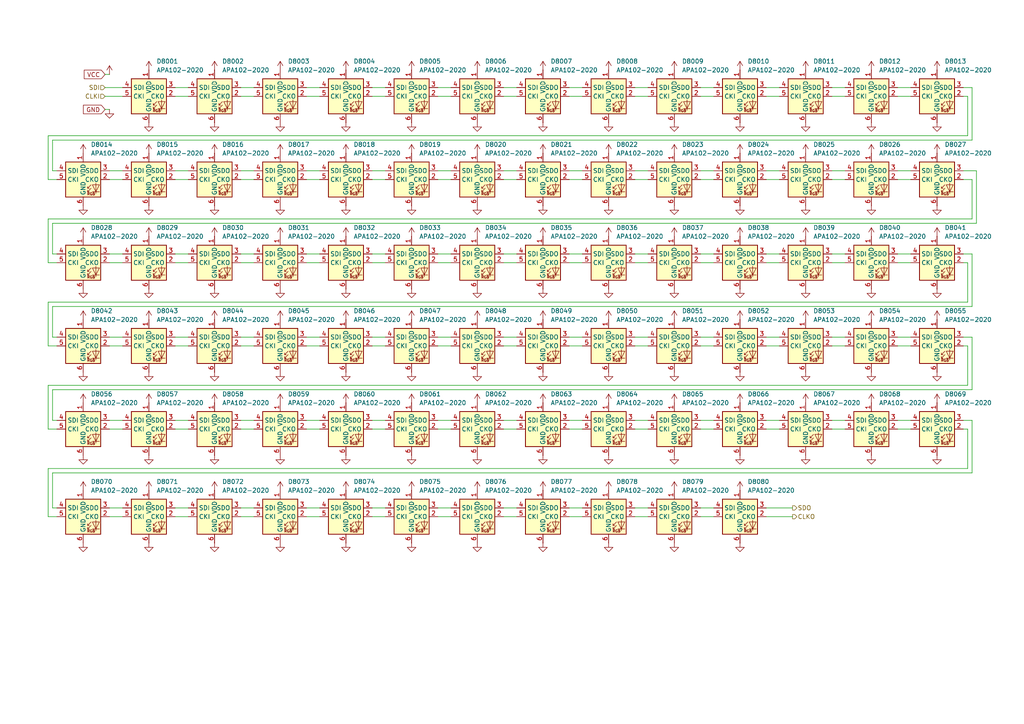
<source format=kicad_sch>
(kicad_sch (version 20231120) (generator "eeschema") (generator_version "8.0")
  (paper "A4")
  (wire (pts (xy 111.76 124.46) (xy 107.95 124.46)))
  (wire (pts (xy 281.94 73.66) (xy 279.4 73.66)))
  (wire (pts (xy 226.06 124.46) (xy 222.25 124.46)))
  (wire (pts (xy 30.48 21.59) (xy 31.75 21.59)))
  (wire (pts (xy 35.56 100.33) (xy 31.75 100.33)))
  (wire (pts (xy 226.06 27.94) (xy 222.25 27.94)))
  (wire (pts (xy 15.24 121.92) (xy 16.51 121.92)))
  (wire (pts (xy 280.67 76.2) (xy 280.67 87.63)))
  (wire (pts (xy 35.56 149.86) (xy 31.75 149.86)))
  (wire (pts (xy 73.66 76.2) (xy 69.85 76.2)))
  (wire (pts (xy 207.01 147.32) (xy 203.2 147.32)))
  (wire (pts (xy 149.86 149.86) (xy 146.05 149.86)))
  (wire (pts (xy 226.06 97.79) (xy 222.25 97.79)))
  (wire (pts (xy 264.16 27.94) (xy 260.35 27.94)))
  (wire (pts (xy 264.16 124.46) (xy 260.35 124.46)))
  (wire (pts (xy 111.76 97.79) (xy 107.95 97.79)))
  (wire (pts (xy 15.24 73.66) (xy 16.51 73.66)))
  (wire (pts (xy 13.97 135.89) (xy 280.67 135.89)))
  (wire (pts (xy 280.67 27.94) (xy 279.4 27.94)))
  (wire (pts (xy 187.96 124.46) (xy 184.15 124.46)))
  (wire (pts (xy 130.81 147.32) (xy 127 147.32)))
  (wire (pts (xy 245.11 76.2) (xy 241.3 76.2)))
  (wire (pts (xy 207.01 52.07) (xy 203.2 52.07)))
  (wire (pts (xy 92.71 27.94) (xy 88.9 27.94)))
  (wire (pts (xy 54.61 147.32) (xy 50.8 147.32)))
  (wire (pts (xy 187.96 25.4) (xy 184.15 25.4)))
  (wire (pts (xy 264.16 52.07) (xy 260.35 52.07)))
  (wire (pts (xy 168.91 27.94) (xy 165.1 27.94)))
  (wire (pts (xy 168.91 100.33) (xy 165.1 100.33)))
  (wire (pts (xy 207.01 49.53) (xy 203.2 49.53)))
  (wire (pts (xy 149.86 121.92) (xy 146.05 121.92)))
  (wire (pts (xy 279.4 100.33) (xy 280.67 100.33)))
  (wire (pts (xy 168.91 49.53) (xy 165.1 49.53)))
  (wire (pts (xy 226.06 73.66) (xy 222.25 73.66)))
  (wire (pts (xy 15.24 49.53) (xy 15.24 40.64)))
  (wire (pts (xy 281.94 121.92) (xy 281.94 137.16)))
  (wire (pts (xy 92.71 149.86) (xy 88.9 149.86)))
  (wire (pts (xy 149.86 27.94) (xy 146.05 27.94)))
  (wire (pts (xy 264.16 121.92) (xy 260.35 121.92)))
  (wire (pts (xy 130.81 100.33) (xy 127 100.33)))
  (wire (pts (xy 111.76 147.32) (xy 107.95 147.32)))
  (wire (pts (xy 35.56 97.79) (xy 31.75 97.79)))
  (wire (pts (xy 16.51 49.53) (xy 15.24 49.53)))
  (wire (pts (xy 13.97 39.37) (xy 13.97 52.07)))
  (wire (pts (xy 281.94 63.5) (xy 281.94 52.07)))
  (wire (pts (xy 264.16 97.79) (xy 260.35 97.79)))
  (wire (pts (xy 245.11 100.33) (xy 241.3 100.33)))
  (wire (pts (xy 187.96 49.53) (xy 184.15 49.53)))
  (wire (pts (xy 16.51 97.79) (xy 15.24 97.79)))
  (wire (pts (xy 245.11 73.66) (xy 241.3 73.66)))
  (wire (pts (xy 130.81 124.46) (xy 127 124.46)))
  (wire (pts (xy 264.16 76.2) (xy 260.35 76.2)))
  (wire (pts (xy 187.96 76.2) (xy 184.15 76.2)))
  (wire (pts (xy 279.4 121.92) (xy 281.94 121.92)))
  (wire (pts (xy 283.21 49.53) (xy 283.21 64.77)))
  (wire (pts (xy 226.06 52.07) (xy 222.25 52.07)))
  (wire (pts (xy 92.71 25.4) (xy 88.9 25.4)))
  (wire (pts (xy 15.24 64.77) (xy 15.24 73.66)))
  (wire (pts (xy 245.11 49.53) (xy 241.3 49.53)))
  (wire (pts (xy 130.81 49.53) (xy 127 49.53)))
  (wire (pts (xy 149.86 25.4) (xy 146.05 25.4)))
  (wire (pts (xy 15.24 147.32) (xy 16.51 147.32)))
  (wire (pts (xy 130.81 121.92) (xy 127 121.92)))
  (wire (pts (xy 111.76 52.07) (xy 107.95 52.07)))
  (wire (pts (xy 54.61 27.94) (xy 50.8 27.94)))
  (wire (pts (xy 168.91 147.32) (xy 165.1 147.32)))
  (wire (pts (xy 279.4 25.4) (xy 281.94 25.4)))
  (wire (pts (xy 207.01 76.2) (xy 203.2 76.2)))
  (wire (pts (xy 92.71 121.92) (xy 88.9 121.92)))
  (wire (pts (xy 54.61 25.4) (xy 50.8 25.4)))
  (wire (pts (xy 15.24 113.03) (xy 15.24 121.92)))
  (wire (pts (xy 92.71 73.66) (xy 88.9 73.66)))
  (wire (pts (xy 35.56 52.07) (xy 31.75 52.07)))
  (wire (pts (xy 15.24 113.03) (xy 281.94 113.03)))
  (wire (pts (xy 35.56 121.92) (xy 31.75 121.92)))
  (wire (pts (xy 264.16 100.33) (xy 260.35 100.33)))
  (wire (pts (xy 222.25 149.86) (xy 229.87 149.86)))
  (wire (pts (xy 168.91 25.4) (xy 165.1 25.4)))
  (wire (pts (xy 73.66 147.32) (xy 69.85 147.32)))
  (wire (pts (xy 226.06 100.33) (xy 222.25 100.33)))
  (wire (pts (xy 226.06 76.2) (xy 222.25 76.2)))
  (wire (pts (xy 130.81 27.94) (xy 127 27.94)))
  (wire (pts (xy 13.97 87.63) (xy 280.67 87.63)))
  (wire (pts (xy 111.76 76.2) (xy 107.95 76.2)))
  (wire (pts (xy 279.4 49.53) (xy 283.21 49.53)))
  (wire (pts (xy 149.86 76.2) (xy 146.05 76.2)))
  (wire (pts (xy 245.11 124.46) (xy 241.3 124.46)))
  (wire (pts (xy 264.16 49.53) (xy 260.35 49.53)))
  (wire (pts (xy 187.96 27.94) (xy 184.15 27.94)))
  (wire (pts (xy 111.76 73.66) (xy 107.95 73.66)))
  (wire (pts (xy 111.76 27.94) (xy 107.95 27.94)))
  (wire (pts (xy 92.71 76.2) (xy 88.9 76.2)))
  (wire (pts (xy 130.81 97.79) (xy 127 97.79)))
  (wire (pts (xy 111.76 100.33) (xy 107.95 100.33)))
  (wire (pts (xy 111.76 149.86) (xy 107.95 149.86)))
  (wire (pts (xy 54.61 100.33) (xy 50.8 100.33)))
  (wire (pts (xy 168.91 97.79) (xy 165.1 97.79)))
  (wire (pts (xy 281.94 97.79) (xy 279.4 97.79)))
  (wire (pts (xy 15.24 40.64) (xy 281.94 40.64)))
  (wire (pts (xy 281.94 113.03) (xy 281.94 97.79)))
  (wire (pts (xy 73.66 97.79) (xy 69.85 97.79)))
  (wire (pts (xy 111.76 25.4) (xy 107.95 25.4)))
  (wire (pts (xy 54.61 76.2) (xy 50.8 76.2)))
  (wire (pts (xy 149.86 100.33) (xy 146.05 100.33)))
  (wire (pts (xy 207.01 73.66) (xy 203.2 73.66)))
  (wire (pts (xy 281.94 88.9) (xy 281.94 73.66)))
  (wire (pts (xy 35.56 76.2) (xy 31.75 76.2)))
  (wire (pts (xy 73.66 52.07) (xy 69.85 52.07)))
  (wire (pts (xy 13.97 39.37) (xy 280.67 39.37)))
  (wire (pts (xy 280.67 135.89) (xy 280.67 124.46)))
  (wire (pts (xy 13.97 111.76) (xy 280.67 111.76)))
  (wire (pts (xy 149.86 73.66) (xy 146.05 73.66)))
  (wire (pts (xy 73.66 25.4) (xy 69.85 25.4)))
  (wire (pts (xy 111.76 49.53) (xy 107.95 49.53)))
  (wire (pts (xy 281.94 25.4) (xy 281.94 40.64)))
  (wire (pts (xy 168.91 149.86) (xy 165.1 149.86)))
  (wire (pts (xy 15.24 137.16) (xy 281.94 137.16)))
  (wire (pts (xy 130.81 149.86) (xy 127 149.86)))
  (wire (pts (xy 281.94 52.07) (xy 279.4 52.07)))
  (wire (pts (xy 15.24 97.79) (xy 15.24 88.9)))
  (wire (pts (xy 92.71 49.53) (xy 88.9 49.53)))
  (wire (pts (xy 15.24 64.77) (xy 283.21 64.77)))
  (wire (pts (xy 73.66 49.53) (xy 69.85 49.53)))
  (wire (pts (xy 280.67 39.37) (xy 280.67 27.94)))
  (wire (pts (xy 30.48 25.4) (xy 35.56 25.4)))
  (wire (pts (xy 222.25 147.32) (xy 229.87 147.32)))
  (wire (pts (xy 187.96 147.32) (xy 184.15 147.32)))
  (wire (pts (xy 13.97 124.46) (xy 13.97 111.76)))
  (wire (pts (xy 207.01 149.86) (xy 203.2 149.86)))
  (wire (pts (xy 130.81 52.07) (xy 127 52.07)))
  (wire (pts (xy 30.48 27.94) (xy 35.56 27.94)))
  (wire (pts (xy 264.16 73.66) (xy 260.35 73.66)))
  (wire (pts (xy 207.01 25.4) (xy 203.2 25.4)))
  (wire (pts (xy 35.56 147.32) (xy 31.75 147.32)))
  (wire (pts (xy 168.91 121.92) (xy 165.1 121.92)))
  (wire (pts (xy 187.96 52.07) (xy 184.15 52.07)))
  (wire (pts (xy 264.16 25.4) (xy 260.35 25.4)))
  (wire (pts (xy 168.91 76.2) (xy 165.1 76.2)))
  (wire (pts (xy 279.4 76.2) (xy 280.67 76.2)))
  (wire (pts (xy 73.66 27.94) (xy 69.85 27.94)))
  (wire (pts (xy 16.51 149.86) (xy 13.97 149.86)))
  (wire (pts (xy 245.11 52.07) (xy 241.3 52.07)))
  (wire (pts (xy 149.86 147.32) (xy 146.05 147.32)))
  (wire (pts (xy 168.91 124.46) (xy 165.1 124.46)))
  (wire (pts (xy 280.67 100.33) (xy 280.67 111.76)))
  (wire (pts (xy 149.86 49.53) (xy 146.05 49.53)))
  (wire (pts (xy 130.81 25.4) (xy 127 25.4)))
  (wire (pts (xy 207.01 100.33) (xy 203.2 100.33)))
  (wire (pts (xy 54.61 49.53) (xy 50.8 49.53)))
  (wire (pts (xy 245.11 27.94) (xy 241.3 27.94)))
  (wire (pts (xy 207.01 121.92) (xy 203.2 121.92)))
  (wire (pts (xy 35.56 124.46) (xy 31.75 124.46)))
  (wire (pts (xy 226.06 49.53) (xy 222.25 49.53)))
  (wire (pts (xy 130.81 76.2) (xy 127 76.2)))
  (wire (pts (xy 149.86 97.79) (xy 146.05 97.79)))
  (wire (pts (xy 54.61 149.86) (xy 50.8 149.86)))
  (wire (pts (xy 54.61 52.07) (xy 50.8 52.07)))
  (wire (pts (xy 245.11 25.4) (xy 241.3 25.4)))
  (wire (pts (xy 92.71 52.07) (xy 88.9 52.07)))
  (wire (pts (xy 92.71 124.46) (xy 88.9 124.46)))
  (wire (pts (xy 280.67 124.46) (xy 279.4 124.46)))
  (wire (pts (xy 187.96 149.86) (xy 184.15 149.86)))
  (wire (pts (xy 168.91 52.07) (xy 165.1 52.07)))
  (wire (pts (xy 207.01 97.79) (xy 203.2 97.79)))
  (wire (pts (xy 149.86 52.07) (xy 146.05 52.07)))
  (wire (pts (xy 92.71 97.79) (xy 88.9 97.79)))
  (wire (pts (xy 13.97 76.2) (xy 16.51 76.2)))
  (wire (pts (xy 245.11 97.79) (xy 241.3 97.79)))
  (wire (pts (xy 168.91 73.66) (xy 165.1 73.66)))
  (wire (pts (xy 35.56 73.66) (xy 31.75 73.66)))
  (wire (pts (xy 245.11 121.92) (xy 241.3 121.92)))
  (wire (pts (xy 187.96 73.66) (xy 184.15 73.66)))
  (wire (pts (xy 92.71 100.33) (xy 88.9 100.33)))
  (wire (pts (xy 54.61 124.46) (xy 50.8 124.46)))
  (wire (pts (xy 54.61 73.66) (xy 50.8 73.66)))
  (wire (pts (xy 92.71 147.32) (xy 88.9 147.32)))
  (wire (pts (xy 149.86 124.46) (xy 146.05 124.46)))
  (wire (pts (xy 73.66 73.66) (xy 69.85 73.66)))
  (wire (pts (xy 207.01 124.46) (xy 203.2 124.46)))
  (wire (pts (xy 15.24 88.9) (xy 281.94 88.9)))
  (wire (pts (xy 187.96 100.33) (xy 184.15 100.33)))
  (wire (pts (xy 73.66 100.33) (xy 69.85 100.33)))
  (wire (pts (xy 226.06 25.4) (xy 222.25 25.4)))
  (wire (pts (xy 54.61 121.92) (xy 50.8 121.92)))
  (wire (pts (xy 73.66 149.86) (xy 69.85 149.86)))
  (wire (pts (xy 35.56 49.53) (xy 31.75 49.53)))
  (wire (pts (xy 13.97 149.86) (xy 13.97 135.89)))
  (wire (pts (xy 73.66 124.46) (xy 69.85 124.46)))
  (wire (pts (xy 30.48 31.75) (xy 31.75 31.75)))
  (wire (pts (xy 13.97 63.5) (xy 13.97 76.2)))
  (wire (pts (xy 187.96 121.92) (xy 184.15 121.92)))
  (wire (pts (xy 54.61 97.79) (xy 50.8 97.79)))
  (wire (pts (xy 13.97 52.07) (xy 16.51 52.07)))
  (wire (pts (xy 111.76 121.92) (xy 107.95 121.92)))
  (wire (pts (xy 15.24 137.16) (xy 15.24 147.32)))
  (wire (pts (xy 13.97 100.33) (xy 16.51 100.33)))
  (wire (pts (xy 73.66 121.92) (xy 69.85 121.92)))
  (wire (pts (xy 187.96 97.79) (xy 184.15 97.79)))
  (wire (pts (xy 226.06 121.92) (xy 222.25 121.92)))
  (wire (pts (xy 16.51 124.46) (xy 13.97 124.46)))
  (wire (pts (xy 207.01 27.94) (xy 203.2 27.94)))
  (wire (pts (xy 13.97 63.5) (xy 281.94 63.5)))
  (wire (pts (xy 130.81 73.66) (xy 127 73.66)))
  (wire (pts (xy 13.97 87.63) (xy 13.97 100.33)))
  (global_label "VCC" (shape input) (at 30.48 21.59 180) (property "Intersheetrefs" "${INTERSHEET_REFS}" (effects (hide yes))))
  (global_label "GND" (shape input) (at 30.48 31.75 180) (property "Intersheetrefs" "${INTERSHEET_REFS}" (effects (hide yes))))
  (hierarchical_label "CLKI" (shape input) (at 30.48 27.94 180))
  (hierarchical_label "CLKO" (shape output) (at 229.87 149.86 0))
  (hierarchical_label "SDO" (shape output) (at 229.87 147.32 0))
  (hierarchical_label "SDI" (shape input) (at 30.48 25.4 180))
  (symbol (lib_id "LED:APA102-2020") (at 271.78 100.33 0) (unit 1)
    (property "Reference" "D3055" (at 273.9741 90.17 0) (effects (justify left)))
    (property "Value" "APA102-2020" (at 273.9741 92.71 0) (effects (justify left)))
    (property "Footprint" "LED_SMD:LED-APA102-2020" (effects (hide yes)))
    (property "Datasheet" "http://www.led-color.com/upload/201604/APA102-2020%20SMD%20LED.pdf" (effects (hide yes)))
    (property "Description" "RGB LED with integrated controller" (effects (hide yes)))
    (instances (project "bluetooth-imponator-tie" (path "" (reference "D8055") (unit 1)) (path "" (reference "D4055") (unit 1)) (path "" (reference "D6055") (unit 1)) (path "" (reference "D10055") (unit 1)) (path "" (reference "D7055") (unit 1)) (path "" (reference "D12055") (unit 1)) (path "" (reference "D3055") (unit 1)) (path "" (reference "D2055") (unit 1)) (path "" (reference "D5055") (unit 1)) (path "" (reference "D9055") (unit 1)) (path "" (reference "D11055") (unit 1))))
  )
  (symbol (lib_id "power:VCC") (at 119.38 44.45 0) (unit 1)
    (property "Reference" "#PWR03034" (effects (hide yes)))
    (property "Value" "VCC" (effects (hide yes)))
    (property "Description" "Power symbol creates a global label with name \"VCC\"" (effects (hide yes)))
    (instances (project "bluetooth-imponator-tie" (path "" (reference "#PWR08034") (unit 1)) (path "" (reference "#PWR04034") (unit 1)) (path "" (reference "#PWR06034") (unit 1)) (path "" (reference "#PWR010034") (unit 1)) (path "" (reference "#PWR07034") (unit 1)) (path "" (reference "#PWR012034") (unit 1)) (path "" (reference "#PWR03034") (unit 1)) (path "" (reference "#PWR02034") (unit 1)) (path "" (reference "#PWR05034") (unit 1)) (path "" (reference "#PWR09034") (unit 1)) (path "" (reference "#PWR011034") (unit 1))))
  )
  (symbol (lib_id "power:GND") (at 24.13 107.95 0) (unit 1)
    (property "Reference" "#PWR03099" (effects (hide yes)))
    (property "Value" "GND" (effects (hide yes)))
    (property "Description" "Power symbol creates a global label with name \"GND\" , ground" (effects (hide yes)))
    (instances (project "bluetooth-imponator-tie" (path "" (reference "#PWR08099") (unit 1)) (path "" (reference "#PWR04099") (unit 1)) (path "" (reference "#PWR06099") (unit 1)) (path "" (reference "#PWR010099") (unit 1)) (path "" (reference "#PWR07099") (unit 1)) (path "" (reference "#PWR012099") (unit 1)) (path "" (reference "#PWR03099") (unit 1)) (path "" (reference "#PWR02099") (unit 1)) (path "" (reference "#PWR05099") (unit 1)) (path "" (reference "#PWR09099") (unit 1)) (path "" (reference "#PWR011099") (unit 1))))
  )
  (symbol (lib_id "LED:APA102-2020") (at 43.18 149.86 0) (unit 1)
    (property "Reference" "D3071" (at 45.3741 139.7 0) (effects (justify left)))
    (property "Value" "APA102-2020" (at 45.3741 142.24 0) (effects (justify left)))
    (property "Footprint" "LED_SMD:LED-APA102-2020" (effects (hide yes)))
    (property "Datasheet" "http://www.led-color.com/upload/201604/APA102-2020%20SMD%20LED.pdf" (effects (hide yes)))
    (property "Description" "RGB LED with integrated controller" (effects (hide yes)))
    (instances (project "bluetooth-imponator-tie" (path "" (reference "D8071") (unit 1)) (path "" (reference "D4071") (unit 1)) (path "" (reference "D6071") (unit 1)) (path "" (reference "D10071") (unit 1)) (path "" (reference "D7071") (unit 1)) (path "" (reference "D12071") (unit 1)) (path "" (reference "D3071") (unit 1)) (path "" (reference "D2071") (unit 1)) (path "" (reference "D5071") (unit 1)) (path "" (reference "D9071") (unit 1)) (path "" (reference "D11071") (unit 1))))
  )
  (symbol (lib_id "LED:APA102-2020") (at 195.58 100.33 0) (unit 1)
    (property "Reference" "D3051" (at 197.7741 90.17 0) (effects (justify left)))
    (property "Value" "APA102-2020" (at 197.7741 92.71 0) (effects (justify left)))
    (property "Footprint" "LED_SMD:LED-APA102-2020" (effects (hide yes)))
    (property "Datasheet" "http://www.led-color.com/upload/201604/APA102-2020%20SMD%20LED.pdf" (effects (hide yes)))
    (property "Description" "RGB LED with integrated controller" (effects (hide yes)))
    (instances (project "bluetooth-imponator-tie" (path "" (reference "D8051") (unit 1)) (path "" (reference "D4051") (unit 1)) (path "" (reference "D6051") (unit 1)) (path "" (reference "D10051") (unit 1)) (path "" (reference "D7051") (unit 1)) (path "" (reference "D12051") (unit 1)) (path "" (reference "D3051") (unit 1)) (path "" (reference "D2051") (unit 1)) (path "" (reference "D5051") (unit 1)) (path "" (reference "D9051") (unit 1)) (path "" (reference "D11051") (unit 1))))
  )
  (symbol (lib_id "power:GND") (at 43.18 132.08 0) (unit 1)
    (property "Reference" "#PWR03128" (effects (hide yes)))
    (property "Value" "GND" (effects (hide yes)))
    (property "Description" "Power symbol creates a global label with name \"GND\" , ground" (effects (hide yes)))
    (instances (project "bluetooth-imponator-tie" (path "" (reference "#PWR08128") (unit 1)) (path "" (reference "#PWR04128") (unit 1)) (path "" (reference "#PWR06128") (unit 1)) (path "" (reference "#PWR010128") (unit 1)) (path "" (reference "#PWR07128") (unit 1)) (path "" (reference "#PWR012128") (unit 1)) (path "" (reference "#PWR03128") (unit 1)) (path "" (reference "#PWR02128") (unit 1)) (path "" (reference "#PWR05128") (unit 1)) (path "" (reference "#PWR09128") (unit 1)) (path "" (reference "#PWR011128") (unit 1))))
  )
  (symbol (lib_id "power:VCC") (at 24.13 142.24 0) (unit 1)
    (property "Reference" "#PWR03141" (effects (hide yes)))
    (property "Value" "VCC" (effects (hide yes)))
    (property "Description" "Power symbol creates a global label with name \"VCC\"" (effects (hide yes)))
    (instances (project "bluetooth-imponator-tie" (path "" (reference "#PWR08141") (unit 1)) (path "" (reference "#PWR04141") (unit 1)) (path "" (reference "#PWR06141") (unit 1)) (path "" (reference "#PWR010141") (unit 1)) (path "" (reference "#PWR07141") (unit 1)) (path "" (reference "#PWR012141") (unit 1)) (path "" (reference "#PWR03141") (unit 1)) (path "" (reference "#PWR02141") (unit 1)) (path "" (reference "#PWR05141") (unit 1)) (path "" (reference "#PWR09141") (unit 1)) (path "" (reference "#PWR011141") (unit 1))))
  )
  (symbol (lib_id "power:VCC") (at 24.13 116.84 0) (unit 1)
    (property "Reference" "#PWR03113" (effects (hide yes)))
    (property "Value" "VCC" (effects (hide yes)))
    (property "Description" "Power symbol creates a global label with name \"VCC\"" (effects (hide yes)))
    (instances (project "bluetooth-imponator-tie" (path "" (reference "#PWR08113") (unit 1)) (path "" (reference "#PWR04113") (unit 1)) (path "" (reference "#PWR06113") (unit 1)) (path "" (reference "#PWR010113") (unit 1)) (path "" (reference "#PWR07113") (unit 1)) (path "" (reference "#PWR012113") (unit 1)) (path "" (reference "#PWR03113") (unit 1)) (path "" (reference "#PWR02113") (unit 1)) (path "" (reference "#PWR05113") (unit 1)) (path "" (reference "#PWR09113") (unit 1)) (path "" (reference "#PWR011113") (unit 1))))
  )
  (symbol (lib_id "power:VCC") (at 195.58 116.84 0) (unit 1)
    (property "Reference" "#PWR03122" (effects (hide yes)))
    (property "Value" "VCC" (effects (hide yes)))
    (property "Description" "Power symbol creates a global label with name \"VCC\"" (effects (hide yes)))
    (instances (project "bluetooth-imponator-tie" (path "" (reference "#PWR08122") (unit 1)) (path "" (reference "#PWR04122") (unit 1)) (path "" (reference "#PWR06122") (unit 1)) (path "" (reference "#PWR010122") (unit 1)) (path "" (reference "#PWR07122") (unit 1)) (path "" (reference "#PWR012122") (unit 1)) (path "" (reference "#PWR03122") (unit 1)) (path "" (reference "#PWR02122") (unit 1)) (path "" (reference "#PWR05122") (unit 1)) (path "" (reference "#PWR09122") (unit 1)) (path "" (reference "#PWR011122") (unit 1))))
  )
  (symbol (lib_id "power:GND") (at 119.38 59.69 0) (unit 1)
    (property "Reference" "#PWR03048" (effects (hide yes)))
    (property "Value" "GND" (effects (hide yes)))
    (property "Description" "Power symbol creates a global label with name \"GND\" , ground" (effects (hide yes)))
    (instances (project "bluetooth-imponator-tie" (path "" (reference "#PWR08048") (unit 1)) (path "" (reference "#PWR04048") (unit 1)) (path "" (reference "#PWR06048") (unit 1)) (path "" (reference "#PWR010048") (unit 1)) (path "" (reference "#PWR07048") (unit 1)) (path "" (reference "#PWR012048") (unit 1)) (path "" (reference "#PWR03048") (unit 1)) (path "" (reference "#PWR02048") (unit 1)) (path "" (reference "#PWR05048") (unit 1)) (path "" (reference "#PWR09048") (unit 1)) (path "" (reference "#PWR011048") (unit 1))))
  )
  (symbol (lib_id "power:GND") (at 271.78 107.95 0) (unit 1)
    (property "Reference" "#PWR03112" (effects (hide yes)))
    (property "Value" "GND" (effects (hide yes)))
    (property "Description" "Power symbol creates a global label with name \"GND\" , ground" (effects (hide yes)))
    (instances (project "bluetooth-imponator-tie" (path "" (reference "#PWR08112") (unit 1)) (path "" (reference "#PWR04112") (unit 1)) (path "" (reference "#PWR06112") (unit 1)) (path "" (reference "#PWR010112") (unit 1)) (path "" (reference "#PWR07112") (unit 1)) (path "" (reference "#PWR012112") (unit 1)) (path "" (reference "#PWR03112") (unit 1)) (path "" (reference "#PWR02112") (unit 1)) (path "" (reference "#PWR05112") (unit 1)) (path "" (reference "#PWR09112") (unit 1)) (path "" (reference "#PWR011112") (unit 1))))
  )
  (symbol (lib_id "power:VCC") (at 214.63 142.24 0) (unit 1)
    (property "Reference" "#PWR03151" (effects (hide yes)))
    (property "Value" "VCC" (effects (hide yes)))
    (property "Description" "Power symbol creates a global label with name \"VCC\"" (effects (hide yes)))
    (instances (project "bluetooth-imponator-tie" (path "" (reference "#PWR08151") (unit 1)) (path "" (reference "#PWR04151") (unit 1)) (path "" (reference "#PWR06151") (unit 1)) (path "" (reference "#PWR010151") (unit 1)) (path "" (reference "#PWR07151") (unit 1)) (path "" (reference "#PWR012151") (unit 1)) (path "" (reference "#PWR03151") (unit 1)) (path "" (reference "#PWR02151") (unit 1)) (path "" (reference "#PWR05151") (unit 1)) (path "" (reference "#PWR09151") (unit 1)) (path "" (reference "#PWR011151") (unit 1))))
  )
  (symbol (lib_id "LED:APA102-2020") (at 195.58 76.2 0) (unit 1)
    (property "Reference" "D3037" (at 197.7741 66.04 0) (effects (justify left)))
    (property "Value" "APA102-2020" (at 197.7741 68.58 0) (effects (justify left)))
    (property "Footprint" "LED_SMD:LED-APA102-2020" (effects (hide yes)))
    (property "Datasheet" "http://www.led-color.com/upload/201604/APA102-2020%20SMD%20LED.pdf" (effects (hide yes)))
    (property "Description" "RGB LED with integrated controller" (effects (hide yes)))
    (instances (project "bluetooth-imponator-tie" (path "" (reference "D8037") (unit 1)) (path "" (reference "D4037") (unit 1)) (path "" (reference "D6037") (unit 1)) (path "" (reference "D10037") (unit 1)) (path "" (reference "D7037") (unit 1)) (path "" (reference "D12037") (unit 1)) (path "" (reference "D3037") (unit 1)) (path "" (reference "D2037") (unit 1)) (path "" (reference "D5037") (unit 1)) (path "" (reference "D9037") (unit 1)) (path "" (reference "D11037") (unit 1))))
  )
  (symbol (lib_id "LED:APA102-2020") (at 176.53 76.2 0) (unit 1)
    (property "Reference" "D3036" (at 178.7241 66.04 0) (effects (justify left)))
    (property "Value" "APA102-2020" (at 178.7241 68.58 0) (effects (justify left)))
    (property "Footprint" "LED_SMD:LED-APA102-2020" (effects (hide yes)))
    (property "Datasheet" "http://www.led-color.com/upload/201604/APA102-2020%20SMD%20LED.pdf" (effects (hide yes)))
    (property "Description" "RGB LED with integrated controller" (effects (hide yes)))
    (instances (project "bluetooth-imponator-tie" (path "" (reference "D8036") (unit 1)) (path "" (reference "D4036") (unit 1)) (path "" (reference "D6036") (unit 1)) (path "" (reference "D10036") (unit 1)) (path "" (reference "D7036") (unit 1)) (path "" (reference "D12036") (unit 1)) (path "" (reference "D3036") (unit 1)) (path "" (reference "D2036") (unit 1)) (path "" (reference "D5036") (unit 1)) (path "" (reference "D9036") (unit 1)) (path "" (reference "D11036") (unit 1))))
  )
  (symbol (lib_id "power:GND") (at 31.75 31.75 0) (unit 1)
    (property "Reference" "#PWR03015" (effects (hide yes)))
    (property "Value" "GND" (effects (hide yes)))
    (property "Description" "Power symbol creates a global label with name \"GND\" , ground" (effects (hide yes)))
    (instances (project "bluetooth-imponator-tie" (path "" (reference "#PWR08015") (unit 1)) (path "" (reference "#PWR04015") (unit 1)) (path "" (reference "#PWR06015") (unit 1)) (path "" (reference "#PWR010015") (unit 1)) (path "" (reference "#PWR07015") (unit 1)) (path "" (reference "#PWR012015") (unit 1)) (path "" (reference "#PWR03015") (unit 1)) (path "" (reference "#PWR02015") (unit 1)) (path "" (reference "#PWR05015") (unit 1)) (path "" (reference "#PWR09015") (unit 1)) (path "" (reference "#PWR011015") (unit 1))))
  )
  (symbol (lib_id "power:VCC") (at 119.38 20.32 0) (unit 1)
    (property "Reference" "#PWR03005" (effects (hide yes)))
    (property "Value" "VCC" (effects (hide yes)))
    (property "Description" "Power symbol creates a global label with name \"VCC\"" (effects (hide yes)))
    (instances (project "bluetooth-imponator-tie" (path "" (reference "#PWR08005") (unit 1)) (path "" (reference "#PWR04005") (unit 1)) (path "" (reference "#PWR06005") (unit 1)) (path "" (reference "#PWR010005") (unit 1)) (path "" (reference "#PWR07005") (unit 1)) (path "" (reference "#PWR012005") (unit 1)) (path "" (reference "#PWR03005") (unit 1)) (path "" (reference "#PWR02005") (unit 1)) (path "" (reference "#PWR05005") (unit 1)) (path "" (reference "#PWR09005") (unit 1)) (path "" (reference "#PWR011005") (unit 1))))
  )
  (symbol (lib_id "LED:APA102-2020") (at 214.63 100.33 0) (unit 1)
    (property "Reference" "D3052" (at 216.8241 90.17 0) (effects (justify left)))
    (property "Value" "APA102-2020" (at 216.8241 92.71 0) (effects (justify left)))
    (property "Footprint" "LED_SMD:LED-APA102-2020" (effects (hide yes)))
    (property "Datasheet" "http://www.led-color.com/upload/201604/APA102-2020%20SMD%20LED.pdf" (effects (hide yes)))
    (property "Description" "RGB LED with integrated controller" (effects (hide yes)))
    (instances (project "bluetooth-imponator-tie" (path "" (reference "D8052") (unit 1)) (path "" (reference "D4052") (unit 1)) (path "" (reference "D6052") (unit 1)) (path "" (reference "D10052") (unit 1)) (path "" (reference "D7052") (unit 1)) (path "" (reference "D12052") (unit 1)) (path "" (reference "D3052") (unit 1)) (path "" (reference "D2052") (unit 1)) (path "" (reference "D5052") (unit 1)) (path "" (reference "D9052") (unit 1)) (path "" (reference "D11052") (unit 1))))
  )
  (symbol (lib_id "LED:APA102-2020") (at 43.18 52.07 0) (unit 1)
    (property "Reference" "D3015" (at 45.3741 41.91 0) (effects (justify left)))
    (property "Value" "APA102-2020" (at 45.3741 44.45 0) (effects (justify left)))
    (property "Footprint" "LED_SMD:LED-APA102-2020" (effects (hide yes)))
    (property "Datasheet" "http://www.led-color.com/upload/201604/APA102-2020%20SMD%20LED.pdf" (effects (hide yes)))
    (property "Description" "RGB LED with integrated controller" (effects (hide yes)))
    (instances (project "bluetooth-imponator-tie" (path "" (reference "D8015") (unit 1)) (path "" (reference "D4015") (unit 1)) (path "" (reference "D6015") (unit 1)) (path "" (reference "D10015") (unit 1)) (path "" (reference "D7015") (unit 1)) (path "" (reference "D12015") (unit 1)) (path "" (reference "D3015") (unit 1)) (path "" (reference "D2015") (unit 1)) (path "" (reference "D5015") (unit 1)) (path "" (reference "D9015") (unit 1)) (path "" (reference "D11015") (unit 1))))
  )
  (symbol (lib_id "power:VCC") (at 119.38 142.24 0) (unit 1)
    (property "Reference" "#PWR03146" (effects (hide yes)))
    (property "Value" "VCC" (effects (hide yes)))
    (property "Description" "Power symbol creates a global label with name \"VCC\"" (effects (hide yes)))
    (instances (project "bluetooth-imponator-tie" (path "" (reference "#PWR08146") (unit 1)) (path "" (reference "#PWR04146") (unit 1)) (path "" (reference "#PWR06146") (unit 1)) (path "" (reference "#PWR010146") (unit 1)) (path "" (reference "#PWR07146") (unit 1)) (path "" (reference "#PWR012146") (unit 1)) (path "" (reference "#PWR03146") (unit 1)) (path "" (reference "#PWR02146") (unit 1)) (path "" (reference "#PWR05146") (unit 1)) (path "" (reference "#PWR09146") (unit 1)) (path "" (reference "#PWR011146") (unit 1))))
  )
  (symbol (lib_id "power:GND") (at 24.13 132.08 0) (unit 1)
    (property "Reference" "#PWR03127" (effects (hide yes)))
    (property "Value" "GND" (effects (hide yes)))
    (property "Description" "Power symbol creates a global label with name \"GND\" , ground" (effects (hide yes)))
    (instances (project "bluetooth-imponator-tie" (path "" (reference "#PWR08127") (unit 1)) (path "" (reference "#PWR04127") (unit 1)) (path "" (reference "#PWR06127") (unit 1)) (path "" (reference "#PWR010127") (unit 1)) (path "" (reference "#PWR07127") (unit 1)) (path "" (reference "#PWR012127") (unit 1)) (path "" (reference "#PWR03127") (unit 1)) (path "" (reference "#PWR02127") (unit 1)) (path "" (reference "#PWR05127") (unit 1)) (path "" (reference "#PWR09127") (unit 1)) (path "" (reference "#PWR011127") (unit 1))))
  )
  (symbol (lib_id "power:GND") (at 195.58 35.56 0) (unit 1)
    (property "Reference" "#PWR03024" (effects (hide yes)))
    (property "Value" "GND" (effects (hide yes)))
    (property "Description" "Power symbol creates a global label with name \"GND\" , ground" (effects (hide yes)))
    (instances (project "bluetooth-imponator-tie" (path "" (reference "#PWR08024") (unit 1)) (path "" (reference "#PWR04024") (unit 1)) (path "" (reference "#PWR06024") (unit 1)) (path "" (reference "#PWR010024") (unit 1)) (path "" (reference "#PWR07024") (unit 1)) (path "" (reference "#PWR012024") (unit 1)) (path "" (reference "#PWR03024") (unit 1)) (path "" (reference "#PWR02024") (unit 1)) (path "" (reference "#PWR05024") (unit 1)) (path "" (reference "#PWR09024") (unit 1)) (path "" (reference "#PWR011024") (unit 1))))
  )
  (symbol (lib_id "power:GND") (at 81.28 157.48 0) (unit 1)
    (property "Reference" "#PWR03155" (effects (hide yes)))
    (property "Value" "GND" (effects (hide yes)))
    (property "Description" "Power symbol creates a global label with name \"GND\" , ground" (effects (hide yes)))
    (instances (project "bluetooth-imponator-tie" (path "" (reference "#PWR08155") (unit 1)) (path "" (reference "#PWR04155") (unit 1)) (path "" (reference "#PWR06155") (unit 1)) (path "" (reference "#PWR010155") (unit 1)) (path "" (reference "#PWR07155") (unit 1)) (path "" (reference "#PWR012155") (unit 1)) (path "" (reference "#PWR03155") (unit 1)) (path "" (reference "#PWR02155") (unit 1)) (path "" (reference "#PWR05155") (unit 1)) (path "" (reference "#PWR09155") (unit 1)) (path "" (reference "#PWR011155") (unit 1))))
  )
  (symbol (lib_id "power:VCC") (at 62.23 142.24 0) (unit 1)
    (property "Reference" "#PWR03143" (effects (hide yes)))
    (property "Value" "VCC" (effects (hide yes)))
    (property "Description" "Power symbol creates a global label with name \"VCC\"" (effects (hide yes)))
    (instances (project "bluetooth-imponator-tie" (path "" (reference "#PWR08143") (unit 1)) (path "" (reference "#PWR04143") (unit 1)) (path "" (reference "#PWR06143") (unit 1)) (path "" (reference "#PWR010143") (unit 1)) (path "" (reference "#PWR07143") (unit 1)) (path "" (reference "#PWR012143") (unit 1)) (path "" (reference "#PWR03143") (unit 1)) (path "" (reference "#PWR02143") (unit 1)) (path "" (reference "#PWR05143") (unit 1)) (path "" (reference "#PWR09143") (unit 1)) (path "" (reference "#PWR011143") (unit 1))))
  )
  (symbol (lib_id "power:VCC") (at 138.43 20.32 0) (unit 1)
    (property "Reference" "#PWR03006" (effects (hide yes)))
    (property "Value" "VCC" (effects (hide yes)))
    (property "Description" "Power symbol creates a global label with name \"VCC\"" (effects (hide yes)))
    (instances (project "bluetooth-imponator-tie" (path "" (reference "#PWR08006") (unit 1)) (path "" (reference "#PWR04006") (unit 1)) (path "" (reference "#PWR06006") (unit 1)) (path "" (reference "#PWR010006") (unit 1)) (path "" (reference "#PWR07006") (unit 1)) (path "" (reference "#PWR012006") (unit 1)) (path "" (reference "#PWR03006") (unit 1)) (path "" (reference "#PWR02006") (unit 1)) (path "" (reference "#PWR05006") (unit 1)) (path "" (reference "#PWR09006") (unit 1)) (path "" (reference "#PWR011006") (unit 1))))
  )
  (symbol (lib_id "power:GND") (at 195.58 83.82 0) (unit 1)
    (property "Reference" "#PWR03080" (effects (hide yes)))
    (property "Value" "GND" (effects (hide yes)))
    (property "Description" "Power symbol creates a global label with name \"GND\" , ground" (effects (hide yes)))
    (instances (project "bluetooth-imponator-tie" (path "" (reference "#PWR08080") (unit 1)) (path "" (reference "#PWR04080") (unit 1)) (path "" (reference "#PWR06080") (unit 1)) (path "" (reference "#PWR010080") (unit 1)) (path "" (reference "#PWR07080") (unit 1)) (path "" (reference "#PWR012080") (unit 1)) (path "" (reference "#PWR03080") (unit 1)) (path "" (reference "#PWR02080") (unit 1)) (path "" (reference "#PWR05080") (unit 1)) (path "" (reference "#PWR09080") (unit 1)) (path "" (reference "#PWR011080") (unit 1))))
  )
  (symbol (lib_id "power:GND") (at 233.68 107.95 0) (unit 1)
    (property "Reference" "#PWR03110" (effects (hide yes)))
    (property "Value" "GND" (effects (hide yes)))
    (property "Description" "Power symbol creates a global label with name \"GND\" , ground" (effects (hide yes)))
    (instances (project "bluetooth-imponator-tie" (path "" (reference "#PWR08110") (unit 1)) (path "" (reference "#PWR04110") (unit 1)) (path "" (reference "#PWR06110") (unit 1)) (path "" (reference "#PWR010110") (unit 1)) (path "" (reference "#PWR07110") (unit 1)) (path "" (reference "#PWR012110") (unit 1)) (path "" (reference "#PWR03110") (unit 1)) (path "" (reference "#PWR02110") (unit 1)) (path "" (reference "#PWR05110") (unit 1)) (path "" (reference "#PWR09110") (unit 1)) (path "" (reference "#PWR011110") (unit 1))))
  )
  (symbol (lib_id "LED:APA102-2020") (at 157.48 149.86 0) (unit 1)
    (property "Reference" "D3077" (at 159.6741 139.7 0) (effects (justify left)))
    (property "Value" "APA102-2020" (at 159.6741 142.24 0) (effects (justify left)))
    (property "Footprint" "LED_SMD:LED-APA102-2020" (effects (hide yes)))
    (property "Datasheet" "http://www.led-color.com/upload/201604/APA102-2020%20SMD%20LED.pdf" (effects (hide yes)))
    (property "Description" "RGB LED with integrated controller" (effects (hide yes)))
    (instances (project "bluetooth-imponator-tie" (path "" (reference "D8077") (unit 1)) (path "" (reference "D4077") (unit 1)) (path "" (reference "D6077") (unit 1)) (path "" (reference "D10077") (unit 1)) (path "" (reference "D7077") (unit 1)) (path "" (reference "D12077") (unit 1)) (path "" (reference "D3077") (unit 1)) (path "" (reference "D2077") (unit 1)) (path "" (reference "D5077") (unit 1)) (path "" (reference "D9077") (unit 1)) (path "" (reference "D11077") (unit 1))))
  )
  (symbol (lib_id "LED:APA102-2020") (at 24.13 149.86 0) (unit 1)
    (property "Reference" "D3070" (at 26.3241 139.7 0) (effects (justify left)))
    (property "Value" "APA102-2020" (at 26.3241 142.24 0) (effects (justify left)))
    (property "Footprint" "LED_SMD:LED-APA102-2020" (effects (hide yes)))
    (property "Datasheet" "http://www.led-color.com/upload/201604/APA102-2020%20SMD%20LED.pdf" (effects (hide yes)))
    (property "Description" "RGB LED with integrated controller" (effects (hide yes)))
    (instances (project "bluetooth-imponator-tie" (path "" (reference "D8070") (unit 1)) (path "" (reference "D4070") (unit 1)) (path "" (reference "D6070") (unit 1)) (path "" (reference "D10070") (unit 1)) (path "" (reference "D7070") (unit 1)) (path "" (reference "D12070") (unit 1)) (path "" (reference "D3070") (unit 1)) (path "" (reference "D2070") (unit 1)) (path "" (reference "D5070") (unit 1)) (path "" (reference "D9070") (unit 1)) (path "" (reference "D11070") (unit 1))))
  )
  (symbol (lib_id "power:GND") (at 119.38 132.08 0) (unit 1)
    (property "Reference" "#PWR03132" (effects (hide yes)))
    (property "Value" "GND" (effects (hide yes)))
    (property "Description" "Power symbol creates a global label with name \"GND\" , ground" (effects (hide yes)))
    (instances (project "bluetooth-imponator-tie" (path "" (reference "#PWR08132") (unit 1)) (path "" (reference "#PWR04132") (unit 1)) (path "" (reference "#PWR06132") (unit 1)) (path "" (reference "#PWR010132") (unit 1)) (path "" (reference "#PWR07132") (unit 1)) (path "" (reference "#PWR012132") (unit 1)) (path "" (reference "#PWR03132") (unit 1)) (path "" (reference "#PWR02132") (unit 1)) (path "" (reference "#PWR05132") (unit 1)) (path "" (reference "#PWR09132") (unit 1)) (path "" (reference "#PWR011132") (unit 1))))
  )
  (symbol (lib_id "power:GND") (at 214.63 157.48 0) (unit 1)
    (property "Reference" "#PWR03162" (effects (hide yes)))
    (property "Value" "GND" (effects (hide yes)))
    (property "Description" "Power symbol creates a global label with name \"GND\" , ground" (effects (hide yes)))
    (instances (project "bluetooth-imponator-tie" (path "" (reference "#PWR08162") (unit 1)) (path "" (reference "#PWR04162") (unit 1)) (path "" (reference "#PWR06162") (unit 1)) (path "" (reference "#PWR010162") (unit 1)) (path "" (reference "#PWR07162") (unit 1)) (path "" (reference "#PWR012162") (unit 1)) (path "" (reference "#PWR03162") (unit 1)) (path "" (reference "#PWR02162") (unit 1)) (path "" (reference "#PWR05162") (unit 1)) (path "" (reference "#PWR09162") (unit 1)) (path "" (reference "#PWR011162") (unit 1))))
  )
  (symbol (lib_id "LED:APA102-2020") (at 119.38 100.33 0) (unit 1)
    (property "Reference" "D3047" (at 121.5741 90.17 0) (effects (justify left)))
    (property "Value" "APA102-2020" (at 121.5741 92.71 0) (effects (justify left)))
    (property "Footprint" "LED_SMD:LED-APA102-2020" (effects (hide yes)))
    (property "Datasheet" "http://www.led-color.com/upload/201604/APA102-2020%20SMD%20LED.pdf" (effects (hide yes)))
    (property "Description" "RGB LED with integrated controller" (effects (hide yes)))
    (instances (project "bluetooth-imponator-tie" (path "" (reference "D8047") (unit 1)) (path "" (reference "D4047") (unit 1)) (path "" (reference "D6047") (unit 1)) (path "" (reference "D10047") (unit 1)) (path "" (reference "D7047") (unit 1)) (path "" (reference "D12047") (unit 1)) (path "" (reference "D3047") (unit 1)) (path "" (reference "D2047") (unit 1)) (path "" (reference "D5047") (unit 1)) (path "" (reference "D9047") (unit 1)) (path "" (reference "D11047") (unit 1))))
  )
  (symbol (lib_id "power:VCC") (at 43.18 68.58 0) (unit 1)
    (property "Reference" "#PWR03058" (effects (hide yes)))
    (property "Value" "VCC" (effects (hide yes)))
    (property "Description" "Power symbol creates a global label with name \"VCC\"" (effects (hide yes)))
    (instances (project "bluetooth-imponator-tie" (path "" (reference "#PWR08058") (unit 1)) (path "" (reference "#PWR04058") (unit 1)) (path "" (reference "#PWR06058") (unit 1)) (path "" (reference "#PWR010058") (unit 1)) (path "" (reference "#PWR07058") (unit 1)) (path "" (reference "#PWR012058") (unit 1)) (path "" (reference "#PWR03058") (unit 1)) (path "" (reference "#PWR02058") (unit 1)) (path "" (reference "#PWR05058") (unit 1)) (path "" (reference "#PWR09058") (unit 1)) (path "" (reference "#PWR011058") (unit 1))))
  )
  (symbol (lib_id "power:VCC") (at 176.53 92.71 0) (unit 1)
    (property "Reference" "#PWR03093" (effects (hide yes)))
    (property "Value" "VCC" (effects (hide yes)))
    (property "Description" "Power symbol creates a global label with name \"VCC\"" (effects (hide yes)))
    (instances (project "bluetooth-imponator-tie" (path "" (reference "#PWR08093") (unit 1)) (path "" (reference "#PWR04093") (unit 1)) (path "" (reference "#PWR06093") (unit 1)) (path "" (reference "#PWR010093") (unit 1)) (path "" (reference "#PWR07093") (unit 1)) (path "" (reference "#PWR012093") (unit 1)) (path "" (reference "#PWR03093") (unit 1)) (path "" (reference "#PWR02093") (unit 1)) (path "" (reference "#PWR05093") (unit 1)) (path "" (reference "#PWR09093") (unit 1)) (path "" (reference "#PWR011093") (unit 1))))
  )
  (symbol (lib_id "LED:APA102-2020") (at 271.78 76.2 0) (unit 1)
    (property "Reference" "D3041" (at 273.9741 66.04 0) (effects (justify left)))
    (property "Value" "APA102-2020" (at 273.9741 68.58 0) (effects (justify left)))
    (property "Footprint" "LED_SMD:LED-APA102-2020" (effects (hide yes)))
    (property "Datasheet" "http://www.led-color.com/upload/201604/APA102-2020%20SMD%20LED.pdf" (effects (hide yes)))
    (property "Description" "RGB LED with integrated controller" (effects (hide yes)))
    (instances (project "bluetooth-imponator-tie" (path "" (reference "D8041") (unit 1)) (path "" (reference "D4041") (unit 1)) (path "" (reference "D6041") (unit 1)) (path "" (reference "D10041") (unit 1)) (path "" (reference "D7041") (unit 1)) (path "" (reference "D12041") (unit 1)) (path "" (reference "D3041") (unit 1)) (path "" (reference "D2041") (unit 1)) (path "" (reference "D5041") (unit 1)) (path "" (reference "D9041") (unit 1)) (path "" (reference "D11041") (unit 1))))
  )
  (symbol (lib_id "power:VCC") (at 271.78 20.32 0) (unit 1)
    (property "Reference" "#PWR03013" (effects (hide yes)))
    (property "Value" "VCC" (effects (hide yes)))
    (property "Description" "Power symbol creates a global label with name \"VCC\"" (effects (hide yes)))
    (instances (project "bluetooth-imponator-tie" (path "" (reference "#PWR08013") (unit 1)) (path "" (reference "#PWR04013") (unit 1)) (path "" (reference "#PWR06013") (unit 1)) (path "" (reference "#PWR010013") (unit 1)) (path "" (reference "#PWR07013") (unit 1)) (path "" (reference "#PWR012013") (unit 1)) (path "" (reference "#PWR03013") (unit 1)) (path "" (reference "#PWR02013") (unit 1)) (path "" (reference "#PWR05013") (unit 1)) (path "" (reference "#PWR09013") (unit 1)) (path "" (reference "#PWR011013") (unit 1))))
  )
  (symbol (lib_id "LED:APA102-2020") (at 81.28 76.2 0) (unit 1)
    (property "Reference" "D3031" (at 83.4741 66.04 0) (effects (justify left)))
    (property "Value" "APA102-2020" (at 83.4741 68.58 0) (effects (justify left)))
    (property "Footprint" "LED_SMD:LED-APA102-2020" (effects (hide yes)))
    (property "Datasheet" "http://www.led-color.com/upload/201604/APA102-2020%20SMD%20LED.pdf" (effects (hide yes)))
    (property "Description" "RGB LED with integrated controller" (effects (hide yes)))
    (instances (project "bluetooth-imponator-tie" (path "" (reference "D8031") (unit 1)) (path "" (reference "D4031") (unit 1)) (path "" (reference "D6031") (unit 1)) (path "" (reference "D10031") (unit 1)) (path "" (reference "D7031") (unit 1)) (path "" (reference "D12031") (unit 1)) (path "" (reference "D3031") (unit 1)) (path "" (reference "D2031") (unit 1)) (path "" (reference "D5031") (unit 1)) (path "" (reference "D9031") (unit 1)) (path "" (reference "D11031") (unit 1))))
  )
  (symbol (lib_id "power:VCC") (at 252.73 68.58 0) (unit 1)
    (property "Reference" "#PWR03069" (effects (hide yes)))
    (property "Value" "VCC" (effects (hide yes)))
    (property "Description" "Power symbol creates a global label with name \"VCC\"" (effects (hide yes)))
    (instances (project "bluetooth-imponator-tie" (path "" (reference "#PWR08069") (unit 1)) (path "" (reference "#PWR04069") (unit 1)) (path "" (reference "#PWR06069") (unit 1)) (path "" (reference "#PWR010069") (unit 1)) (path "" (reference "#PWR07069") (unit 1)) (path "" (reference "#PWR012069") (unit 1)) (path "" (reference "#PWR03069") (unit 1)) (path "" (reference "#PWR02069") (unit 1)) (path "" (reference "#PWR05069") (unit 1)) (path "" (reference "#PWR09069") (unit 1)) (path "" (reference "#PWR011069") (unit 1))))
  )
  (symbol (lib_id "power:GND") (at 157.48 157.48 0) (unit 1)
    (property "Reference" "#PWR03159" (effects (hide yes)))
    (property "Value" "GND" (effects (hide yes)))
    (property "Description" "Power symbol creates a global label with name \"GND\" , ground" (effects (hide yes)))
    (instances (project "bluetooth-imponator-tie" (path "" (reference "#PWR08159") (unit 1)) (path "" (reference "#PWR04159") (unit 1)) (path "" (reference "#PWR06159") (unit 1)) (path "" (reference "#PWR010159") (unit 1)) (path "" (reference "#PWR07159") (unit 1)) (path "" (reference "#PWR012159") (unit 1)) (path "" (reference "#PWR03159") (unit 1)) (path "" (reference "#PWR02159") (unit 1)) (path "" (reference "#PWR05159") (unit 1)) (path "" (reference "#PWR09159") (unit 1)) (path "" (reference "#PWR011159") (unit 1))))
  )
  (symbol (lib_id "LED:APA102-2020") (at 81.28 124.46 0) (unit 1)
    (property "Reference" "D3059" (at 83.4741 114.3 0) (effects (justify left)))
    (property "Value" "APA102-2020" (at 83.4741 116.84 0) (effects (justify left)))
    (property "Footprint" "LED_SMD:LED-APA102-2020" (effects (hide yes)))
    (property "Datasheet" "http://www.led-color.com/upload/201604/APA102-2020%20SMD%20LED.pdf" (effects (hide yes)))
    (property "Description" "RGB LED with integrated controller" (effects (hide yes)))
    (instances (project "bluetooth-imponator-tie" (path "" (reference "D8059") (unit 1)) (path "" (reference "D4059") (unit 1)) (path "" (reference "D6059") (unit 1)) (path "" (reference "D10059") (unit 1)) (path "" (reference "D7059") (unit 1)) (path "" (reference "D12059") (unit 1)) (path "" (reference "D3059") (unit 1)) (path "" (reference "D2059") (unit 1)) (path "" (reference "D5059") (unit 1)) (path "" (reference "D9059") (unit 1)) (path "" (reference "D11059") (unit 1))))
  )
  (symbol (lib_id "power:GND") (at 214.63 35.56 0) (unit 1)
    (property "Reference" "#PWR03025" (effects (hide yes)))
    (property "Value" "GND" (effects (hide yes)))
    (property "Description" "Power symbol creates a global label with name \"GND\" , ground" (effects (hide yes)))
    (instances (project "bluetooth-imponator-tie" (path "" (reference "#PWR08025") (unit 1)) (path "" (reference "#PWR04025") (unit 1)) (path "" (reference "#PWR06025") (unit 1)) (path "" (reference "#PWR010025") (unit 1)) (path "" (reference "#PWR07025") (unit 1)) (path "" (reference "#PWR012025") (unit 1)) (path "" (reference "#PWR03025") (unit 1)) (path "" (reference "#PWR02025") (unit 1)) (path "" (reference "#PWR05025") (unit 1)) (path "" (reference "#PWR09025") (unit 1)) (path "" (reference "#PWR011025") (unit 1))))
  )
  (symbol (lib_id "power:GND") (at 195.58 59.69 0) (unit 1)
    (property "Reference" "#PWR03052" (effects (hide yes)))
    (property "Value" "GND" (effects (hide yes)))
    (property "Description" "Power symbol creates a global label with name \"GND\" , ground" (effects (hide yes)))
    (instances (project "bluetooth-imponator-tie" (path "" (reference "#PWR08052") (unit 1)) (path "" (reference "#PWR04052") (unit 1)) (path "" (reference "#PWR06052") (unit 1)) (path "" (reference "#PWR010052") (unit 1)) (path "" (reference "#PWR07052") (unit 1)) (path "" (reference "#PWR012052") (unit 1)) (path "" (reference "#PWR03052") (unit 1)) (path "" (reference "#PWR02052") (unit 1)) (path "" (reference "#PWR05052") (unit 1)) (path "" (reference "#PWR09052") (unit 1)) (path "" (reference "#PWR011052") (unit 1))))
  )
  (symbol (lib_id "LED:APA102-2020") (at 138.43 100.33 0) (unit 1)
    (property "Reference" "D3048" (at 140.6241 90.17 0) (effects (justify left)))
    (property "Value" "APA102-2020" (at 140.6241 92.71 0) (effects (justify left)))
    (property "Footprint" "LED_SMD:LED-APA102-2020" (effects (hide yes)))
    (property "Datasheet" "http://www.led-color.com/upload/201604/APA102-2020%20SMD%20LED.pdf" (effects (hide yes)))
    (property "Description" "RGB LED with integrated controller" (effects (hide yes)))
    (instances (project "bluetooth-imponator-tie" (path "" (reference "D8048") (unit 1)) (path "" (reference "D4048") (unit 1)) (path "" (reference "D6048") (unit 1)) (path "" (reference "D10048") (unit 1)) (path "" (reference "D7048") (unit 1)) (path "" (reference "D12048") (unit 1)) (path "" (reference "D3048") (unit 1)) (path "" (reference "D2048") (unit 1)) (path "" (reference "D5048") (unit 1)) (path "" (reference "D9048") (unit 1)) (path "" (reference "D11048") (unit 1))))
  )
  (symbol (lib_id "LED:APA102-2020") (at 62.23 52.07 0) (unit 1)
    (property "Reference" "D3016" (at 64.4241 41.91 0) (effects (justify left)))
    (property "Value" "APA102-2020" (at 64.4241 44.45 0) (effects (justify left)))
    (property "Footprint" "LED_SMD:LED-APA102-2020" (effects (hide yes)))
    (property "Datasheet" "http://www.led-color.com/upload/201604/APA102-2020%20SMD%20LED.pdf" (effects (hide yes)))
    (property "Description" "RGB LED with integrated controller" (effects (hide yes)))
    (instances (project "bluetooth-imponator-tie" (path "" (reference "D8016") (unit 1)) (path "" (reference "D4016") (unit 1)) (path "" (reference "D6016") (unit 1)) (path "" (reference "D10016") (unit 1)) (path "" (reference "D7016") (unit 1)) (path "" (reference "D12016") (unit 1)) (path "" (reference "D3016") (unit 1)) (path "" (reference "D2016") (unit 1)) (path "" (reference "D5016") (unit 1)) (path "" (reference "D9016") (unit 1)) (path "" (reference "D11016") (unit 1))))
  )
  (symbol (lib_id "LED:APA102-2020") (at 176.53 27.94 0) (unit 1)
    (property "Reference" "D3008" (at 178.7241 17.78 0) (effects (justify left)))
    (property "Value" "APA102-2020" (at 178.7241 20.32 0) (effects (justify left)))
    (property "Footprint" "LED_SMD:LED-APA102-2020" (effects (hide yes)))
    (property "Datasheet" "http://www.led-color.com/upload/201604/APA102-2020%20SMD%20LED.pdf" (effects (hide yes)))
    (property "Description" "RGB LED with integrated controller" (effects (hide yes)))
    (instances (project "bluetooth-imponator-tie" (path "" (reference "D8008") (unit 1)) (path "" (reference "D4008") (unit 1)) (path "" (reference "D6008") (unit 1)) (path "" (reference "D10008") (unit 1)) (path "" (reference "D7008") (unit 1)) (path "" (reference "D12008") (unit 1)) (path "" (reference "D3008") (unit 1)) (path "" (reference "D2008") (unit 1)) (path "" (reference "D5008") (unit 1)) (path "" (reference "D9008") (unit 1)) (path "" (reference "D11008") (unit 1))))
  )
  (symbol (lib_id "power:VCC") (at 157.48 116.84 0) (unit 1)
    (property "Reference" "#PWR03120" (effects (hide yes)))
    (property "Value" "VCC" (effects (hide yes)))
    (property "Description" "Power symbol creates a global label with name \"VCC\"" (effects (hide yes)))
    (instances (project "bluetooth-imponator-tie" (path "" (reference "#PWR08120") (unit 1)) (path "" (reference "#PWR04120") (unit 1)) (path "" (reference "#PWR06120") (unit 1)) (path "" (reference "#PWR010120") (unit 1)) (path "" (reference "#PWR07120") (unit 1)) (path "" (reference "#PWR012120") (unit 1)) (path "" (reference "#PWR03120") (unit 1)) (path "" (reference "#PWR02120") (unit 1)) (path "" (reference "#PWR05120") (unit 1)) (path "" (reference "#PWR09120") (unit 1)) (path "" (reference "#PWR011120") (unit 1))))
  )
  (symbol (lib_id "power:VCC") (at 176.53 142.24 0) (unit 1)
    (property "Reference" "#PWR03149" (effects (hide yes)))
    (property "Value" "VCC" (effects (hide yes)))
    (property "Description" "Power symbol creates a global label with name \"VCC\"" (effects (hide yes)))
    (instances (project "bluetooth-imponator-tie" (path "" (reference "#PWR08149") (unit 1)) (path "" (reference "#PWR04149") (unit 1)) (path "" (reference "#PWR06149") (unit 1)) (path "" (reference "#PWR010149") (unit 1)) (path "" (reference "#PWR07149") (unit 1)) (path "" (reference "#PWR012149") (unit 1)) (path "" (reference "#PWR03149") (unit 1)) (path "" (reference "#PWR02149") (unit 1)) (path "" (reference "#PWR05149") (unit 1)) (path "" (reference "#PWR09149") (unit 1)) (path "" (reference "#PWR011149") (unit 1))))
  )
  (symbol (lib_id "power:GND") (at 81.28 59.69 0) (unit 1)
    (property "Reference" "#PWR03046" (effects (hide yes)))
    (property "Value" "GND" (effects (hide yes)))
    (property "Description" "Power symbol creates a global label with name \"GND\" , ground" (effects (hide yes)))
    (instances (project "bluetooth-imponator-tie" (path "" (reference "#PWR08046") (unit 1)) (path "" (reference "#PWR04046") (unit 1)) (path "" (reference "#PWR06046") (unit 1)) (path "" (reference "#PWR010046") (unit 1)) (path "" (reference "#PWR07046") (unit 1)) (path "" (reference "#PWR012046") (unit 1)) (path "" (reference "#PWR03046") (unit 1)) (path "" (reference "#PWR02046") (unit 1)) (path "" (reference "#PWR05046") (unit 1)) (path "" (reference "#PWR09046") (unit 1)) (path "" (reference "#PWR011046") (unit 1))))
  )
  (symbol (lib_id "LED:APA102-2020") (at 100.33 27.94 0) (unit 1)
    (property "Reference" "D3004" (at 102.5241 17.78 0) (effects (justify left)))
    (property "Value" "APA102-2020" (at 102.5241 20.32 0) (effects (justify left)))
    (property "Footprint" "LED_SMD:LED-APA102-2020" (effects (hide yes)))
    (property "Datasheet" "http://www.led-color.com/upload/201604/APA102-2020%20SMD%20LED.pdf" (effects (hide yes)))
    (property "Description" "RGB LED with integrated controller" (effects (hide yes)))
    (instances (project "bluetooth-imponator-tie" (path "" (reference "D8004") (unit 1)) (path "" (reference "D4004") (unit 1)) (path "" (reference "D6004") (unit 1)) (path "" (reference "D10004") (unit 1)) (path "" (reference "D7004") (unit 1)) (path "" (reference "D12004") (unit 1)) (path "" (reference "D3004") (unit 1)) (path "" (reference "D2004") (unit 1)) (path "" (reference "D5004") (unit 1)) (path "" (reference "D9004") (unit 1)) (path "" (reference "D11004") (unit 1))))
  )
  (symbol (lib_id "power:GND") (at 81.28 83.82 0) (unit 1)
    (property "Reference" "#PWR03074" (effects (hide yes)))
    (property "Value" "GND" (effects (hide yes)))
    (property "Description" "Power symbol creates a global label with name \"GND\" , ground" (effects (hide yes)))
    (instances (project "bluetooth-imponator-tie" (path "" (reference "#PWR08074") (unit 1)) (path "" (reference "#PWR04074") (unit 1)) (path "" (reference "#PWR06074") (unit 1)) (path "" (reference "#PWR010074") (unit 1)) (path "" (reference "#PWR07074") (unit 1)) (path "" (reference "#PWR012074") (unit 1)) (path "" (reference "#PWR03074") (unit 1)) (path "" (reference "#PWR02074") (unit 1)) (path "" (reference "#PWR05074") (unit 1)) (path "" (reference "#PWR09074") (unit 1)) (path "" (reference "#PWR011074") (unit 1))))
  )
  (symbol (lib_id "power:GND") (at 214.63 83.82 0) (unit 1)
    (property "Reference" "#PWR03081" (effects (hide yes)))
    (property "Value" "GND" (effects (hide yes)))
    (property "Description" "Power symbol creates a global label with name \"GND\" , ground" (effects (hide yes)))
    (instances (project "bluetooth-imponator-tie" (path "" (reference "#PWR08081") (unit 1)) (path "" (reference "#PWR04081") (unit 1)) (path "" (reference "#PWR06081") (unit 1)) (path "" (reference "#PWR010081") (unit 1)) (path "" (reference "#PWR07081") (unit 1)) (path "" (reference "#PWR012081") (unit 1)) (path "" (reference "#PWR03081") (unit 1)) (path "" (reference "#PWR02081") (unit 1)) (path "" (reference "#PWR05081") (unit 1)) (path "" (reference "#PWR09081") (unit 1)) (path "" (reference "#PWR011081") (unit 1))))
  )
  (symbol (lib_id "power:GND") (at 176.53 107.95 0) (unit 1)
    (property "Reference" "#PWR03107" (effects (hide yes)))
    (property "Value" "GND" (effects (hide yes)))
    (property "Description" "Power symbol creates a global label with name \"GND\" , ground" (effects (hide yes)))
    (instances (project "bluetooth-imponator-tie" (path "" (reference "#PWR08107") (unit 1)) (path "" (reference "#PWR04107") (unit 1)) (path "" (reference "#PWR06107") (unit 1)) (path "" (reference "#PWR010107") (unit 1)) (path "" (reference "#PWR07107") (unit 1)) (path "" (reference "#PWR012107") (unit 1)) (path "" (reference "#PWR03107") (unit 1)) (path "" (reference "#PWR02107") (unit 1)) (path "" (reference "#PWR05107") (unit 1)) (path "" (reference "#PWR09107") (unit 1)) (path "" (reference "#PWR011107") (unit 1))))
  )
  (symbol (lib_id "power:VCC") (at 100.33 116.84 0) (unit 1)
    (property "Reference" "#PWR03117" (effects (hide yes)))
    (property "Value" "VCC" (effects (hide yes)))
    (property "Description" "Power symbol creates a global label with name \"VCC\"" (effects (hide yes)))
    (instances (project "bluetooth-imponator-tie" (path "" (reference "#PWR08117") (unit 1)) (path "" (reference "#PWR04117") (unit 1)) (path "" (reference "#PWR06117") (unit 1)) (path "" (reference "#PWR010117") (unit 1)) (path "" (reference "#PWR07117") (unit 1)) (path "" (reference "#PWR012117") (unit 1)) (path "" (reference "#PWR03117") (unit 1)) (path "" (reference "#PWR02117") (unit 1)) (path "" (reference "#PWR05117") (unit 1)) (path "" (reference "#PWR09117") (unit 1)) (path "" (reference "#PWR011117") (unit 1))))
  )
  (symbol (lib_id "LED:APA102-2020") (at 157.48 76.2 0) (unit 1)
    (property "Reference" "D3035" (at 159.6741 66.04 0) (effects (justify left)))
    (property "Value" "APA102-2020" (at 159.6741 68.58 0) (effects (justify left)))
    (property "Footprint" "LED_SMD:LED-APA102-2020" (effects (hide yes)))
    (property "Datasheet" "http://www.led-color.com/upload/201604/APA102-2020%20SMD%20LED.pdf" (effects (hide yes)))
    (property "Description" "RGB LED with integrated controller" (effects (hide yes)))
    (instances (project "bluetooth-imponator-tie" (path "" (reference "D8035") (unit 1)) (path "" (reference "D4035") (unit 1)) (path "" (reference "D6035") (unit 1)) (path "" (reference "D10035") (unit 1)) (path "" (reference "D7035") (unit 1)) (path "" (reference "D12035") (unit 1)) (path "" (reference "D3035") (unit 1)) (path "" (reference "D2035") (unit 1)) (path "" (reference "D5035") (unit 1)) (path "" (reference "D9035") (unit 1)) (path "" (reference "D11035") (unit 1))))
  )
  (symbol (lib_id "power:VCC") (at 81.28 92.71 0) (unit 1)
    (property "Reference" "#PWR03088" (effects (hide yes)))
    (property "Value" "VCC" (effects (hide yes)))
    (property "Description" "Power symbol creates a global label with name \"VCC\"" (effects (hide yes)))
    (instances (project "bluetooth-imponator-tie" (path "" (reference "#PWR08088") (unit 1)) (path "" (reference "#PWR04088") (unit 1)) (path "" (reference "#PWR06088") (unit 1)) (path "" (reference "#PWR010088") (unit 1)) (path "" (reference "#PWR07088") (unit 1)) (path "" (reference "#PWR012088") (unit 1)) (path "" (reference "#PWR03088") (unit 1)) (path "" (reference "#PWR02088") (unit 1)) (path "" (reference "#PWR05088") (unit 1)) (path "" (reference "#PWR09088") (unit 1)) (path "" (reference "#PWR011088") (unit 1))))
  )
  (symbol (lib_id "power:VCC") (at 81.28 20.32 0) (unit 1)
    (property "Reference" "#PWR03003" (effects (hide yes)))
    (property "Value" "VCC" (effects (hide yes)))
    (property "Description" "Power symbol creates a global label with name \"VCC\"" (effects (hide yes)))
    (instances (project "bluetooth-imponator-tie" (path "" (reference "#PWR08003") (unit 1)) (path "" (reference "#PWR04003") (unit 1)) (path "" (reference "#PWR06003") (unit 1)) (path "" (reference "#PWR010003") (unit 1)) (path "" (reference "#PWR07003") (unit 1)) (path "" (reference "#PWR012003") (unit 1)) (path "" (reference "#PWR03003") (unit 1)) (path "" (reference "#PWR02003") (unit 1)) (path "" (reference "#PWR05003") (unit 1)) (path "" (reference "#PWR09003") (unit 1)) (path "" (reference "#PWR011003") (unit 1))))
  )
  (symbol (lib_id "LED:APA102-2020") (at 233.68 76.2 0) (unit 1)
    (property "Reference" "D3039" (at 235.8741 66.04 0) (effects (justify left)))
    (property "Value" "APA102-2020" (at 235.8741 68.58 0) (effects (justify left)))
    (property "Footprint" "LED_SMD:LED-APA102-2020" (effects (hide yes)))
    (property "Datasheet" "http://www.led-color.com/upload/201604/APA102-2020%20SMD%20LED.pdf" (effects (hide yes)))
    (property "Description" "RGB LED with integrated controller" (effects (hide yes)))
    (instances (project "bluetooth-imponator-tie" (path "" (reference "D8039") (unit 1)) (path "" (reference "D4039") (unit 1)) (path "" (reference "D6039") (unit 1)) (path "" (reference "D10039") (unit 1)) (path "" (reference "D7039") (unit 1)) (path "" (reference "D12039") (unit 1)) (path "" (reference "D3039") (unit 1)) (path "" (reference "D2039") (unit 1)) (path "" (reference "D5039") (unit 1)) (path "" (reference "D9039") (unit 1)) (path "" (reference "D11039") (unit 1))))
  )
  (symbol (lib_id "LED:APA102-2020") (at 233.68 27.94 0) (unit 1)
    (property "Reference" "D3011" (at 235.8741 17.78 0) (effects (justify left)))
    (property "Value" "APA102-2020" (at 235.8741 20.32 0) (effects (justify left)))
    (property "Footprint" "LED_SMD:LED-APA102-2020" (effects (hide yes)))
    (property "Datasheet" "http://www.led-color.com/upload/201604/APA102-2020%20SMD%20LED.pdf" (effects (hide yes)))
    (property "Description" "RGB LED with integrated controller" (effects (hide yes)))
    (instances (project "bluetooth-imponator-tie" (path "" (reference "D8011") (unit 1)) (path "" (reference "D4011") (unit 1)) (path "" (reference "D6011") (unit 1)) (path "" (reference "D10011") (unit 1)) (path "" (reference "D7011") (unit 1)) (path "" (reference "D12011") (unit 1)) (path "" (reference "D3011") (unit 1)) (path "" (reference "D2011") (unit 1)) (path "" (reference "D5011") (unit 1)) (path "" (reference "D9011") (unit 1)) (path "" (reference "D11011") (unit 1))))
  )
  (symbol (lib_id "power:GND") (at 214.63 107.95 0) (unit 1)
    (property "Reference" "#PWR03109" (effects (hide yes)))
    (property "Value" "GND" (effects (hide yes)))
    (property "Description" "Power symbol creates a global label with name \"GND\" , ground" (effects (hide yes)))
    (instances (project "bluetooth-imponator-tie" (path "" (reference "#PWR08109") (unit 1)) (path "" (reference "#PWR04109") (unit 1)) (path "" (reference "#PWR06109") (unit 1)) (path "" (reference "#PWR010109") (unit 1)) (path "" (reference "#PWR07109") (unit 1)) (path "" (reference "#PWR012109") (unit 1)) (path "" (reference "#PWR03109") (unit 1)) (path "" (reference "#PWR02109") (unit 1)) (path "" (reference "#PWR05109") (unit 1)) (path "" (reference "#PWR09109") (unit 1)) (path "" (reference "#PWR011109") (unit 1))))
  )
  (symbol (lib_id "power:VCC") (at 195.58 68.58 0) (unit 1)
    (property "Reference" "#PWR03066" (effects (hide yes)))
    (property "Value" "VCC" (effects (hide yes)))
    (property "Description" "Power symbol creates a global label with name \"VCC\"" (effects (hide yes)))
    (instances (project "bluetooth-imponator-tie" (path "" (reference "#PWR08066") (unit 1)) (path "" (reference "#PWR04066") (unit 1)) (path "" (reference "#PWR06066") (unit 1)) (path "" (reference "#PWR010066") (unit 1)) (path "" (reference "#PWR07066") (unit 1)) (path "" (reference "#PWR012066") (unit 1)) (path "" (reference "#PWR03066") (unit 1)) (path "" (reference "#PWR02066") (unit 1)) (path "" (reference "#PWR05066") (unit 1)) (path "" (reference "#PWR09066") (unit 1)) (path "" (reference "#PWR011066") (unit 1))))
  )
  (symbol (lib_id "LED:APA102-2020") (at 157.48 124.46 0) (unit 1)
    (property "Reference" "D3063" (at 159.6741 114.3 0) (effects (justify left)))
    (property "Value" "APA102-2020" (at 159.6741 116.84 0) (effects (justify left)))
    (property "Footprint" "LED_SMD:LED-APA102-2020" (effects (hide yes)))
    (property "Datasheet" "http://www.led-color.com/upload/201604/APA102-2020%20SMD%20LED.pdf" (effects (hide yes)))
    (property "Description" "RGB LED with integrated controller" (effects (hide yes)))
    (instances (project "bluetooth-imponator-tie" (path "" (reference "D8063") (unit 1)) (path "" (reference "D4063") (unit 1)) (path "" (reference "D6063") (unit 1)) (path "" (reference "D10063") (unit 1)) (path "" (reference "D7063") (unit 1)) (path "" (reference "D12063") (unit 1)) (path "" (reference "D3063") (unit 1)) (path "" (reference "D2063") (unit 1)) (path "" (reference "D5063") (unit 1)) (path "" (reference "D9063") (unit 1)) (path "" (reference "D11063") (unit 1))))
  )
  (symbol (lib_id "power:VCC") (at 138.43 92.71 0) (unit 1)
    (property "Reference" "#PWR03091" (effects (hide yes)))
    (property "Value" "VCC" (effects (hide yes)))
    (property "Description" "Power symbol creates a global label with name \"VCC\"" (effects (hide yes)))
    (instances (project "bluetooth-imponator-tie" (path "" (reference "#PWR08091") (unit 1)) (path "" (reference "#PWR04091") (unit 1)) (path "" (reference "#PWR06091") (unit 1)) (path "" (reference "#PWR010091") (unit 1)) (path "" (reference "#PWR07091") (unit 1)) (path "" (reference "#PWR012091") (unit 1)) (path "" (reference "#PWR03091") (unit 1)) (path "" (reference "#PWR02091") (unit 1)) (path "" (reference "#PWR05091") (unit 1)) (path "" (reference "#PWR09091") (unit 1)) (path "" (reference "#PWR011091") (unit 1))))
  )
  (symbol (lib_id "power:VCC") (at 138.43 142.24 0) (unit 1)
    (property "Reference" "#PWR03147" (effects (hide yes)))
    (property "Value" "VCC" (effects (hide yes)))
    (property "Description" "Power symbol creates a global label with name \"VCC\"" (effects (hide yes)))
    (instances (project "bluetooth-imponator-tie" (path "" (reference "#PWR08147") (unit 1)) (path "" (reference "#PWR04147") (unit 1)) (path "" (reference "#PWR06147") (unit 1)) (path "" (reference "#PWR010147") (unit 1)) (path "" (reference "#PWR07147") (unit 1)) (path "" (reference "#PWR012147") (unit 1)) (path "" (reference "#PWR03147") (unit 1)) (path "" (reference "#PWR02147") (unit 1)) (path "" (reference "#PWR05147") (unit 1)) (path "" (reference "#PWR09147") (unit 1)) (path "" (reference "#PWR011147") (unit 1))))
  )
  (symbol (lib_id "power:VCC") (at 138.43 116.84 0) (unit 1)
    (property "Reference" "#PWR03119" (effects (hide yes)))
    (property "Value" "VCC" (effects (hide yes)))
    (property "Description" "Power symbol creates a global label with name \"VCC\"" (effects (hide yes)))
    (instances (project "bluetooth-imponator-tie" (path "" (reference "#PWR08119") (unit 1)) (path "" (reference "#PWR04119") (unit 1)) (path "" (reference "#PWR06119") (unit 1)) (path "" (reference "#PWR010119") (unit 1)) (path "" (reference "#PWR07119") (unit 1)) (path "" (reference "#PWR012119") (unit 1)) (path "" (reference "#PWR03119") (unit 1)) (path "" (reference "#PWR02119") (unit 1)) (path "" (reference "#PWR05119") (unit 1)) (path "" (reference "#PWR09119") (unit 1)) (path "" (reference "#PWR011119") (unit 1))))
  )
  (symbol (lib_id "LED:APA102-2020") (at 214.63 149.86 0) (unit 1)
    (property "Reference" "D3080" (at 216.8241 139.7 0) (effects (justify left)))
    (property "Value" "APA102-2020" (at 216.8241 142.24 0) (effects (justify left)))
    (property "Footprint" "LED_SMD:LED-APA102-2020" (effects (hide yes)))
    (property "Datasheet" "http://www.led-color.com/upload/201604/APA102-2020%20SMD%20LED.pdf" (effects (hide yes)))
    (property "Description" "RGB LED with integrated controller" (effects (hide yes)))
    (instances (project "bluetooth-imponator-tie" (path "" (reference "D8080") (unit 1)) (path "" (reference "D4080") (unit 1)) (path "" (reference "D6080") (unit 1)) (path "" (reference "D10080") (unit 1)) (path "" (reference "D7080") (unit 1)) (path "" (reference "D12080") (unit 1)) (path "" (reference "D3080") (unit 1)) (path "" (reference "D2080") (unit 1)) (path "" (reference "D5080") (unit 1)) (path "" (reference "D9080") (unit 1)) (path "" (reference "D11080") (unit 1))))
  )
  (symbol (lib_id "power:VCC") (at 24.13 92.71 0) (unit 1)
    (property "Reference" "#PWR03085" (effects (hide yes)))
    (property "Value" "VCC" (effects (hide yes)))
    (property "Description" "Power symbol creates a global label with name \"VCC\"" (effects (hide yes)))
    (instances (project "bluetooth-imponator-tie" (path "" (reference "#PWR08085") (unit 1)) (path "" (reference "#PWR04085") (unit 1)) (path "" (reference "#PWR06085") (unit 1)) (path "" (reference "#PWR010085") (unit 1)) (path "" (reference "#PWR07085") (unit 1)) (path "" (reference "#PWR012085") (unit 1)) (path "" (reference "#PWR03085") (unit 1)) (path "" (reference "#PWR02085") (unit 1)) (path "" (reference "#PWR05085") (unit 1)) (path "" (reference "#PWR09085") (unit 1)) (path "" (reference "#PWR011085") (unit 1))))
  )
  (symbol (lib_id "power:VCC") (at 252.73 92.71 0) (unit 1)
    (property "Reference" "#PWR03097" (effects (hide yes)))
    (property "Value" "VCC" (effects (hide yes)))
    (property "Description" "Power symbol creates a global label with name \"VCC\"" (effects (hide yes)))
    (instances (project "bluetooth-imponator-tie" (path "" (reference "#PWR08097") (unit 1)) (path "" (reference "#PWR04097") (unit 1)) (path "" (reference "#PWR06097") (unit 1)) (path "" (reference "#PWR010097") (unit 1)) (path "" (reference "#PWR07097") (unit 1)) (path "" (reference "#PWR012097") (unit 1)) (path "" (reference "#PWR03097") (unit 1)) (path "" (reference "#PWR02097") (unit 1)) (path "" (reference "#PWR05097") (unit 1)) (path "" (reference "#PWR09097") (unit 1)) (path "" (reference "#PWR011097") (unit 1))))
  )
  (symbol (lib_id "power:GND") (at 233.68 83.82 0) (unit 1)
    (property "Reference" "#PWR03082" (effects (hide yes)))
    (property "Value" "GND" (effects (hide yes)))
    (property "Description" "Power symbol creates a global label with name \"GND\" , ground" (effects (hide yes)))
    (instances (project "bluetooth-imponator-tie" (path "" (reference "#PWR08082") (unit 1)) (path "" (reference "#PWR04082") (unit 1)) (path "" (reference "#PWR06082") (unit 1)) (path "" (reference "#PWR010082") (unit 1)) (path "" (reference "#PWR07082") (unit 1)) (path "" (reference "#PWR012082") (unit 1)) (path "" (reference "#PWR03082") (unit 1)) (path "" (reference "#PWR02082") (unit 1)) (path "" (reference "#PWR05082") (unit 1)) (path "" (reference "#PWR09082") (unit 1)) (path "" (reference "#PWR011082") (unit 1))))
  )
  (symbol (lib_id "power:VCC") (at 62.23 68.58 0) (unit 1)
    (property "Reference" "#PWR03059" (effects (hide yes)))
    (property "Value" "VCC" (effects (hide yes)))
    (property "Description" "Power symbol creates a global label with name \"VCC\"" (effects (hide yes)))
    (instances (project "bluetooth-imponator-tie" (path "" (reference "#PWR08059") (unit 1)) (path "" (reference "#PWR04059") (unit 1)) (path "" (reference "#PWR06059") (unit 1)) (path "" (reference "#PWR010059") (unit 1)) (path "" (reference "#PWR07059") (unit 1)) (path "" (reference "#PWR012059") (unit 1)) (path "" (reference "#PWR03059") (unit 1)) (path "" (reference "#PWR02059") (unit 1)) (path "" (reference "#PWR05059") (unit 1)) (path "" (reference "#PWR09059") (unit 1)) (path "" (reference "#PWR011059") (unit 1))))
  )
  (symbol (lib_id "LED:APA102-2020") (at 252.73 27.94 0) (unit 1)
    (property "Reference" "D3012" (at 254.9241 17.78 0) (effects (justify left)))
    (property "Value" "APA102-2020" (at 254.9241 20.32 0) (effects (justify left)))
    (property "Footprint" "LED_SMD:LED-APA102-2020" (effects (hide yes)))
    (property "Datasheet" "http://www.led-color.com/upload/201604/APA102-2020%20SMD%20LED.pdf" (effects (hide yes)))
    (property "Description" "RGB LED with integrated controller" (effects (hide yes)))
    (instances (project "bluetooth-imponator-tie" (path "" (reference "D8012") (unit 1)) (path "" (reference "D4012") (unit 1)) (path "" (reference "D6012") (unit 1)) (path "" (reference "D10012") (unit 1)) (path "" (reference "D7012") (unit 1)) (path "" (reference "D12012") (unit 1)) (path "" (reference "D3012") (unit 1)) (path "" (reference "D2012") (unit 1)) (path "" (reference "D5012") (unit 1)) (path "" (reference "D9012") (unit 1)) (path "" (reference "D11012") (unit 1))))
  )
  (symbol (lib_id "LED:APA102-2020") (at 252.73 76.2 0) (unit 1)
    (property "Reference" "D3040" (at 254.9241 66.04 0) (effects (justify left)))
    (property "Value" "APA102-2020" (at 254.9241 68.58 0) (effects (justify left)))
    (property "Footprint" "LED_SMD:LED-APA102-2020" (effects (hide yes)))
    (property "Datasheet" "http://www.led-color.com/upload/201604/APA102-2020%20SMD%20LED.pdf" (effects (hide yes)))
    (property "Description" "RGB LED with integrated controller" (effects (hide yes)))
    (instances (project "bluetooth-imponator-tie" (path "" (reference "D8040") (unit 1)) (path "" (reference "D4040") (unit 1)) (path "" (reference "D6040") (unit 1)) (path "" (reference "D10040") (unit 1)) (path "" (reference "D7040") (unit 1)) (path "" (reference "D12040") (unit 1)) (path "" (reference "D3040") (unit 1)) (path "" (reference "D2040") (unit 1)) (path "" (reference "D5040") (unit 1)) (path "" (reference "D9040") (unit 1)) (path "" (reference "D11040") (unit 1))))
  )
  (symbol (lib_id "power:GND") (at 252.73 107.95 0) (unit 1)
    (property "Reference" "#PWR03111" (effects (hide yes)))
    (property "Value" "GND" (effects (hide yes)))
    (property "Description" "Power symbol creates a global label with name \"GND\" , ground" (effects (hide yes)))
    (instances (project "bluetooth-imponator-tie" (path "" (reference "#PWR08111") (unit 1)) (path "" (reference "#PWR04111") (unit 1)) (path "" (reference "#PWR06111") (unit 1)) (path "" (reference "#PWR010111") (unit 1)) (path "" (reference "#PWR07111") (unit 1)) (path "" (reference "#PWR012111") (unit 1)) (path "" (reference "#PWR03111") (unit 1)) (path "" (reference "#PWR02111") (unit 1)) (path "" (reference "#PWR05111") (unit 1)) (path "" (reference "#PWR09111") (unit 1)) (path "" (reference "#PWR011111") (unit 1))))
  )
  (symbol (lib_id "LED:APA102-2020") (at 62.23 76.2 0) (unit 1)
    (property "Reference" "D3030" (at 64.4241 66.04 0) (effects (justify left)))
    (property "Value" "APA102-2020" (at 64.4241 68.58 0) (effects (justify left)))
    (property "Footprint" "LED_SMD:LED-APA102-2020" (effects (hide yes)))
    (property "Datasheet" "http://www.led-color.com/upload/201604/APA102-2020%20SMD%20LED.pdf" (effects (hide yes)))
    (property "Description" "RGB LED with integrated controller" (effects (hide yes)))
    (instances (project "bluetooth-imponator-tie" (path "" (reference "D8030") (unit 1)) (path "" (reference "D4030") (unit 1)) (path "" (reference "D6030") (unit 1)) (path "" (reference "D10030") (unit 1)) (path "" (reference "D7030") (unit 1)) (path "" (reference "D12030") (unit 1)) (path "" (reference "D3030") (unit 1)) (path "" (reference "D2030") (unit 1)) (path "" (reference "D5030") (unit 1)) (path "" (reference "D9030") (unit 1)) (path "" (reference "D11030") (unit 1))))
  )
  (symbol (lib_id "power:VCC") (at 233.68 68.58 0) (unit 1)
    (property "Reference" "#PWR03068" (effects (hide yes)))
    (property "Value" "VCC" (effects (hide yes)))
    (property "Description" "Power symbol creates a global label with name \"VCC\"" (effects (hide yes)))
    (instances (project "bluetooth-imponator-tie" (path "" (reference "#PWR08068") (unit 1)) (path "" (reference "#PWR04068") (unit 1)) (path "" (reference "#PWR06068") (unit 1)) (path "" (reference "#PWR010068") (unit 1)) (path "" (reference "#PWR07068") (unit 1)) (path "" (reference "#PWR012068") (unit 1)) (path "" (reference "#PWR03068") (unit 1)) (path "" (reference "#PWR02068") (unit 1)) (path "" (reference "#PWR05068") (unit 1)) (path "" (reference "#PWR09068") (unit 1)) (path "" (reference "#PWR011068") (unit 1))))
  )
  (symbol (lib_id "power:VCC") (at 233.68 20.32 0) (unit 1)
    (property "Reference" "#PWR03011" (effects (hide yes)))
    (property "Value" "VCC" (effects (hide yes)))
    (property "Description" "Power symbol creates a global label with name \"VCC\"" (effects (hide yes)))
    (instances (project "bluetooth-imponator-tie" (path "" (reference "#PWR08011") (unit 1)) (path "" (reference "#PWR04011") (unit 1)) (path "" (reference "#PWR06011") (unit 1)) (path "" (reference "#PWR010011") (unit 1)) (path "" (reference "#PWR07011") (unit 1)) (path "" (reference "#PWR012011") (unit 1)) (path "" (reference "#PWR03011") (unit 1)) (path "" (reference "#PWR02011") (unit 1)) (path "" (reference "#PWR05011") (unit 1)) (path "" (reference "#PWR09011") (unit 1)) (path "" (reference "#PWR011011") (unit 1))))
  )
  (symbol (lib_id "power:GND") (at 100.33 59.69 0) (unit 1)
    (property "Reference" "#PWR03047" (effects (hide yes)))
    (property "Value" "GND" (effects (hide yes)))
    (property "Description" "Power symbol creates a global label with name \"GND\" , ground" (effects (hide yes)))
    (instances (project "bluetooth-imponator-tie" (path "" (reference "#PWR08047") (unit 1)) (path "" (reference "#PWR04047") (unit 1)) (path "" (reference "#PWR06047") (unit 1)) (path "" (reference "#PWR010047") (unit 1)) (path "" (reference "#PWR07047") (unit 1)) (path "" (reference "#PWR012047") (unit 1)) (path "" (reference "#PWR03047") (unit 1)) (path "" (reference "#PWR02047") (unit 1)) (path "" (reference "#PWR05047") (unit 1)) (path "" (reference "#PWR09047") (unit 1)) (path "" (reference "#PWR011047") (unit 1))))
  )
  (symbol (lib_id "LED:APA102-2020") (at 157.48 52.07 0) (unit 1)
    (property "Reference" "D3021" (at 159.6741 41.91 0) (effects (justify left)))
    (property "Value" "APA102-2020" (at 159.6741 44.45 0) (effects (justify left)))
    (property "Footprint" "LED_SMD:LED-APA102-2020" (effects (hide yes)))
    (property "Datasheet" "http://www.led-color.com/upload/201604/APA102-2020%20SMD%20LED.pdf" (effects (hide yes)))
    (property "Description" "RGB LED with integrated controller" (effects (hide yes)))
    (instances (project "bluetooth-imponator-tie" (path "" (reference "D8021") (unit 1)) (path "" (reference "D4021") (unit 1)) (path "" (reference "D6021") (unit 1)) (path "" (reference "D10021") (unit 1)) (path "" (reference "D7021") (unit 1)) (path "" (reference "D12021") (unit 1)) (path "" (reference "D3021") (unit 1)) (path "" (reference "D2021") (unit 1)) (path "" (reference "D5021") (unit 1)) (path "" (reference "D9021") (unit 1)) (path "" (reference "D11021") (unit 1))))
  )
  (symbol (lib_id "power:GND") (at 195.58 107.95 0) (unit 1)
    (property "Reference" "#PWR03108" (effects (hide yes)))
    (property "Value" "GND" (effects (hide yes)))
    (property "Description" "Power symbol creates a global label with name \"GND\" , ground" (effects (hide yes)))
    (instances (project "bluetooth-imponator-tie" (path "" (reference "#PWR08108") (unit 1)) (path "" (reference "#PWR04108") (unit 1)) (path "" (reference "#PWR06108") (unit 1)) (path "" (reference "#PWR010108") (unit 1)) (path "" (reference "#PWR07108") (unit 1)) (path "" (reference "#PWR012108") (unit 1)) (path "" (reference "#PWR03108") (unit 1)) (path "" (reference "#PWR02108") (unit 1)) (path "" (reference "#PWR05108") (unit 1)) (path "" (reference "#PWR09108") (unit 1)) (path "" (reference "#PWR011108") (unit 1))))
  )
  (symbol (lib_id "power:GND") (at 214.63 59.69 0) (unit 1)
    (property "Reference" "#PWR03053" (effects (hide yes)))
    (property "Value" "GND" (effects (hide yes)))
    (property "Description" "Power symbol creates a global label with name \"GND\" , ground" (effects (hide yes)))
    (instances (project "bluetooth-imponator-tie" (path "" (reference "#PWR08053") (unit 1)) (path "" (reference "#PWR04053") (unit 1)) (path "" (reference "#PWR06053") (unit 1)) (path "" (reference "#PWR010053") (unit 1)) (path "" (reference "#PWR07053") (unit 1)) (path "" (reference "#PWR012053") (unit 1)) (path "" (reference "#PWR03053") (unit 1)) (path "" (reference "#PWR02053") (unit 1)) (path "" (reference "#PWR05053") (unit 1)) (path "" (reference "#PWR09053") (unit 1)) (path "" (reference "#PWR011053") (unit 1))))
  )
  (symbol (lib_id "power:GND") (at 62.23 107.95 0) (unit 1)
    (property "Reference" "#PWR03101" (effects (hide yes)))
    (property "Value" "GND" (effects (hide yes)))
    (property "Description" "Power symbol creates a global label with name \"GND\" , ground" (effects (hide yes)))
    (instances (project "bluetooth-imponator-tie" (path "" (reference "#PWR08101") (unit 1)) (path "" (reference "#PWR04101") (unit 1)) (path "" (reference "#PWR06101") (unit 1)) (path "" (reference "#PWR010101") (unit 1)) (path "" (reference "#PWR07101") (unit 1)) (path "" (reference "#PWR012101") (unit 1)) (path "" (reference "#PWR03101") (unit 1)) (path "" (reference "#PWR02101") (unit 1)) (path "" (reference "#PWR05101") (unit 1)) (path "" (reference "#PWR09101") (unit 1)) (path "" (reference "#PWR011101") (unit 1))))
  )
  (symbol (lib_id "LED:APA102-2020") (at 24.13 76.2 0) (unit 1)
    (property "Reference" "D3028" (at 26.3241 66.04 0) (effects (justify left)))
    (property "Value" "APA102-2020" (at 26.3241 68.58 0) (effects (justify left)))
    (property "Footprint" "LED_SMD:LED-APA102-2020" (effects (hide yes)))
    (property "Datasheet" "http://www.led-color.com/upload/201604/APA102-2020%20SMD%20LED.pdf" (effects (hide yes)))
    (property "Description" "RGB LED with integrated controller" (effects (hide yes)))
    (instances (project "bluetooth-imponator-tie" (path "" (reference "D8028") (unit 1)) (path "" (reference "D4028") (unit 1)) (path "" (reference "D6028") (unit 1)) (path "" (reference "D10028") (unit 1)) (path "" (reference "D7028") (unit 1)) (path "" (reference "D12028") (unit 1)) (path "" (reference "D3028") (unit 1)) (path "" (reference "D2028") (unit 1)) (path "" (reference "D5028") (unit 1)) (path "" (reference "D9028") (unit 1)) (path "" (reference "D11028") (unit 1))))
  )
  (symbol (lib_id "LED:APA102-2020") (at 24.13 52.07 0) (unit 1)
    (property "Reference" "D3014" (at 26.3241 41.91 0) (effects (justify left)))
    (property "Value" "APA102-2020" (at 26.3241 44.45 0) (effects (justify left)))
    (property "Footprint" "LED_SMD:LED-APA102-2020" (effects (hide yes)))
    (property "Datasheet" "http://www.led-color.com/upload/201604/APA102-2020%20SMD%20LED.pdf" (effects (hide yes)))
    (property "Description" "RGB LED with integrated controller" (effects (hide yes)))
    (instances (project "bluetooth-imponator-tie" (path "" (reference "D8014") (unit 1)) (path "" (reference "D4014") (unit 1)) (path "" (reference "D6014") (unit 1)) (path "" (reference "D10014") (unit 1)) (path "" (reference "D7014") (unit 1)) (path "" (reference "D12014") (unit 1)) (path "" (reference "D3014") (unit 1)) (path "" (reference "D2014") (unit 1)) (path "" (reference "D5014") (unit 1)) (path "" (reference "D9014") (unit 1)) (path "" (reference "D11014") (unit 1))))
  )
  (symbol (lib_id "power:GND") (at 138.43 83.82 0) (unit 1)
    (property "Reference" "#PWR03077" (effects (hide yes)))
    (property "Value" "GND" (effects (hide yes)))
    (property "Description" "Power symbol creates a global label with name \"GND\" , ground" (effects (hide yes)))
    (instances (project "bluetooth-imponator-tie" (path "" (reference "#PWR08077") (unit 1)) (path "" (reference "#PWR04077") (unit 1)) (path "" (reference "#PWR06077") (unit 1)) (path "" (reference "#PWR010077") (unit 1)) (path "" (reference "#PWR07077") (unit 1)) (path "" (reference "#PWR012077") (unit 1)) (path "" (reference "#PWR03077") (unit 1)) (path "" (reference "#PWR02077") (unit 1)) (path "" (reference "#PWR05077") (unit 1)) (path "" (reference "#PWR09077") (unit 1)) (path "" (reference "#PWR011077") (unit 1))))
  )
  (symbol (lib_id "power:VCC") (at 100.33 68.58 0) (unit 1)
    (property "Reference" "#PWR03061" (effects (hide yes)))
    (property "Value" "VCC" (effects (hide yes)))
    (property "Description" "Power symbol creates a global label with name \"VCC\"" (effects (hide yes)))
    (instances (project "bluetooth-imponator-tie" (path "" (reference "#PWR08061") (unit 1)) (path "" (reference "#PWR04061") (unit 1)) (path "" (reference "#PWR06061") (unit 1)) (path "" (reference "#PWR010061") (unit 1)) (path "" (reference "#PWR07061") (unit 1)) (path "" (reference "#PWR012061") (unit 1)) (path "" (reference "#PWR03061") (unit 1)) (path "" (reference "#PWR02061") (unit 1)) (path "" (reference "#PWR05061") (unit 1)) (path "" (reference "#PWR09061") (unit 1)) (path "" (reference "#PWR011061") (unit 1))))
  )
  (symbol (lib_id "LED:APA102-2020") (at 138.43 124.46 0) (unit 1)
    (property "Reference" "D3062" (at 140.6241 114.3 0) (effects (justify left)))
    (property "Value" "APA102-2020" (at 140.6241 116.84 0) (effects (justify left)))
    (property "Footprint" "LED_SMD:LED-APA102-2020" (effects (hide yes)))
    (property "Datasheet" "http://www.led-color.com/upload/201604/APA102-2020%20SMD%20LED.pdf" (effects (hide yes)))
    (property "Description" "RGB LED with integrated controller" (effects (hide yes)))
    (instances (project "bluetooth-imponator-tie" (path "" (reference "D8062") (unit 1)) (path "" (reference "D4062") (unit 1)) (path "" (reference "D6062") (unit 1)) (path "" (reference "D10062") (unit 1)) (path "" (reference "D7062") (unit 1)) (path "" (reference "D12062") (unit 1)) (path "" (reference "D3062") (unit 1)) (path "" (reference "D2062") (unit 1)) (path "" (reference "D5062") (unit 1)) (path "" (reference "D9062") (unit 1)) (path "" (reference "D11062") (unit 1))))
  )
  (symbol (lib_id "power:GND") (at 62.23 35.56 0) (unit 1)
    (property "Reference" "#PWR03017" (effects (hide yes)))
    (property "Value" "GND" (effects (hide yes)))
    (property "Description" "Power symbol creates a global label with name \"GND\" , ground" (effects (hide yes)))
    (instances (project "bluetooth-imponator-tie" (path "" (reference "#PWR08017") (unit 1)) (path "" (reference "#PWR04017") (unit 1)) (path "" (reference "#PWR06017") (unit 1)) (path "" (reference "#PWR010017") (unit 1)) (path "" (reference "#PWR07017") (unit 1)) (path "" (reference "#PWR012017") (unit 1)) (path "" (reference "#PWR03017") (unit 1)) (path "" (reference "#PWR02017") (unit 1)) (path "" (reference "#PWR05017") (unit 1)) (path "" (reference "#PWR09017") (unit 1)) (path "" (reference "#PWR011017") (unit 1))))
  )
  (symbol (lib_id "power:GND") (at 43.18 35.56 0) (unit 1)
    (property "Reference" "#PWR03016" (effects (hide yes)))
    (property "Value" "GND" (effects (hide yes)))
    (property "Description" "Power symbol creates a global label with name \"GND\" , ground" (effects (hide yes)))
    (instances (project "bluetooth-imponator-tie" (path "" (reference "#PWR08016") (unit 1)) (path "" (reference "#PWR04016") (unit 1)) (path "" (reference "#PWR06016") (unit 1)) (path "" (reference "#PWR010016") (unit 1)) (path "" (reference "#PWR07016") (unit 1)) (path "" (reference "#PWR012016") (unit 1)) (path "" (reference "#PWR03016") (unit 1)) (path "" (reference "#PWR02016") (unit 1)) (path "" (reference "#PWR05016") (unit 1)) (path "" (reference "#PWR09016") (unit 1)) (path "" (reference "#PWR011016") (unit 1))))
  )
  (symbol (lib_id "LED:APA102-2020") (at 195.58 52.07 0) (unit 1)
    (property "Reference" "D3023" (at 197.7741 41.91 0) (effects (justify left)))
    (property "Value" "APA102-2020" (at 197.7741 44.45 0) (effects (justify left)))
    (property "Footprint" "LED_SMD:LED-APA102-2020" (effects (hide yes)))
    (property "Datasheet" "http://www.led-color.com/upload/201604/APA102-2020%20SMD%20LED.pdf" (effects (hide yes)))
    (property "Description" "RGB LED with integrated controller" (effects (hide yes)))
    (instances (project "bluetooth-imponator-tie" (path "" (reference "D8023") (unit 1)) (path "" (reference "D4023") (unit 1)) (path "" (reference "D6023") (unit 1)) (path "" (reference "D10023") (unit 1)) (path "" (reference "D7023") (unit 1)) (path "" (reference "D12023") (unit 1)) (path "" (reference "D3023") (unit 1)) (path "" (reference "D2023") (unit 1)) (path "" (reference "D5023") (unit 1)) (path "" (reference "D9023") (unit 1)) (path "" (reference "D11023") (unit 1))))
  )
  (symbol (lib_id "LED:APA102-2020") (at 138.43 52.07 0) (unit 1)
    (property "Reference" "D3020" (at 140.6241 41.91 0) (effects (justify left)))
    (property "Value" "APA102-2020" (at 140.6241 44.45 0) (effects (justify left)))
    (property "Footprint" "LED_SMD:LED-APA102-2020" (effects (hide yes)))
    (property "Datasheet" "http://www.led-color.com/upload/201604/APA102-2020%20SMD%20LED.pdf" (effects (hide yes)))
    (property "Description" "RGB LED with integrated controller" (effects (hide yes)))
    (instances (project "bluetooth-imponator-tie" (path "" (reference "D8020") (unit 1)) (path "" (reference "D4020") (unit 1)) (path "" (reference "D6020") (unit 1)) (path "" (reference "D10020") (unit 1)) (path "" (reference "D7020") (unit 1)) (path "" (reference "D12020") (unit 1)) (path "" (reference "D3020") (unit 1)) (path "" (reference "D2020") (unit 1)) (path "" (reference "D5020") (unit 1)) (path "" (reference "D9020") (unit 1)) (path "" (reference "D11020") (unit 1))))
  )
  (symbol (lib_id "power:GND") (at 157.48 132.08 0) (unit 1)
    (property "Reference" "#PWR03134" (effects (hide yes)))
    (property "Value" "GND" (effects (hide yes)))
    (property "Description" "Power symbol creates a global label with name \"GND\" , ground" (effects (hide yes)))
    (instances (project "bluetooth-imponator-tie" (path "" (reference "#PWR08134") (unit 1)) (path "" (reference "#PWR04134") (unit 1)) (path "" (reference "#PWR06134") (unit 1)) (path "" (reference "#PWR010134") (unit 1)) (path "" (reference "#PWR07134") (unit 1)) (path "" (reference "#PWR012134") (unit 1)) (path "" (reference "#PWR03134") (unit 1)) (path "" (reference "#PWR02134") (unit 1)) (path "" (reference "#PWR05134") (unit 1)) (path "" (reference "#PWR09134") (unit 1)) (path "" (reference "#PWR011134") (unit 1))))
  )
  (symbol (lib_id "power:GND") (at 43.18 107.95 0) (unit 1)
    (property "Reference" "#PWR03100" (effects (hide yes)))
    (property "Value" "GND" (effects (hide yes)))
    (property "Description" "Power symbol creates a global label with name \"GND\" , ground" (effects (hide yes)))
    (instances (project "bluetooth-imponator-tie" (path "" (reference "#PWR08100") (unit 1)) (path "" (reference "#PWR04100") (unit 1)) (path "" (reference "#PWR06100") (unit 1)) (path "" (reference "#PWR010100") (unit 1)) (path "" (reference "#PWR07100") (unit 1)) (path "" (reference "#PWR012100") (unit 1)) (path "" (reference "#PWR03100") (unit 1)) (path "" (reference "#PWR02100") (unit 1)) (path "" (reference "#PWR05100") (unit 1)) (path "" (reference "#PWR09100") (unit 1)) (path "" (reference "#PWR011100") (unit 1))))
  )
  (symbol (lib_id "power:VCC") (at 252.73 116.84 0) (unit 1)
    (property "Reference" "#PWR03125" (effects (hide yes)))
    (property "Value" "VCC" (effects (hide yes)))
    (property "Description" "Power symbol creates a global label with name \"VCC\"" (effects (hide yes)))
    (instances (project "bluetooth-imponator-tie" (path "" (reference "#PWR08125") (unit 1)) (path "" (reference "#PWR04125") (unit 1)) (path "" (reference "#PWR06125") (unit 1)) (path "" (reference "#PWR010125") (unit 1)) (path "" (reference "#PWR07125") (unit 1)) (path "" (reference "#PWR012125") (unit 1)) (path "" (reference "#PWR03125") (unit 1)) (path "" (reference "#PWR02125") (unit 1)) (path "" (reference "#PWR05125") (unit 1)) (path "" (reference "#PWR09125") (unit 1)) (path "" (reference "#PWR011125") (unit 1))))
  )
  (symbol (lib_id "power:GND") (at 176.53 83.82 0) (unit 1)
    (property "Reference" "#PWR03079" (effects (hide yes)))
    (property "Value" "GND" (effects (hide yes)))
    (property "Description" "Power symbol creates a global label with name \"GND\" , ground" (effects (hide yes)))
    (instances (project "bluetooth-imponator-tie" (path "" (reference "#PWR08079") (unit 1)) (path "" (reference "#PWR04079") (unit 1)) (path "" (reference "#PWR06079") (unit 1)) (path "" (reference "#PWR010079") (unit 1)) (path "" (reference "#PWR07079") (unit 1)) (path "" (reference "#PWR012079") (unit 1)) (path "" (reference "#PWR03079") (unit 1)) (path "" (reference "#PWR02079") (unit 1)) (path "" (reference "#PWR05079") (unit 1)) (path "" (reference "#PWR09079") (unit 1)) (path "" (reference "#PWR011079") (unit 1))))
  )
  (symbol (lib_id "power:GND") (at 81.28 107.95 0) (unit 1)
    (property "Reference" "#PWR03102" (effects (hide yes)))
    (property "Value" "GND" (effects (hide yes)))
    (property "Description" "Power symbol creates a global label with name \"GND\" , ground" (effects (hide yes)))
    (instances (project "bluetooth-imponator-tie" (path "" (reference "#PWR08102") (unit 1)) (path "" (reference "#PWR04102") (unit 1)) (path "" (reference "#PWR06102") (unit 1)) (path "" (reference "#PWR010102") (unit 1)) (path "" (reference "#PWR07102") (unit 1)) (path "" (reference "#PWR012102") (unit 1)) (path "" (reference "#PWR03102") (unit 1)) (path "" (reference "#PWR02102") (unit 1)) (path "" (reference "#PWR05102") (unit 1)) (path "" (reference "#PWR09102") (unit 1)) (path "" (reference "#PWR011102") (unit 1))))
  )
  (symbol (lib_id "power:GND") (at 62.23 59.69 0) (unit 1)
    (property "Reference" "#PWR03045" (effects (hide yes)))
    (property "Value" "GND" (effects (hide yes)))
    (property "Description" "Power symbol creates a global label with name \"GND\" , ground" (effects (hide yes)))
    (instances (project "bluetooth-imponator-tie" (path "" (reference "#PWR08045") (unit 1)) (path "" (reference "#PWR04045") (unit 1)) (path "" (reference "#PWR06045") (unit 1)) (path "" (reference "#PWR010045") (unit 1)) (path "" (reference "#PWR07045") (unit 1)) (path "" (reference "#PWR012045") (unit 1)) (path "" (reference "#PWR03045") (unit 1)) (path "" (reference "#PWR02045") (unit 1)) (path "" (reference "#PWR05045") (unit 1)) (path "" (reference "#PWR09045") (unit 1)) (path "" (reference "#PWR011045") (unit 1))))
  )
  (symbol (lib_id "power:VCC") (at 81.28 116.84 0) (unit 1)
    (property "Reference" "#PWR03116" (effects (hide yes)))
    (property "Value" "VCC" (effects (hide yes)))
    (property "Description" "Power symbol creates a global label with name \"VCC\"" (effects (hide yes)))
    (instances (project "bluetooth-imponator-tie" (path "" (reference "#PWR08116") (unit 1)) (path "" (reference "#PWR04116") (unit 1)) (path "" (reference "#PWR06116") (unit 1)) (path "" (reference "#PWR010116") (unit 1)) (path "" (reference "#PWR07116") (unit 1)) (path "" (reference "#PWR012116") (unit 1)) (path "" (reference "#PWR03116") (unit 1)) (path "" (reference "#PWR02116") (unit 1)) (path "" (reference "#PWR05116") (unit 1)) (path "" (reference "#PWR09116") (unit 1)) (path "" (reference "#PWR011116") (unit 1))))
  )
  (symbol (lib_id "LED:APA102-2020") (at 138.43 27.94 0) (unit 1)
    (property "Reference" "D3006" (at 140.6241 17.78 0) (effects (justify left)))
    (property "Value" "APA102-2020" (at 140.6241 20.32 0) (effects (justify left)))
    (property "Footprint" "LED_SMD:LED-APA102-2020" (effects (hide yes)))
    (property "Datasheet" "http://www.led-color.com/upload/201604/APA102-2020%20SMD%20LED.pdf" (effects (hide yes)))
    (property "Description" "RGB LED with integrated controller" (effects (hide yes)))
    (instances (project "bluetooth-imponator-tie" (path "" (reference "D8006") (unit 1)) (path "" (reference "D4006") (unit 1)) (path "" (reference "D6006") (unit 1)) (path "" (reference "D10006") (unit 1)) (path "" (reference "D7006") (unit 1)) (path "" (reference "D12006") (unit 1)) (path "" (reference "D3006") (unit 1)) (path "" (reference "D2006") (unit 1)) (path "" (reference "D5006") (unit 1)) (path "" (reference "D9006") (unit 1)) (path "" (reference "D11006") (unit 1))))
  )
  (symbol (lib_id "power:VCC") (at 233.68 92.71 0) (unit 1)
    (property "Reference" "#PWR03096" (effects (hide yes)))
    (property "Value" "VCC" (effects (hide yes)))
    (property "Description" "Power symbol creates a global label with name \"VCC\"" (effects (hide yes)))
    (instances (project "bluetooth-imponator-tie" (path "" (reference "#PWR08096") (unit 1)) (path "" (reference "#PWR04096") (unit 1)) (path "" (reference "#PWR06096") (unit 1)) (path "" (reference "#PWR010096") (unit 1)) (path "" (reference "#PWR07096") (unit 1)) (path "" (reference "#PWR012096") (unit 1)) (path "" (reference "#PWR03096") (unit 1)) (path "" (reference "#PWR02096") (unit 1)) (path "" (reference "#PWR05096") (unit 1)) (path "" (reference "#PWR09096") (unit 1)) (path "" (reference "#PWR011096") (unit 1))))
  )
  (symbol (lib_id "power:GND") (at 119.38 107.95 0) (unit 1)
    (property "Reference" "#PWR03104" (effects (hide yes)))
    (property "Value" "GND" (effects (hide yes)))
    (property "Description" "Power symbol creates a global label with name \"GND\" , ground" (effects (hide yes)))
    (instances (project "bluetooth-imponator-tie" (path "" (reference "#PWR08104") (unit 1)) (path "" (reference "#PWR04104") (unit 1)) (path "" (reference "#PWR06104") (unit 1)) (path "" (reference "#PWR010104") (unit 1)) (path "" (reference "#PWR07104") (unit 1)) (path "" (reference "#PWR012104") (unit 1)) (path "" (reference "#PWR03104") (unit 1)) (path "" (reference "#PWR02104") (unit 1)) (path "" (reference "#PWR05104") (unit 1)) (path "" (reference "#PWR09104") (unit 1)) (path "" (reference "#PWR011104") (unit 1))))
  )
  (symbol (lib_id "LED:APA102-2020") (at 119.38 149.86 0) (unit 1)
    (property "Reference" "D3075" (at 121.5741 139.7 0) (effects (justify left)))
    (property "Value" "APA102-2020" (at 121.5741 142.24 0) (effects (justify left)))
    (property "Footprint" "LED_SMD:LED-APA102-2020" (effects (hide yes)))
    (property "Datasheet" "http://www.led-color.com/upload/201604/APA102-2020%20SMD%20LED.pdf" (effects (hide yes)))
    (property "Description" "RGB LED with integrated controller" (effects (hide yes)))
    (instances (project "bluetooth-imponator-tie" (path "" (reference "D8075") (unit 1)) (path "" (reference "D4075") (unit 1)) (path "" (reference "D6075") (unit 1)) (path "" (reference "D10075") (unit 1)) (path "" (reference "D7075") (unit 1)) (path "" (reference "D12075") (unit 1)) (path "" (reference "D3075") (unit 1)) (path "" (reference "D2075") (unit 1)) (path "" (reference "D5075") (unit 1)) (path "" (reference "D9075") (unit 1)) (path "" (reference "D11075") (unit 1))))
  )
  (symbol (lib_id "power:VCC") (at 195.58 92.71 0) (unit 1)
    (property "Reference" "#PWR03094" (effects (hide yes)))
    (property "Value" "VCC" (effects (hide yes)))
    (property "Description" "Power symbol creates a global label with name \"VCC\"" (effects (hide yes)))
    (instances (project "bluetooth-imponator-tie" (path "" (reference "#PWR08094") (unit 1)) (path "" (reference "#PWR04094") (unit 1)) (path "" (reference "#PWR06094") (unit 1)) (path "" (reference "#PWR010094") (unit 1)) (path "" (reference "#PWR07094") (unit 1)) (path "" (reference "#PWR012094") (unit 1)) (path "" (reference "#PWR03094") (unit 1)) (path "" (reference "#PWR02094") (unit 1)) (path "" (reference "#PWR05094") (unit 1)) (path "" (reference "#PWR09094") (unit 1)) (path "" (reference "#PWR011094") (unit 1))))
  )
  (symbol (lib_id "LED:APA102-2020") (at 252.73 52.07 0) (unit 1)
    (property "Reference" "D3026" (at 254.9241 41.91 0) (effects (justify left)))
    (property "Value" "APA102-2020" (at 254.9241 44.45 0) (effects (justify left)))
    (property "Footprint" "LED_SMD:LED-APA102-2020" (effects (hide yes)))
    (property "Datasheet" "http://www.led-color.com/upload/201604/APA102-2020%20SMD%20LED.pdf" (effects (hide yes)))
    (property "Description" "RGB LED with integrated controller" (effects (hide yes)))
    (instances (project "bluetooth-imponator-tie" (path "" (reference "D8026") (unit 1)) (path "" (reference "D4026") (unit 1)) (path "" (reference "D6026") (unit 1)) (path "" (reference "D10026") (unit 1)) (path "" (reference "D7026") (unit 1)) (path "" (reference "D12026") (unit 1)) (path "" (reference "D3026") (unit 1)) (path "" (reference "D2026") (unit 1)) (path "" (reference "D5026") (unit 1)) (path "" (reference "D9026") (unit 1)) (path "" (reference "D11026") (unit 1))))
  )
  (symbol (lib_id "LED:APA102-2020") (at 176.53 100.33 0) (unit 1)
    (property "Reference" "D3050" (at 178.7241 90.17 0) (effects (justify left)))
    (property "Value" "APA102-2020" (at 178.7241 92.71 0) (effects (justify left)))
    (property "Footprint" "LED_SMD:LED-APA102-2020" (effects (hide yes)))
    (property "Datasheet" "http://www.led-color.com/upload/201604/APA102-2020%20SMD%20LED.pdf" (effects (hide yes)))
    (property "Description" "RGB LED with integrated controller" (effects (hide yes)))
    (instances (project "bluetooth-imponator-tie" (path "" (reference "D8050") (unit 1)) (path "" (reference "D4050") (unit 1)) (path "" (reference "D6050") (unit 1)) (path "" (reference "D10050") (unit 1)) (path "" (reference "D7050") (unit 1)) (path "" (reference "D12050") (unit 1)) (path "" (reference "D3050") (unit 1)) (path "" (reference "D2050") (unit 1)) (path "" (reference "D5050") (unit 1)) (path "" (reference "D9050") (unit 1)) (path "" (reference "D11050") (unit 1))))
  )
  (symbol (lib_id "power:VCC") (at 62.23 44.45 0) (unit 1)
    (property "Reference" "#PWR03031" (effects (hide yes)))
    (property "Value" "VCC" (effects (hide yes)))
    (property "Description" "Power symbol creates a global label with name \"VCC\"" (effects (hide yes)))
    (instances (project "bluetooth-imponator-tie" (path "" (reference "#PWR08031") (unit 1)) (path "" (reference "#PWR04031") (unit 1)) (path "" (reference "#PWR06031") (unit 1)) (path "" (reference "#PWR010031") (unit 1)) (path "" (reference "#PWR07031") (unit 1)) (path "" (reference "#PWR012031") (unit 1)) (path "" (reference "#PWR03031") (unit 1)) (path "" (reference "#PWR02031") (unit 1)) (path "" (reference "#PWR05031") (unit 1)) (path "" (reference "#PWR09031") (unit 1)) (path "" (reference "#PWR011031") (unit 1))))
  )
  (symbol (lib_id "power:VCC") (at 157.48 92.71 0) (unit 1)
    (property "Reference" "#PWR03092" (effects (hide yes)))
    (property "Value" "VCC" (effects (hide yes)))
    (property "Description" "Power symbol creates a global label with name \"VCC\"" (effects (hide yes)))
    (instances (project "bluetooth-imponator-tie" (path "" (reference "#PWR08092") (unit 1)) (path "" (reference "#PWR04092") (unit 1)) (path "" (reference "#PWR06092") (unit 1)) (path "" (reference "#PWR010092") (unit 1)) (path "" (reference "#PWR07092") (unit 1)) (path "" (reference "#PWR012092") (unit 1)) (path "" (reference "#PWR03092") (unit 1)) (path "" (reference "#PWR02092") (unit 1)) (path "" (reference "#PWR05092") (unit 1)) (path "" (reference "#PWR09092") (unit 1)) (path "" (reference "#PWR011092") (unit 1))))
  )
  (symbol (lib_id "LED:APA102-2020") (at 24.13 124.46 0) (unit 1)
    (property "Reference" "D3056" (at 26.3241 114.3 0) (effects (justify left)))
    (property "Value" "APA102-2020" (at 26.3241 116.84 0) (effects (justify left)))
    (property "Footprint" "LED_SMD:LED-APA102-2020" (effects (hide yes)))
    (property "Datasheet" "http://www.led-color.com/upload/201604/APA102-2020%20SMD%20LED.pdf" (effects (hide yes)))
    (property "Description" "RGB LED with integrated controller" (effects (hide yes)))
    (instances (project "bluetooth-imponator-tie" (path "" (reference "D8056") (unit 1)) (path "" (reference "D4056") (unit 1)) (path "" (reference "D6056") (unit 1)) (path "" (reference "D10056") (unit 1)) (path "" (reference "D7056") (unit 1)) (path "" (reference "D12056") (unit 1)) (path "" (reference "D3056") (unit 1)) (path "" (reference "D2056") (unit 1)) (path "" (reference "D5056") (unit 1)) (path "" (reference "D9056") (unit 1)) (path "" (reference "D11056") (unit 1))))
  )
  (symbol (lib_id "LED:APA102-2020") (at 100.33 124.46 0) (unit 1)
    (property "Reference" "D3060" (at 102.5241 114.3 0) (effects (justify left)))
    (property "Value" "APA102-2020" (at 102.5241 116.84 0) (effects (justify left)))
    (property "Footprint" "LED_SMD:LED-APA102-2020" (effects (hide yes)))
    (property "Datasheet" "http://www.led-color.com/upload/201604/APA102-2020%20SMD%20LED.pdf" (effects (hide yes)))
    (property "Description" "RGB LED with integrated controller" (effects (hide yes)))
    (instances (project "bluetooth-imponator-tie" (path "" (reference "D8060") (unit 1)) (path "" (reference "D4060") (unit 1)) (path "" (reference "D6060") (unit 1)) (path "" (reference "D10060") (unit 1)) (path "" (reference "D7060") (unit 1)) (path "" (reference "D12060") (unit 1)) (path "" (reference "D3060") (unit 1)) (path "" (reference "D2060") (unit 1)) (path "" (reference "D5060") (unit 1)) (path "" (reference "D9060") (unit 1)) (path "" (reference "D11060") (unit 1))))
  )
  (symbol (lib_id "power:GND") (at 195.58 157.48 0) (unit 1)
    (property "Reference" "#PWR03161" (effects (hide yes)))
    (property "Value" "GND" (effects (hide yes)))
    (property "Description" "Power symbol creates a global label with name \"GND\" , ground" (effects (hide yes)))
    (instances (project "bluetooth-imponator-tie" (path "" (reference "#PWR08161") (unit 1)) (path "" (reference "#PWR04161") (unit 1)) (path "" (reference "#PWR06161") (unit 1)) (path "" (reference "#PWR010161") (unit 1)) (path "" (reference "#PWR07161") (unit 1)) (path "" (reference "#PWR012161") (unit 1)) (path "" (reference "#PWR03161") (unit 1)) (path "" (reference "#PWR02161") (unit 1)) (path "" (reference "#PWR05161") (unit 1)) (path "" (reference "#PWR09161") (unit 1)) (path "" (reference "#PWR011161") (unit 1))))
  )
  (symbol (lib_id "power:GND") (at 157.48 83.82 0) (unit 1)
    (property "Reference" "#PWR03078" (effects (hide yes)))
    (property "Value" "GND" (effects (hide yes)))
    (property "Description" "Power symbol creates a global label with name \"GND\" , ground" (effects (hide yes)))
    (instances (project "bluetooth-imponator-tie" (path "" (reference "#PWR08078") (unit 1)) (path "" (reference "#PWR04078") (unit 1)) (path "" (reference "#PWR06078") (unit 1)) (path "" (reference "#PWR010078") (unit 1)) (path "" (reference "#PWR07078") (unit 1)) (path "" (reference "#PWR012078") (unit 1)) (path "" (reference "#PWR03078") (unit 1)) (path "" (reference "#PWR02078") (unit 1)) (path "" (reference "#PWR05078") (unit 1)) (path "" (reference "#PWR09078") (unit 1)) (path "" (reference "#PWR011078") (unit 1))))
  )
  (symbol (lib_id "LED:APA102-2020") (at 195.58 149.86 0) (unit 1)
    (property "Reference" "D3079" (at 197.7741 139.7 0) (effects (justify left)))
    (property "Value" "APA102-2020" (at 197.7741 142.24 0) (effects (justify left)))
    (property "Footprint" "LED_SMD:LED-APA102-2020" (effects (hide yes)))
    (property "Datasheet" "http://www.led-color.com/upload/201604/APA102-2020%20SMD%20LED.pdf" (effects (hide yes)))
    (property "Description" "RGB LED with integrated controller" (effects (hide yes)))
    (instances (project "bluetooth-imponator-tie" (path "" (reference "D8079") (unit 1)) (path "" (reference "D4079") (unit 1)) (path "" (reference "D6079") (unit 1)) (path "" (reference "D10079") (unit 1)) (path "" (reference "D7079") (unit 1)) (path "" (reference "D12079") (unit 1)) (path "" (reference "D3079") (unit 1)) (path "" (reference "D2079") (unit 1)) (path "" (reference "D5079") (unit 1)) (path "" (reference "D9079") (unit 1)) (path "" (reference "D11079") (unit 1))))
  )
  (symbol (lib_id "power:VCC") (at 214.63 68.58 0) (unit 1)
    (property "Reference" "#PWR03067" (effects (hide yes)))
    (property "Value" "VCC" (effects (hide yes)))
    (property "Description" "Power symbol creates a global label with name \"VCC\"" (effects (hide yes)))
    (instances (project "bluetooth-imponator-tie" (path "" (reference "#PWR08067") (unit 1)) (path "" (reference "#PWR04067") (unit 1)) (path "" (reference "#PWR06067") (unit 1)) (path "" (reference "#PWR010067") (unit 1)) (path "" (reference "#PWR07067") (unit 1)) (path "" (reference "#PWR012067") (unit 1)) (path "" (reference "#PWR03067") (unit 1)) (path "" (reference "#PWR02067") (unit 1)) (path "" (reference "#PWR05067") (unit 1)) (path "" (reference "#PWR09067") (unit 1)) (path "" (reference "#PWR011067") (unit 1))))
  )
  (symbol (lib_id "power:VCC") (at 214.63 44.45 0) (unit 1)
    (property "Reference" "#PWR03039" (effects (hide yes)))
    (property "Value" "VCC" (effects (hide yes)))
    (property "Description" "Power symbol creates a global label with name \"VCC\"" (effects (hide yes)))
    (instances (project "bluetooth-imponator-tie" (path "" (reference "#PWR08039") (unit 1)) (path "" (reference "#PWR04039") (unit 1)) (path "" (reference "#PWR06039") (unit 1)) (path "" (reference "#PWR010039") (unit 1)) (path "" (reference "#PWR07039") (unit 1)) (path "" (reference "#PWR012039") (unit 1)) (path "" (reference "#PWR03039") (unit 1)) (path "" (reference "#PWR02039") (unit 1)) (path "" (reference "#PWR05039") (unit 1)) (path "" (reference "#PWR09039") (unit 1)) (path "" (reference "#PWR011039") (unit 1))))
  )
  (symbol (lib_id "power:GND") (at 176.53 35.56 0) (unit 1)
    (property "Reference" "#PWR03023" (effects (hide yes)))
    (property "Value" "GND" (effects (hide yes)))
    (property "Description" "Power symbol creates a global label with name \"GND\" , ground" (effects (hide yes)))
    (instances (project "bluetooth-imponator-tie" (path "" (reference "#PWR08023") (unit 1)) (path "" (reference "#PWR04023") (unit 1)) (path "" (reference "#PWR06023") (unit 1)) (path "" (reference "#PWR010023") (unit 1)) (path "" (reference "#PWR07023") (unit 1)) (path "" (reference "#PWR012023") (unit 1)) (path "" (reference "#PWR03023") (unit 1)) (path "" (reference "#PWR02023") (unit 1)) (path "" (reference "#PWR05023") (unit 1)) (path "" (reference "#PWR09023") (unit 1)) (path "" (reference "#PWR011023") (unit 1))))
  )
  (symbol (lib_id "LED:APA102-2020") (at 233.68 52.07 0) (unit 1)
    (property "Reference" "D3025" (at 235.8741 41.91 0) (effects (justify left)))
    (property "Value" "APA102-2020" (at 235.8741 44.45 0) (effects (justify left)))
    (property "Footprint" "LED_SMD:LED-APA102-2020" (effects (hide yes)))
    (property "Datasheet" "http://www.led-color.com/upload/201604/APA102-2020%20SMD%20LED.pdf" (effects (hide yes)))
    (property "Description" "RGB LED with integrated controller" (effects (hide yes)))
    (instances (project "bluetooth-imponator-tie" (path "" (reference "D8025") (unit 1)) (path "" (reference "D4025") (unit 1)) (path "" (reference "D6025") (unit 1)) (path "" (reference "D10025") (unit 1)) (path "" (reference "D7025") (unit 1)) (path "" (reference "D12025") (unit 1)) (path "" (reference "D3025") (unit 1)) (path "" (reference "D2025") (unit 1)) (path "" (reference "D5025") (unit 1)) (path "" (reference "D9025") (unit 1)) (path "" (reference "D11025") (unit 1))))
  )
  (symbol (lib_id "LED:APA102-2020") (at 271.78 27.94 0) (unit 1)
    (property "Reference" "D3013" (at 273.9741 17.78 0) (effects (justify left)))
    (property "Value" "APA102-2020" (at 273.9741 20.32 0) (effects (justify left)))
    (property "Footprint" "LED_SMD:LED-APA102-2020" (effects (hide yes)))
    (property "Datasheet" "http://www.led-color.com/upload/201604/APA102-2020%20SMD%20LED.pdf" (effects (hide yes)))
    (property "Description" "RGB LED with integrated controller" (effects (hide yes)))
    (instances (project "bluetooth-imponator-tie" (path "" (reference "D8013") (unit 1)) (path "" (reference "D4013") (unit 1)) (path "" (reference "D6013") (unit 1)) (path "" (reference "D10013") (unit 1)) (path "" (reference "D7013") (unit 1)) (path "" (reference "D12013") (unit 1)) (path "" (reference "D3013") (unit 1)) (path "" (reference "D2013") (unit 1)) (path "" (reference "D5013") (unit 1)) (path "" (reference "D9013") (unit 1)) (path "" (reference "D11013") (unit 1))))
  )
  (symbol (lib_id "LED:APA102-2020") (at 43.18 27.94 0) (unit 1)
    (property "Reference" "D3001" (at 45.3741 17.78 0) (effects (justify left)))
    (property "Value" "APA102-2020" (at 45.3741 20.32 0) (effects (justify left)))
    (property "Footprint" "LED_SMD:LED-APA102-2020" (effects (hide yes)))
    (property "Datasheet" "http://www.led-color.com/upload/201604/APA102-2020%20SMD%20LED.pdf" (effects (hide yes)))
    (property "Description" "RGB LED with integrated controller" (effects (hide yes)))
    (instances (project "bluetooth-imponator-tie" (path "" (reference "D8001") (unit 1)) (path "" (reference "D4001") (unit 1)) (path "" (reference "D6001") (unit 1)) (path "" (reference "D10001") (unit 1)) (path "" (reference "D7001") (unit 1)) (path "" (reference "D12001") (unit 1)) (path "" (reference "D3001") (unit 1)) (path "" (reference "D2001") (unit 1)) (path "" (reference "D5001") (unit 1)) (path "" (reference "D9001") (unit 1)) (path "" (reference "D11001") (unit 1))))
  )
  (symbol (lib_id "power:GND") (at 176.53 59.69 0) (unit 1)
    (property "Reference" "#PWR03051" (effects (hide yes)))
    (property "Value" "GND" (effects (hide yes)))
    (property "Description" "Power symbol creates a global label with name \"GND\" , ground" (effects (hide yes)))
    (instances (project "bluetooth-imponator-tie" (path "" (reference "#PWR08051") (unit 1)) (path "" (reference "#PWR04051") (unit 1)) (path "" (reference "#PWR06051") (unit 1)) (path "" (reference "#PWR010051") (unit 1)) (path "" (reference "#PWR07051") (unit 1)) (path "" (reference "#PWR012051") (unit 1)) (path "" (reference "#PWR03051") (unit 1)) (path "" (reference "#PWR02051") (unit 1)) (path "" (reference "#PWR05051") (unit 1)) (path "" (reference "#PWR09051") (unit 1)) (path "" (reference "#PWR011051") (unit 1))))
  )
  (symbol (lib_id "power:GND") (at 157.48 35.56 0) (unit 1)
    (property "Reference" "#PWR03022" (effects (hide yes)))
    (property "Value" "GND" (effects (hide yes)))
    (property "Description" "Power symbol creates a global label with name \"GND\" , ground" (effects (hide yes)))
    (instances (project "bluetooth-imponator-tie" (path "" (reference "#PWR08022") (unit 1)) (path "" (reference "#PWR04022") (unit 1)) (path "" (reference "#PWR06022") (unit 1)) (path "" (reference "#PWR010022") (unit 1)) (path "" (reference "#PWR07022") (unit 1)) (path "" (reference "#PWR012022") (unit 1)) (path "" (reference "#PWR03022") (unit 1)) (path "" (reference "#PWR02022") (unit 1)) (path "" (reference "#PWR05022") (unit 1)) (path "" (reference "#PWR09022") (unit 1)) (path "" (reference "#PWR011022") (unit 1))))
  )
  (symbol (lib_id "power:GND") (at 157.48 59.69 0) (unit 1)
    (property "Reference" "#PWR03050" (effects (hide yes)))
    (property "Value" "GND" (effects (hide yes)))
    (property "Description" "Power symbol creates a global label with name \"GND\" , ground" (effects (hide yes)))
    (instances (project "bluetooth-imponator-tie" (path "" (reference "#PWR08050") (unit 1)) (path "" (reference "#PWR04050") (unit 1)) (path "" (reference "#PWR06050") (unit 1)) (path "" (reference "#PWR010050") (unit 1)) (path "" (reference "#PWR07050") (unit 1)) (path "" (reference "#PWR012050") (unit 1)) (path "" (reference "#PWR03050") (unit 1)) (path "" (reference "#PWR02050") (unit 1)) (path "" (reference "#PWR05050") (unit 1)) (path "" (reference "#PWR09050") (unit 1)) (path "" (reference "#PWR011050") (unit 1))))
  )
  (symbol (lib_id "LED:APA102-2020") (at 214.63 124.46 0) (unit 1)
    (property "Reference" "D3066" (at 216.8241 114.3 0) (effects (justify left)))
    (property "Value" "APA102-2020" (at 216.8241 116.84 0) (effects (justify left)))
    (property "Footprint" "LED_SMD:LED-APA102-2020" (effects (hide yes)))
    (property "Datasheet" "http://www.led-color.com/upload/201604/APA102-2020%20SMD%20LED.pdf" (effects (hide yes)))
    (property "Description" "RGB LED with integrated controller" (effects (hide yes)))
    (instances (project "bluetooth-imponator-tie" (path "" (reference "D8066") (unit 1)) (path "" (reference "D4066") (unit 1)) (path "" (reference "D6066") (unit 1)) (path "" (reference "D10066") (unit 1)) (path "" (reference "D7066") (unit 1)) (path "" (reference "D12066") (unit 1)) (path "" (reference "D3066") (unit 1)) (path "" (reference "D2066") (unit 1)) (path "" (reference "D5066") (unit 1)) (path "" (reference "D9066") (unit 1)) (path "" (reference "D11066") (unit 1))))
  )
  (symbol (lib_id "power:GND") (at 233.68 132.08 0) (unit 1)
    (property "Reference" "#PWR03138" (effects (hide yes)))
    (property "Value" "GND" (effects (hide yes)))
    (property "Description" "Power symbol creates a global label with name \"GND\" , ground" (effects (hide yes)))
    (instances (project "bluetooth-imponator-tie" (path "" (reference "#PWR08138") (unit 1)) (path "" (reference "#PWR04138") (unit 1)) (path "" (reference "#PWR06138") (unit 1)) (path "" (reference "#PWR010138") (unit 1)) (path "" (reference "#PWR07138") (unit 1)) (path "" (reference "#PWR012138") (unit 1)) (path "" (reference "#PWR03138") (unit 1)) (path "" (reference "#PWR02138") (unit 1)) (path "" (reference "#PWR05138") (unit 1)) (path "" (reference "#PWR09138") (unit 1)) (path "" (reference "#PWR011138") (unit 1))))
  )
  (symbol (lib_id "LED:APA102-2020") (at 119.38 52.07 0) (unit 1)
    (property "Reference" "D3019" (at 121.5741 41.91 0) (effects (justify left)))
    (property "Value" "APA102-2020" (at 121.5741 44.45 0) (effects (justify left)))
    (property "Footprint" "LED_SMD:LED-APA102-2020" (effects (hide yes)))
    (property "Datasheet" "http://www.led-color.com/upload/201604/APA102-2020%20SMD%20LED.pdf" (effects (hide yes)))
    (property "Description" "RGB LED with integrated controller" (effects (hide yes)))
    (instances (project "bluetooth-imponator-tie" (path "" (reference "D8019") (unit 1)) (path "" (reference "D4019") (unit 1)) (path "" (reference "D6019") (unit 1)) (path "" (reference "D10019") (unit 1)) (path "" (reference "D7019") (unit 1)) (path "" (reference "D12019") (unit 1)) (path "" (reference "D3019") (unit 1)) (path "" (reference "D2019") (unit 1)) (path "" (reference "D5019") (unit 1)) (path "" (reference "D9019") (unit 1)) (path "" (reference "D11019") (unit 1))))
  )
  (symbol (lib_id "power:GND") (at 24.13 83.82 0) (unit 1)
    (property "Reference" "#PWR03071" (effects (hide yes)))
    (property "Value" "GND" (effects (hide yes)))
    (property "Description" "Power symbol creates a global label with name \"GND\" , ground" (effects (hide yes)))
    (instances (project "bluetooth-imponator-tie" (path "" (reference "#PWR08071") (unit 1)) (path "" (reference "#PWR04071") (unit 1)) (path "" (reference "#PWR06071") (unit 1)) (path "" (reference "#PWR010071") (unit 1)) (path "" (reference "#PWR07071") (unit 1)) (path "" (reference "#PWR012071") (unit 1)) (path "" (reference "#PWR03071") (unit 1)) (path "" (reference "#PWR02071") (unit 1)) (path "" (reference "#PWR05071") (unit 1)) (path "" (reference "#PWR09071") (unit 1)) (path "" (reference "#PWR011071") (unit 1))))
  )
  (symbol (lib_id "power:GND") (at 138.43 59.69 0) (unit 1)
    (property "Reference" "#PWR03049" (effects (hide yes)))
    (property "Value" "GND" (effects (hide yes)))
    (property "Description" "Power symbol creates a global label with name \"GND\" , ground" (effects (hide yes)))
    (instances (project "bluetooth-imponator-tie" (path "" (reference "#PWR08049") (unit 1)) (path "" (reference "#PWR04049") (unit 1)) (path "" (reference "#PWR06049") (unit 1)) (path "" (reference "#PWR010049") (unit 1)) (path "" (reference "#PWR07049") (unit 1)) (path "" (reference "#PWR012049") (unit 1)) (path "" (reference "#PWR03049") (unit 1)) (path "" (reference "#PWR02049") (unit 1)) (path "" (reference "#PWR05049") (unit 1)) (path "" (reference "#PWR09049") (unit 1)) (path "" (reference "#PWR011049") (unit 1))))
  )
  (symbol (lib_id "power:VCC") (at 157.48 20.32 0) (unit 1)
    (property "Reference" "#PWR03007" (effects (hide yes)))
    (property "Value" "VCC" (effects (hide yes)))
    (property "Description" "Power symbol creates a global label with name \"VCC\"" (effects (hide yes)))
    (instances (project "bluetooth-imponator-tie" (path "" (reference "#PWR08007") (unit 1)) (path "" (reference "#PWR04007") (unit 1)) (path "" (reference "#PWR06007") (unit 1)) (path "" (reference "#PWR010007") (unit 1)) (path "" (reference "#PWR07007") (unit 1)) (path "" (reference "#PWR012007") (unit 1)) (path "" (reference "#PWR03007") (unit 1)) (path "" (reference "#PWR02007") (unit 1)) (path "" (reference "#PWR05007") (unit 1)) (path "" (reference "#PWR09007") (unit 1)) (path "" (reference "#PWR011007") (unit 1))))
  )
  (symbol (lib_id "power:GND") (at 157.48 107.95 0) (unit 1)
    (property "Reference" "#PWR03106" (effects (hide yes)))
    (property "Value" "GND" (effects (hide yes)))
    (property "Description" "Power symbol creates a global label with name \"GND\" , ground" (effects (hide yes)))
    (instances (project "bluetooth-imponator-tie" (path "" (reference "#PWR08106") (unit 1)) (path "" (reference "#PWR04106") (unit 1)) (path "" (reference "#PWR06106") (unit 1)) (path "" (reference "#PWR010106") (unit 1)) (path "" (reference "#PWR07106") (unit 1)) (path "" (reference "#PWR012106") (unit 1)) (path "" (reference "#PWR03106") (unit 1)) (path "" (reference "#PWR02106") (unit 1)) (path "" (reference "#PWR05106") (unit 1)) (path "" (reference "#PWR09106") (unit 1)) (path "" (reference "#PWR011106") (unit 1))))
  )
  (symbol (lib_id "power:GND") (at 100.33 83.82 0) (unit 1)
    (property "Reference" "#PWR03075" (effects (hide yes)))
    (property "Value" "GND" (effects (hide yes)))
    (property "Description" "Power symbol creates a global label with name \"GND\" , ground" (effects (hide yes)))
    (instances (project "bluetooth-imponator-tie" (path "" (reference "#PWR08075") (unit 1)) (path "" (reference "#PWR04075") (unit 1)) (path "" (reference "#PWR06075") (unit 1)) (path "" (reference "#PWR010075") (unit 1)) (path "" (reference "#PWR07075") (unit 1)) (path "" (reference "#PWR012075") (unit 1)) (path "" (reference "#PWR03075") (unit 1)) (path "" (reference "#PWR02075") (unit 1)) (path "" (reference "#PWR05075") (unit 1)) (path "" (reference "#PWR09075") (unit 1)) (path "" (reference "#PWR011075") (unit 1))))
  )
  (symbol (lib_id "LED:APA102-2020") (at 81.28 100.33 0) (unit 1)
    (property "Reference" "D3045" (at 83.4741 90.17 0) (effects (justify left)))
    (property "Value" "APA102-2020" (at 83.4741 92.71 0) (effects (justify left)))
    (property "Footprint" "LED_SMD:LED-APA102-2020" (effects (hide yes)))
    (property "Datasheet" "http://www.led-color.com/upload/201604/APA102-2020%20SMD%20LED.pdf" (effects (hide yes)))
    (property "Description" "RGB LED with integrated controller" (effects (hide yes)))
    (instances (project "bluetooth-imponator-tie" (path "" (reference "D8045") (unit 1)) (path "" (reference "D4045") (unit 1)) (path "" (reference "D6045") (unit 1)) (path "" (reference "D10045") (unit 1)) (path "" (reference "D7045") (unit 1)) (path "" (reference "D12045") (unit 1)) (path "" (reference "D3045") (unit 1)) (path "" (reference "D2045") (unit 1)) (path "" (reference "D5045") (unit 1)) (path "" (reference "D9045") (unit 1)) (path "" (reference "D11045") (unit 1))))
  )
  (symbol (lib_id "LED:APA102-2020") (at 81.28 27.94 0) (unit 1)
    (property "Reference" "D3003" (at 83.4741 17.78 0) (effects (justify left)))
    (property "Value" "APA102-2020" (at 83.4741 20.32 0) (effects (justify left)))
    (property "Footprint" "LED_SMD:LED-APA102-2020" (effects (hide yes)))
    (property "Datasheet" "http://www.led-color.com/upload/201604/APA102-2020%20SMD%20LED.pdf" (effects (hide yes)))
    (property "Description" "RGB LED with integrated controller" (effects (hide yes)))
    (instances (project "bluetooth-imponator-tie" (path "" (reference "D8003") (unit 1)) (path "" (reference "D4003") (unit 1)) (path "" (reference "D6003") (unit 1)) (path "" (reference "D10003") (unit 1)) (path "" (reference "D7003") (unit 1)) (path "" (reference "D12003") (unit 1)) (path "" (reference "D3003") (unit 1)) (path "" (reference "D2003") (unit 1)) (path "" (reference "D5003") (unit 1)) (path "" (reference "D9003") (unit 1)) (path "" (reference "D11003") (unit 1))))
  )
  (symbol (lib_id "power:VCC") (at 195.58 44.45 0) (unit 1)
    (property "Reference" "#PWR03038" (effects (hide yes)))
    (property "Value" "VCC" (effects (hide yes)))
    (property "Description" "Power symbol creates a global label with name \"VCC\"" (effects (hide yes)))
    (instances (project "bluetooth-imponator-tie" (path "" (reference "#PWR08038") (unit 1)) (path "" (reference "#PWR04038") (unit 1)) (path "" (reference "#PWR06038") (unit 1)) (path "" (reference "#PWR010038") (unit 1)) (path "" (reference "#PWR07038") (unit 1)) (path "" (reference "#PWR012038") (unit 1)) (path "" (reference "#PWR03038") (unit 1)) (path "" (reference "#PWR02038") (unit 1)) (path "" (reference "#PWR05038") (unit 1)) (path "" (reference "#PWR09038") (unit 1)) (path "" (reference "#PWR011038") (unit 1))))
  )
  (symbol (lib_id "power:VCC") (at 214.63 116.84 0) (unit 1)
    (property "Reference" "#PWR03123" (effects (hide yes)))
    (property "Value" "VCC" (effects (hide yes)))
    (property "Description" "Power symbol creates a global label with name \"VCC\"" (effects (hide yes)))
    (instances (project "bluetooth-imponator-tie" (path "" (reference "#PWR08123") (unit 1)) (path "" (reference "#PWR04123") (unit 1)) (path "" (reference "#PWR06123") (unit 1)) (path "" (reference "#PWR010123") (unit 1)) (path "" (reference "#PWR07123") (unit 1)) (path "" (reference "#PWR012123") (unit 1)) (path "" (reference "#PWR03123") (unit 1)) (path "" (reference "#PWR02123") (unit 1)) (path "" (reference "#PWR05123") (unit 1)) (path "" (reference "#PWR09123") (unit 1)) (path "" (reference "#PWR011123") (unit 1))))
  )
  (symbol (lib_id "LED:APA102-2020") (at 138.43 149.86 0) (unit 1)
    (property "Reference" "D3076" (at 140.6241 139.7 0) (effects (justify left)))
    (property "Value" "APA102-2020" (at 140.6241 142.24 0) (effects (justify left)))
    (property "Footprint" "LED_SMD:LED-APA102-2020" (effects (hide yes)))
    (property "Datasheet" "http://www.led-color.com/upload/201604/APA102-2020%20SMD%20LED.pdf" (effects (hide yes)))
    (property "Description" "RGB LED with integrated controller" (effects (hide yes)))
    (instances (project "bluetooth-imponator-tie" (path "" (reference "D8076") (unit 1)) (path "" (reference "D4076") (unit 1)) (path "" (reference "D6076") (unit 1)) (path "" (reference "D10076") (unit 1)) (path "" (reference "D7076") (unit 1)) (path "" (reference "D12076") (unit 1)) (path "" (reference "D3076") (unit 1)) (path "" (reference "D2076") (unit 1)) (path "" (reference "D5076") (unit 1)) (path "" (reference "D9076") (unit 1)) (path "" (reference "D11076") (unit 1))))
  )
  (symbol (lib_id "power:VCC") (at 176.53 68.58 0) (unit 1)
    (property "Reference" "#PWR03065" (effects (hide yes)))
    (property "Value" "VCC" (effects (hide yes)))
    (property "Description" "Power symbol creates a global label with name \"VCC\"" (effects (hide yes)))
    (instances (project "bluetooth-imponator-tie" (path "" (reference "#PWR08065") (unit 1)) (path "" (reference "#PWR04065") (unit 1)) (path "" (reference "#PWR06065") (unit 1)) (path "" (reference "#PWR010065") (unit 1)) (path "" (reference "#PWR07065") (unit 1)) (path "" (reference "#PWR012065") (unit 1)) (path "" (reference "#PWR03065") (unit 1)) (path "" (reference "#PWR02065") (unit 1)) (path "" (reference "#PWR05065") (unit 1)) (path "" (reference "#PWR09065") (unit 1)) (path "" (reference "#PWR011065") (unit 1))))
  )
  (symbol (lib_id "power:GND") (at 233.68 59.69 0) (unit 1)
    (property "Reference" "#PWR03054" (effects (hide yes)))
    (property "Value" "GND" (effects (hide yes)))
    (property "Description" "Power symbol creates a global label with name \"GND\" , ground" (effects (hide yes)))
    (instances (project "bluetooth-imponator-tie" (path "" (reference "#PWR08054") (unit 1)) (path "" (reference "#PWR04054") (unit 1)) (path "" (reference "#PWR06054") (unit 1)) (path "" (reference "#PWR010054") (unit 1)) (path "" (reference "#PWR07054") (unit 1)) (path "" (reference "#PWR012054") (unit 1)) (path "" (reference "#PWR03054") (unit 1)) (path "" (reference "#PWR02054") (unit 1)) (path "" (reference "#PWR05054") (unit 1)) (path "" (reference "#PWR09054") (unit 1)) (path "" (reference "#PWR011054") (unit 1))))
  )
  (symbol (lib_id "power:VCC") (at 31.75 21.59 0) (unit 1)
    (property "Reference" "#PWR03014" (effects (hide yes)))
    (property "Value" "VCC" (effects (hide yes)))
    (property "Description" "Power symbol creates a global label with name \"VCC\"" (effects (hide yes)))
    (instances (project "bluetooth-imponator-tie" (path "" (reference "#PWR08014") (unit 1)) (path "" (reference "#PWR04014") (unit 1)) (path "" (reference "#PWR06014") (unit 1)) (path "" (reference "#PWR010014") (unit 1)) (path "" (reference "#PWR07014") (unit 1)) (path "" (reference "#PWR012014") (unit 1)) (path "" (reference "#PWR03014") (unit 1)) (path "" (reference "#PWR02014") (unit 1)) (path "" (reference "#PWR05014") (unit 1)) (path "" (reference "#PWR09014") (unit 1)) (path "" (reference "#PWR011014") (unit 1))))
  )
  (symbol (lib_id "power:GND") (at 271.78 59.69 0) (unit 1)
    (property "Reference" "#PWR03056" (effects (hide yes)))
    (property "Value" "GND" (effects (hide yes)))
    (property "Description" "Power symbol creates a global label with name \"GND\" , ground" (effects (hide yes)))
    (instances (project "bluetooth-imponator-tie" (path "" (reference "#PWR08056") (unit 1)) (path "" (reference "#PWR04056") (unit 1)) (path "" (reference "#PWR06056") (unit 1)) (path "" (reference "#PWR010056") (unit 1)) (path "" (reference "#PWR07056") (unit 1)) (path "" (reference "#PWR012056") (unit 1)) (path "" (reference "#PWR03056") (unit 1)) (path "" (reference "#PWR02056") (unit 1)) (path "" (reference "#PWR05056") (unit 1)) (path "" (reference "#PWR09056") (unit 1)) (path "" (reference "#PWR011056") (unit 1))))
  )
  (symbol (lib_id "power:VCC") (at 62.23 92.71 0) (unit 1)
    (property "Reference" "#PWR03087" (effects (hide yes)))
    (property "Value" "VCC" (effects (hide yes)))
    (property "Description" "Power symbol creates a global label with name \"VCC\"" (effects (hide yes)))
    (instances (project "bluetooth-imponator-tie" (path "" (reference "#PWR08087") (unit 1)) (path "" (reference "#PWR04087") (unit 1)) (path "" (reference "#PWR06087") (unit 1)) (path "" (reference "#PWR010087") (unit 1)) (path "" (reference "#PWR07087") (unit 1)) (path "" (reference "#PWR012087") (unit 1)) (path "" (reference "#PWR03087") (unit 1)) (path "" (reference "#PWR02087") (unit 1)) (path "" (reference "#PWR05087") (unit 1)) (path "" (reference "#PWR09087") (unit 1)) (path "" (reference "#PWR011087") (unit 1))))
  )
  (symbol (lib_id "LED:APA102-2020") (at 119.38 76.2 0) (unit 1)
    (property "Reference" "D3033" (at 121.5741 66.04 0) (effects (justify left)))
    (property "Value" "APA102-2020" (at 121.5741 68.58 0) (effects (justify left)))
    (property "Footprint" "LED_SMD:LED-APA102-2020" (effects (hide yes)))
    (property "Datasheet" "http://www.led-color.com/upload/201604/APA102-2020%20SMD%20LED.pdf" (effects (hide yes)))
    (property "Description" "RGB LED with integrated controller" (effects (hide yes)))
    (instances (project "bluetooth-imponator-tie" (path "" (reference "D8033") (unit 1)) (path "" (reference "D4033") (unit 1)) (path "" (reference "D6033") (unit 1)) (path "" (reference "D10033") (unit 1)) (path "" (reference "D7033") (unit 1)) (path "" (reference "D12033") (unit 1)) (path "" (reference "D3033") (unit 1)) (path "" (reference "D2033") (unit 1)) (path "" (reference "D5033") (unit 1)) (path "" (reference "D9033") (unit 1)) (path "" (reference "D11033") (unit 1))))
  )
  (symbol (lib_id "LED:APA102-2020") (at 62.23 100.33 0) (unit 1)
    (property "Reference" "D3044" (at 64.4241 90.17 0) (effects (justify left)))
    (property "Value" "APA102-2020" (at 64.4241 92.71 0) (effects (justify left)))
    (property "Footprint" "LED_SMD:LED-APA102-2020" (effects (hide yes)))
    (property "Datasheet" "http://www.led-color.com/upload/201604/APA102-2020%20SMD%20LED.pdf" (effects (hide yes)))
    (property "Description" "RGB LED with integrated controller" (effects (hide yes)))
    (instances (project "bluetooth-imponator-tie" (path "" (reference "D8044") (unit 1)) (path "" (reference "D4044") (unit 1)) (path "" (reference "D6044") (unit 1)) (path "" (reference "D10044") (unit 1)) (path "" (reference "D7044") (unit 1)) (path "" (reference "D12044") (unit 1)) (path "" (reference "D3044") (unit 1)) (path "" (reference "D2044") (unit 1)) (path "" (reference "D5044") (unit 1)) (path "" (reference "D9044") (unit 1)) (path "" (reference "D11044") (unit 1))))
  )
  (symbol (lib_id "power:GND") (at 195.58 132.08 0) (unit 1)
    (property "Reference" "#PWR03136" (effects (hide yes)))
    (property "Value" "GND" (effects (hide yes)))
    (property "Description" "Power symbol creates a global label with name \"GND\" , ground" (effects (hide yes)))
    (instances (project "bluetooth-imponator-tie" (path "" (reference "#PWR08136") (unit 1)) (path "" (reference "#PWR04136") (unit 1)) (path "" (reference "#PWR06136") (unit 1)) (path "" (reference "#PWR010136") (unit 1)) (path "" (reference "#PWR07136") (unit 1)) (path "" (reference "#PWR012136") (unit 1)) (path "" (reference "#PWR03136") (unit 1)) (path "" (reference "#PWR02136") (unit 1)) (path "" (reference "#PWR05136") (unit 1)) (path "" (reference "#PWR09136") (unit 1)) (path "" (reference "#PWR011136") (unit 1))))
  )
  (symbol (lib_id "power:GND") (at 176.53 157.48 0) (unit 1)
    (property "Reference" "#PWR03160" (effects (hide yes)))
    (property "Value" "GND" (effects (hide yes)))
    (property "Description" "Power symbol creates a global label with name \"GND\" , ground" (effects (hide yes)))
    (instances (project "bluetooth-imponator-tie" (path "" (reference "#PWR08160") (unit 1)) (path "" (reference "#PWR04160") (unit 1)) (path "" (reference "#PWR06160") (unit 1)) (path "" (reference "#PWR010160") (unit 1)) (path "" (reference "#PWR07160") (unit 1)) (path "" (reference "#PWR012160") (unit 1)) (path "" (reference "#PWR03160") (unit 1)) (path "" (reference "#PWR02160") (unit 1)) (path "" (reference "#PWR05160") (unit 1)) (path "" (reference "#PWR09160") (unit 1)) (path "" (reference "#PWR011160") (unit 1))))
  )
  (symbol (lib_id "LED:APA102-2020") (at 233.68 124.46 0) (unit 1)
    (property "Reference" "D3067" (at 235.8741 114.3 0) (effects (justify left)))
    (property "Value" "APA102-2020" (at 235.8741 116.84 0) (effects (justify left)))
    (property "Footprint" "LED_SMD:LED-APA102-2020" (effects (hide yes)))
    (property "Datasheet" "http://www.led-color.com/upload/201604/APA102-2020%20SMD%20LED.pdf" (effects (hide yes)))
    (property "Description" "RGB LED with integrated controller" (effects (hide yes)))
    (instances (project "bluetooth-imponator-tie" (path "" (reference "D8067") (unit 1)) (path "" (reference "D4067") (unit 1)) (path "" (reference "D6067") (unit 1)) (path "" (reference "D10067") (unit 1)) (path "" (reference "D7067") (unit 1)) (path "" (reference "D12067") (unit 1)) (path "" (reference "D3067") (unit 1)) (path "" (reference "D2067") (unit 1)) (path "" (reference "D5067") (unit 1)) (path "" (reference "D9067") (unit 1)) (path "" (reference "D11067") (unit 1))))
  )
  (symbol (lib_id "power:VCC") (at 24.13 68.58 0) (unit 1)
    (property "Reference" "#PWR03057" (effects (hide yes)))
    (property "Value" "VCC" (effects (hide yes)))
    (property "Description" "Power symbol creates a global label with name \"VCC\"" (effects (hide yes)))
    (instances (project "bluetooth-imponator-tie" (path "" (reference "#PWR08057") (unit 1)) (path "" (reference "#PWR04057") (unit 1)) (path "" (reference "#PWR06057") (unit 1)) (path "" (reference "#PWR010057") (unit 1)) (path "" (reference "#PWR07057") (unit 1)) (path "" (reference "#PWR012057") (unit 1)) (path "" (reference "#PWR03057") (unit 1)) (path "" (reference "#PWR02057") (unit 1)) (path "" (reference "#PWR05057") (unit 1)) (path "" (reference "#PWR09057") (unit 1)) (path "" (reference "#PWR011057") (unit 1))))
  )
  (symbol (lib_id "power:VCC") (at 138.43 44.45 0) (unit 1)
    (property "Reference" "#PWR03035" (effects (hide yes)))
    (property "Value" "VCC" (effects (hide yes)))
    (property "Description" "Power symbol creates a global label with name \"VCC\"" (effects (hide yes)))
    (instances (project "bluetooth-imponator-tie" (path "" (reference "#PWR08035") (unit 1)) (path "" (reference "#PWR04035") (unit 1)) (path "" (reference "#PWR06035") (unit 1)) (path "" (reference "#PWR010035") (unit 1)) (path "" (reference "#PWR07035") (unit 1)) (path "" (reference "#PWR012035") (unit 1)) (path "" (reference "#PWR03035") (unit 1)) (path "" (reference "#PWR02035") (unit 1)) (path "" (reference "#PWR05035") (unit 1)) (path "" (reference "#PWR09035") (unit 1)) (path "" (reference "#PWR011035") (unit 1))))
  )
  (symbol (lib_id "power:VCC") (at 233.68 44.45 0) (unit 1)
    (property "Reference" "#PWR03040" (effects (hide yes)))
    (property "Value" "VCC" (effects (hide yes)))
    (property "Description" "Power symbol creates a global label with name \"VCC\"" (effects (hide yes)))
    (instances (project "bluetooth-imponator-tie" (path "" (reference "#PWR08040") (unit 1)) (path "" (reference "#PWR04040") (unit 1)) (path "" (reference "#PWR06040") (unit 1)) (path "" (reference "#PWR010040") (unit 1)) (path "" (reference "#PWR07040") (unit 1)) (path "" (reference "#PWR012040") (unit 1)) (path "" (reference "#PWR03040") (unit 1)) (path "" (reference "#PWR02040") (unit 1)) (path "" (reference "#PWR05040") (unit 1)) (path "" (reference "#PWR09040") (unit 1)) (path "" (reference "#PWR011040") (unit 1))))
  )
  (symbol (lib_id "power:VCC") (at 43.18 142.24 0) (unit 1)
    (property "Reference" "#PWR03142" (effects (hide yes)))
    (property "Value" "VCC" (effects (hide yes)))
    (property "Description" "Power symbol creates a global label with name \"VCC\"" (effects (hide yes)))
    (instances (project "bluetooth-imponator-tie" (path "" (reference "#PWR08142") (unit 1)) (path "" (reference "#PWR04142") (unit 1)) (path "" (reference "#PWR06142") (unit 1)) (path "" (reference "#PWR010142") (unit 1)) (path "" (reference "#PWR07142") (unit 1)) (path "" (reference "#PWR012142") (unit 1)) (path "" (reference "#PWR03142") (unit 1)) (path "" (reference "#PWR02142") (unit 1)) (path "" (reference "#PWR05142") (unit 1)) (path "" (reference "#PWR09142") (unit 1)) (path "" (reference "#PWR011142") (unit 1))))
  )
  (symbol (lib_id "LED:APA102-2020") (at 176.53 52.07 0) (unit 1)
    (property "Reference" "D3022" (at 178.7241 41.91 0) (effects (justify left)))
    (property "Value" "APA102-2020" (at 178.7241 44.45 0) (effects (justify left)))
    (property "Footprint" "LED_SMD:LED-APA102-2020" (effects (hide yes)))
    (property "Datasheet" "http://www.led-color.com/upload/201604/APA102-2020%20SMD%20LED.pdf" (effects (hide yes)))
    (property "Description" "RGB LED with integrated controller" (effects (hide yes)))
    (instances (project "bluetooth-imponator-tie" (path "" (reference "D8022") (unit 1)) (path "" (reference "D4022") (unit 1)) (path "" (reference "D6022") (unit 1)) (path "" (reference "D10022") (unit 1)) (path "" (reference "D7022") (unit 1)) (path "" (reference "D12022") (unit 1)) (path "" (reference "D3022") (unit 1)) (path "" (reference "D2022") (unit 1)) (path "" (reference "D5022") (unit 1)) (path "" (reference "D9022") (unit 1)) (path "" (reference "D11022") (unit 1))))
  )
  (symbol (lib_id "power:VCC") (at 271.78 116.84 0) (unit 1)
    (property "Reference" "#PWR03126" (effects (hide yes)))
    (property "Value" "VCC" (effects (hide yes)))
    (property "Description" "Power symbol creates a global label with name \"VCC\"" (effects (hide yes)))
    (instances (project "bluetooth-imponator-tie" (path "" (reference "#PWR08126") (unit 1)) (path "" (reference "#PWR04126") (unit 1)) (path "" (reference "#PWR06126") (unit 1)) (path "" (reference "#PWR010126") (unit 1)) (path "" (reference "#PWR07126") (unit 1)) (path "" (reference "#PWR012126") (unit 1)) (path "" (reference "#PWR03126") (unit 1)) (path "" (reference "#PWR02126") (unit 1)) (path "" (reference "#PWR05126") (unit 1)) (path "" (reference "#PWR09126") (unit 1)) (path "" (reference "#PWR011126") (unit 1))))
  )
  (symbol (lib_id "LED:APA102-2020") (at 271.78 52.07 0) (unit 1)
    (property "Reference" "D3027" (at 273.9741 41.91 0) (effects (justify left)))
    (property "Value" "APA102-2020" (at 273.9741 44.45 0) (effects (justify left)))
    (property "Footprint" "LED_SMD:LED-APA102-2020" (effects (hide yes)))
    (property "Datasheet" "http://www.led-color.com/upload/201604/APA102-2020%20SMD%20LED.pdf" (effects (hide yes)))
    (property "Description" "RGB LED with integrated controller" (effects (hide yes)))
    (instances (project "bluetooth-imponator-tie" (path "" (reference "D8027") (unit 1)) (path "" (reference "D4027") (unit 1)) (path "" (reference "D6027") (unit 1)) (path "" (reference "D10027") (unit 1)) (path "" (reference "D7027") (unit 1)) (path "" (reference "D12027") (unit 1)) (path "" (reference "D3027") (unit 1)) (path "" (reference "D2027") (unit 1)) (path "" (reference "D5027") (unit 1)) (path "" (reference "D9027") (unit 1)) (path "" (reference "D11027") (unit 1))))
  )
  (symbol (lib_id "power:VCC") (at 252.73 44.45 0) (unit 1)
    (property "Reference" "#PWR03041" (effects (hide yes)))
    (property "Value" "VCC" (effects (hide yes)))
    (property "Description" "Power symbol creates a global label with name \"VCC\"" (effects (hide yes)))
    (instances (project "bluetooth-imponator-tie" (path "" (reference "#PWR08041") (unit 1)) (path "" (reference "#PWR04041") (unit 1)) (path "" (reference "#PWR06041") (unit 1)) (path "" (reference "#PWR010041") (unit 1)) (path "" (reference "#PWR07041") (unit 1)) (path "" (reference "#PWR012041") (unit 1)) (path "" (reference "#PWR03041") (unit 1)) (path "" (reference "#PWR02041") (unit 1)) (path "" (reference "#PWR05041") (unit 1)) (path "" (reference "#PWR09041") (unit 1)) (path "" (reference "#PWR011041") (unit 1))))
  )
  (symbol (lib_id "power:GND") (at 119.38 157.48 0) (unit 1)
    (property "Reference" "#PWR03157" (effects (hide yes)))
    (property "Value" "GND" (effects (hide yes)))
    (property "Description" "Power symbol creates a global label with name \"GND\" , ground" (effects (hide yes)))
    (instances (project "bluetooth-imponator-tie" (path "" (reference "#PWR08157") (unit 1)) (path "" (reference "#PWR04157") (unit 1)) (path "" (reference "#PWR06157") (unit 1)) (path "" (reference "#PWR010157") (unit 1)) (path "" (reference "#PWR07157") (unit 1)) (path "" (reference "#PWR012157") (unit 1)) (path "" (reference "#PWR03157") (unit 1)) (path "" (reference "#PWR02157") (unit 1)) (path "" (reference "#PWR05157") (unit 1)) (path "" (reference "#PWR09157") (unit 1)) (path "" (reference "#PWR011157") (unit 1))))
  )
  (symbol (lib_id "power:GND") (at 43.18 59.69 0) (unit 1)
    (property "Reference" "#PWR03044" (effects (hide yes)))
    (property "Value" "GND" (effects (hide yes)))
    (property "Description" "Power symbol creates a global label with name \"GND\" , ground" (effects (hide yes)))
    (instances (project "bluetooth-imponator-tie" (path "" (reference "#PWR08044") (unit 1)) (path "" (reference "#PWR04044") (unit 1)) (path "" (reference "#PWR06044") (unit 1)) (path "" (reference "#PWR010044") (unit 1)) (path "" (reference "#PWR07044") (unit 1)) (path "" (reference "#PWR012044") (unit 1)) (path "" (reference "#PWR03044") (unit 1)) (path "" (reference "#PWR02044") (unit 1)) (path "" (reference "#PWR05044") (unit 1)) (path "" (reference "#PWR09044") (unit 1)) (path "" (reference "#PWR011044") (unit 1))))
  )
  (symbol (lib_id "LED:APA102-2020") (at 24.13 100.33 0) (unit 1)
    (property "Reference" "D3042" (at 26.3241 90.17 0) (effects (justify left)))
    (property "Value" "APA102-2020" (at 26.3241 92.71 0) (effects (justify left)))
    (property "Footprint" "LED_SMD:LED-APA102-2020" (effects (hide yes)))
    (property "Datasheet" "http://www.led-color.com/upload/201604/APA102-2020%20SMD%20LED.pdf" (effects (hide yes)))
    (property "Description" "RGB LED with integrated controller" (effects (hide yes)))
    (instances (project "bluetooth-imponator-tie" (path "" (reference "D8042") (unit 1)) (path "" (reference "D4042") (unit 1)) (path "" (reference "D6042") (unit 1)) (path "" (reference "D10042") (unit 1)) (path "" (reference "D7042") (unit 1)) (path "" (reference "D12042") (unit 1)) (path "" (reference "D3042") (unit 1)) (path "" (reference "D2042") (unit 1)) (path "" (reference "D5042") (unit 1)) (path "" (reference "D9042") (unit 1)) (path "" (reference "D11042") (unit 1))))
  )
  (symbol (lib_id "power:GND") (at 62.23 132.08 0) (unit 1)
    (property "Reference" "#PWR03129" (effects (hide yes)))
    (property "Value" "GND" (effects (hide yes)))
    (property "Description" "Power symbol creates a global label with name \"GND\" , ground" (effects (hide yes)))
    (instances (project "bluetooth-imponator-tie" (path "" (reference "#PWR08129") (unit 1)) (path "" (reference "#PWR04129") (unit 1)) (path "" (reference "#PWR06129") (unit 1)) (path "" (reference "#PWR010129") (unit 1)) (path "" (reference "#PWR07129") (unit 1)) (path "" (reference "#PWR012129") (unit 1)) (path "" (reference "#PWR03129") (unit 1)) (path "" (reference "#PWR02129") (unit 1)) (path "" (reference "#PWR05129") (unit 1)) (path "" (reference "#PWR09129") (unit 1)) (path "" (reference "#PWR011129") (unit 1))))
  )
  (symbol (lib_id "power:GND") (at 138.43 157.48 0) (unit 1)
    (property "Reference" "#PWR03158" (effects (hide yes)))
    (property "Value" "GND" (effects (hide yes)))
    (property "Description" "Power symbol creates a global label with name \"GND\" , ground" (effects (hide yes)))
    (instances (project "bluetooth-imponator-tie" (path "" (reference "#PWR08158") (unit 1)) (path "" (reference "#PWR04158") (unit 1)) (path "" (reference "#PWR06158") (unit 1)) (path "" (reference "#PWR010158") (unit 1)) (path "" (reference "#PWR07158") (unit 1)) (path "" (reference "#PWR012158") (unit 1)) (path "" (reference "#PWR03158") (unit 1)) (path "" (reference "#PWR02158") (unit 1)) (path "" (reference "#PWR05158") (unit 1)) (path "" (reference "#PWR09158") (unit 1)) (path "" (reference "#PWR011158") (unit 1))))
  )
  (symbol (lib_id "power:GND") (at 43.18 157.48 0) (unit 1)
    (property "Reference" "#PWR03153" (effects (hide yes)))
    (property "Value" "GND" (effects (hide yes)))
    (property "Description" "Power symbol creates a global label with name \"GND\" , ground" (effects (hide yes)))
    (instances (project "bluetooth-imponator-tie" (path "" (reference "#PWR08153") (unit 1)) (path "" (reference "#PWR04153") (unit 1)) (path "" (reference "#PWR06153") (unit 1)) (path "" (reference "#PWR010153") (unit 1)) (path "" (reference "#PWR07153") (unit 1)) (path "" (reference "#PWR012153") (unit 1)) (path "" (reference "#PWR03153") (unit 1)) (path "" (reference "#PWR02153") (unit 1)) (path "" (reference "#PWR05153") (unit 1)) (path "" (reference "#PWR09153") (unit 1)) (path "" (reference "#PWR011153") (unit 1))))
  )
  (symbol (lib_id "LED:APA102-2020") (at 119.38 124.46 0) (unit 1)
    (property "Reference" "D3061" (at 121.5741 114.3 0) (effects (justify left)))
    (property "Value" "APA102-2020" (at 121.5741 116.84 0) (effects (justify left)))
    (property "Footprint" "LED_SMD:LED-APA102-2020" (effects (hide yes)))
    (property "Datasheet" "http://www.led-color.com/upload/201604/APA102-2020%20SMD%20LED.pdf" (effects (hide yes)))
    (property "Description" "RGB LED with integrated controller" (effects (hide yes)))
    (instances (project "bluetooth-imponator-tie" (path "" (reference "D8061") (unit 1)) (path "" (reference "D4061") (unit 1)) (path "" (reference "D6061") (unit 1)) (path "" (reference "D10061") (unit 1)) (path "" (reference "D7061") (unit 1)) (path "" (reference "D12061") (unit 1)) (path "" (reference "D3061") (unit 1)) (path "" (reference "D2061") (unit 1)) (path "" (reference "D5061") (unit 1)) (path "" (reference "D9061") (unit 1)) (path "" (reference "D11061") (unit 1))))
  )
  (symbol (lib_id "power:VCC") (at 157.48 44.45 0) (unit 1)
    (property "Reference" "#PWR03036" (effects (hide yes)))
    (property "Value" "VCC" (effects (hide yes)))
    (property "Description" "Power symbol creates a global label with name \"VCC\"" (effects (hide yes)))
    (instances (project "bluetooth-imponator-tie" (path "" (reference "#PWR08036") (unit 1)) (path "" (reference "#PWR04036") (unit 1)) (path "" (reference "#PWR06036") (unit 1)) (path "" (reference "#PWR010036") (unit 1)) (path "" (reference "#PWR07036") (unit 1)) (path "" (reference "#PWR012036") (unit 1)) (path "" (reference "#PWR03036") (unit 1)) (path "" (reference "#PWR02036") (unit 1)) (path "" (reference "#PWR05036") (unit 1)) (path "" (reference "#PWR09036") (unit 1)) (path "" (reference "#PWR011036") (unit 1))))
  )
  (symbol (lib_id "power:VCC") (at 62.23 116.84 0) (unit 1)
    (property "Reference" "#PWR03115" (effects (hide yes)))
    (property "Value" "VCC" (effects (hide yes)))
    (property "Description" "Power symbol creates a global label with name \"VCC\"" (effects (hide yes)))
    (instances (project "bluetooth-imponator-tie" (path "" (reference "#PWR08115") (unit 1)) (path "" (reference "#PWR04115") (unit 1)) (path "" (reference "#PWR06115") (unit 1)) (path "" (reference "#PWR010115") (unit 1)) (path "" (reference "#PWR07115") (unit 1)) (path "" (reference "#PWR012115") (unit 1)) (path "" (reference "#PWR03115") (unit 1)) (path "" (reference "#PWR02115") (unit 1)) (path "" (reference "#PWR05115") (unit 1)) (path "" (reference "#PWR09115") (unit 1)) (path "" (reference "#PWR011115") (unit 1))))
  )
  (symbol (lib_id "power:GND") (at 252.73 83.82 0) (unit 1)
    (property "Reference" "#PWR03083" (effects (hide yes)))
    (property "Value" "GND" (effects (hide yes)))
    (property "Description" "Power symbol creates a global label with name \"GND\" , ground" (effects (hide yes)))
    (instances (project "bluetooth-imponator-tie" (path "" (reference "#PWR08083") (unit 1)) (path "" (reference "#PWR04083") (unit 1)) (path "" (reference "#PWR06083") (unit 1)) (path "" (reference "#PWR010083") (unit 1)) (path "" (reference "#PWR07083") (unit 1)) (path "" (reference "#PWR012083") (unit 1)) (path "" (reference "#PWR03083") (unit 1)) (path "" (reference "#PWR02083") (unit 1)) (path "" (reference "#PWR05083") (unit 1)) (path "" (reference "#PWR09083") (unit 1)) (path "" (reference "#PWR011083") (unit 1))))
  )
  (symbol (lib_id "LED:APA102-2020") (at 176.53 124.46 0) (unit 1)
    (property "Reference" "D3064" (at 178.7241 114.3 0) (effects (justify left)))
    (property "Value" "APA102-2020" (at 178.7241 116.84 0) (effects (justify left)))
    (property "Footprint" "LED_SMD:LED-APA102-2020" (effects (hide yes)))
    (property "Datasheet" "http://www.led-color.com/upload/201604/APA102-2020%20SMD%20LED.pdf" (effects (hide yes)))
    (property "Description" "RGB LED with integrated controller" (effects (hide yes)))
    (instances (project "bluetooth-imponator-tie" (path "" (reference "D8064") (unit 1)) (path "" (reference "D4064") (unit 1)) (path "" (reference "D6064") (unit 1)) (path "" (reference "D10064") (unit 1)) (path "" (reference "D7064") (unit 1)) (path "" (reference "D12064") (unit 1)) (path "" (reference "D3064") (unit 1)) (path "" (reference "D2064") (unit 1)) (path "" (reference "D5064") (unit 1)) (path "" (reference "D9064") (unit 1)) (path "" (reference "D11064") (unit 1))))
  )
  (symbol (lib_id "power:GND") (at 100.33 107.95 0) (unit 1)
    (property "Reference" "#PWR03103" (effects (hide yes)))
    (property "Value" "GND" (effects (hide yes)))
    (property "Description" "Power symbol creates a global label with name \"GND\" , ground" (effects (hide yes)))
    (instances (project "bluetooth-imponator-tie" (path "" (reference "#PWR08103") (unit 1)) (path "" (reference "#PWR04103") (unit 1)) (path "" (reference "#PWR06103") (unit 1)) (path "" (reference "#PWR010103") (unit 1)) (path "" (reference "#PWR07103") (unit 1)) (path "" (reference "#PWR012103") (unit 1)) (path "" (reference "#PWR03103") (unit 1)) (path "" (reference "#PWR02103") (unit 1)) (path "" (reference "#PWR05103") (unit 1)) (path "" (reference "#PWR09103") (unit 1)) (path "" (reference "#PWR011103") (unit 1))))
  )
  (symbol (lib_id "power:GND") (at 138.43 35.56 0) (unit 1)
    (property "Reference" "#PWR03021" (effects (hide yes)))
    (property "Value" "GND" (effects (hide yes)))
    (property "Description" "Power symbol creates a global label with name \"GND\" , ground" (effects (hide yes)))
    (instances (project "bluetooth-imponator-tie" (path "" (reference "#PWR08021") (unit 1)) (path "" (reference "#PWR04021") (unit 1)) (path "" (reference "#PWR06021") (unit 1)) (path "" (reference "#PWR010021") (unit 1)) (path "" (reference "#PWR07021") (unit 1)) (path "" (reference "#PWR012021") (unit 1)) (path "" (reference "#PWR03021") (unit 1)) (path "" (reference "#PWR02021") (unit 1)) (path "" (reference "#PWR05021") (unit 1)) (path "" (reference "#PWR09021") (unit 1)) (path "" (reference "#PWR011021") (unit 1))))
  )
  (symbol (lib_id "power:VCC") (at 176.53 20.32 0) (unit 1)
    (property "Reference" "#PWR03008" (effects (hide yes)))
    (property "Value" "VCC" (effects (hide yes)))
    (property "Description" "Power symbol creates a global label with name \"VCC\"" (effects (hide yes)))
    (instances (project "bluetooth-imponator-tie" (path "" (reference "#PWR08008") (unit 1)) (path "" (reference "#PWR04008") (unit 1)) (path "" (reference "#PWR06008") (unit 1)) (path "" (reference "#PWR010008") (unit 1)) (path "" (reference "#PWR07008") (unit 1)) (path "" (reference "#PWR012008") (unit 1)) (path "" (reference "#PWR03008") (unit 1)) (path "" (reference "#PWR02008") (unit 1)) (path "" (reference "#PWR05008") (unit 1)) (path "" (reference "#PWR09008") (unit 1)) (path "" (reference "#PWR011008") (unit 1))))
  )
  (symbol (lib_id "LED:APA102-2020") (at 81.28 52.07 0) (unit 1)
    (property "Reference" "D3017" (at 83.4741 41.91 0) (effects (justify left)))
    (property "Value" "APA102-2020" (at 83.4741 44.45 0) (effects (justify left)))
    (property "Footprint" "LED_SMD:LED-APA102-2020" (effects (hide yes)))
    (property "Datasheet" "http://www.led-color.com/upload/201604/APA102-2020%20SMD%20LED.pdf" (effects (hide yes)))
    (property "Description" "RGB LED with integrated controller" (effects (hide yes)))
    (instances (project "bluetooth-imponator-tie" (path "" (reference "D8017") (unit 1)) (path "" (reference "D4017") (unit 1)) (path "" (reference "D6017") (unit 1)) (path "" (reference "D10017") (unit 1)) (path "" (reference "D7017") (unit 1)) (path "" (reference "D12017") (unit 1)) (path "" (reference "D3017") (unit 1)) (path "" (reference "D2017") (unit 1)) (path "" (reference "D5017") (unit 1)) (path "" (reference "D9017") (unit 1)) (path "" (reference "D11017") (unit 1))))
  )
  (symbol (lib_id "LED:APA102-2020") (at 157.48 27.94 0) (unit 1)
    (property "Reference" "D3007" (at 159.6741 17.78 0) (effects (justify left)))
    (property "Value" "APA102-2020" (at 159.6741 20.32 0) (effects (justify left)))
    (property "Footprint" "LED_SMD:LED-APA102-2020" (effects (hide yes)))
    (property "Datasheet" "http://www.led-color.com/upload/201604/APA102-2020%20SMD%20LED.pdf" (effects (hide yes)))
    (property "Description" "RGB LED with integrated controller" (effects (hide yes)))
    (instances (project "bluetooth-imponator-tie" (path "" (reference "D8007") (unit 1)) (path "" (reference "D4007") (unit 1)) (path "" (reference "D6007") (unit 1)) (path "" (reference "D10007") (unit 1)) (path "" (reference "D7007") (unit 1)) (path "" (reference "D12007") (unit 1)) (path "" (reference "D3007") (unit 1)) (path "" (reference "D2007") (unit 1)) (path "" (reference "D5007") (unit 1)) (path "" (reference "D9007") (unit 1)) (path "" (reference "D11007") (unit 1))))
  )
  (symbol (lib_id "power:GND") (at 176.53 132.08 0) (unit 1)
    (property "Reference" "#PWR03135" (effects (hide yes)))
    (property "Value" "GND" (effects (hide yes)))
    (property "Description" "Power symbol creates a global label with name \"GND\" , ground" (effects (hide yes)))
    (instances (project "bluetooth-imponator-tie" (path "" (reference "#PWR08135") (unit 1)) (path "" (reference "#PWR04135") (unit 1)) (path "" (reference "#PWR06135") (unit 1)) (path "" (reference "#PWR010135") (unit 1)) (path "" (reference "#PWR07135") (unit 1)) (path "" (reference "#PWR012135") (unit 1)) (path "" (reference "#PWR03135") (unit 1)) (path "" (reference "#PWR02135") (unit 1)) (path "" (reference "#PWR05135") (unit 1)) (path "" (reference "#PWR09135") (unit 1)) (path "" (reference "#PWR011135") (unit 1))))
  )
  (symbol (lib_id "power:GND") (at 100.33 35.56 0) (unit 1)
    (property "Reference" "#PWR03019" (effects (hide yes)))
    (property "Value" "GND" (effects (hide yes)))
    (property "Description" "Power symbol creates a global label with name \"GND\" , ground" (effects (hide yes)))
    (instances (project "bluetooth-imponator-tie" (path "" (reference "#PWR08019") (unit 1)) (path "" (reference "#PWR04019") (unit 1)) (path "" (reference "#PWR06019") (unit 1)) (path "" (reference "#PWR010019") (unit 1)) (path "" (reference "#PWR07019") (unit 1)) (path "" (reference "#PWR012019") (unit 1)) (path "" (reference "#PWR03019") (unit 1)) (path "" (reference "#PWR02019") (unit 1)) (path "" (reference "#PWR05019") (unit 1)) (path "" (reference "#PWR09019") (unit 1)) (path "" (reference "#PWR011019") (unit 1))))
  )
  (symbol (lib_id "power:VCC") (at 62.23 20.32 0) (unit 1)
    (property "Reference" "#PWR03002" (effects (hide yes)))
    (property "Value" "VCC" (effects (hide yes)))
    (property "Description" "Power symbol creates a global label with name \"VCC\"" (effects (hide yes)))
    (instances (project "bluetooth-imponator-tie" (path "" (reference "#PWR08002") (unit 1)) (path "" (reference "#PWR04002") (unit 1)) (path "" (reference "#PWR06002") (unit 1)) (path "" (reference "#PWR010002") (unit 1)) (path "" (reference "#PWR07002") (unit 1)) (path "" (reference "#PWR012002") (unit 1)) (path "" (reference "#PWR03002") (unit 1)) (path "" (reference "#PWR02002") (unit 1)) (path "" (reference "#PWR05002") (unit 1)) (path "" (reference "#PWR09002") (unit 1)) (path "" (reference "#PWR011002") (unit 1))))
  )
  (symbol (lib_id "power:GND") (at 81.28 132.08 0) (unit 1)
    (property "Reference" "#PWR03130" (effects (hide yes)))
    (property "Value" "GND" (effects (hide yes)))
    (property "Description" "Power symbol creates a global label with name \"GND\" , ground" (effects (hide yes)))
    (instances (project "bluetooth-imponator-tie" (path "" (reference "#PWR08130") (unit 1)) (path "" (reference "#PWR04130") (unit 1)) (path "" (reference "#PWR06130") (unit 1)) (path "" (reference "#PWR010130") (unit 1)) (path "" (reference "#PWR07130") (unit 1)) (path "" (reference "#PWR012130") (unit 1)) (path "" (reference "#PWR03130") (unit 1)) (path "" (reference "#PWR02130") (unit 1)) (path "" (reference "#PWR05130") (unit 1)) (path "" (reference "#PWR09130") (unit 1)) (path "" (reference "#PWR011130") (unit 1))))
  )
  (symbol (lib_id "LED:APA102-2020") (at 62.23 27.94 0) (unit 1)
    (property "Reference" "D3002" (at 64.4241 17.78 0) (effects (justify left)))
    (property "Value" "APA102-2020" (at 64.4241 20.32 0) (effects (justify left)))
    (property "Footprint" "LED_SMD:LED-APA102-2020" (effects (hide yes)))
    (property "Datasheet" "http://www.led-color.com/upload/201604/APA102-2020%20SMD%20LED.pdf" (effects (hide yes)))
    (property "Description" "RGB LED with integrated controller" (effects (hide yes)))
    (instances (project "bluetooth-imponator-tie" (path "" (reference "D8002") (unit 1)) (path "" (reference "D4002") (unit 1)) (path "" (reference "D6002") (unit 1)) (path "" (reference "D10002") (unit 1)) (path "" (reference "D7002") (unit 1)) (path "" (reference "D12002") (unit 1)) (path "" (reference "D3002") (unit 1)) (path "" (reference "D2002") (unit 1)) (path "" (reference "D5002") (unit 1)) (path "" (reference "D9002") (unit 1)) (path "" (reference "D11002") (unit 1))))
  )
  (symbol (lib_id "power:VCC") (at 157.48 142.24 0) (unit 1)
    (property "Reference" "#PWR03148" (effects (hide yes)))
    (property "Value" "VCC" (effects (hide yes)))
    (property "Description" "Power symbol creates a global label with name \"VCC\"" (effects (hide yes)))
    (instances (project "bluetooth-imponator-tie" (path "" (reference "#PWR08148") (unit 1)) (path "" (reference "#PWR04148") (unit 1)) (path "" (reference "#PWR06148") (unit 1)) (path "" (reference "#PWR010148") (unit 1)) (path "" (reference "#PWR07148") (unit 1)) (path "" (reference "#PWR012148") (unit 1)) (path "" (reference "#PWR03148") (unit 1)) (path "" (reference "#PWR02148") (unit 1)) (path "" (reference "#PWR05148") (unit 1)) (path "" (reference "#PWR09148") (unit 1)) (path "" (reference "#PWR011148") (unit 1))))
  )
  (symbol (lib_id "LED:APA102-2020") (at 195.58 124.46 0) (unit 1)
    (property "Reference" "D3065" (at 197.7741 114.3 0) (effects (justify left)))
    (property "Value" "APA102-2020" (at 197.7741 116.84 0) (effects (justify left)))
    (property "Footprint" "LED_SMD:LED-APA102-2020" (effects (hide yes)))
    (property "Datasheet" "http://www.led-color.com/upload/201604/APA102-2020%20SMD%20LED.pdf" (effects (hide yes)))
    (property "Description" "RGB LED with integrated controller" (effects (hide yes)))
    (instances (project "bluetooth-imponator-tie" (path "" (reference "D8065") (unit 1)) (path "" (reference "D4065") (unit 1)) (path "" (reference "D6065") (unit 1)) (path "" (reference "D10065") (unit 1)) (path "" (reference "D7065") (unit 1)) (path "" (reference "D12065") (unit 1)) (path "" (reference "D3065") (unit 1)) (path "" (reference "D2065") (unit 1)) (path "" (reference "D5065") (unit 1)) (path "" (reference "D9065") (unit 1)) (path "" (reference "D11065") (unit 1))))
  )
  (symbol (lib_id "LED:APA102-2020") (at 43.18 76.2 0) (unit 1)
    (property "Reference" "D3029" (at 45.3741 66.04 0) (effects (justify left)))
    (property "Value" "APA102-2020" (at 45.3741 68.58 0) (effects (justify left)))
    (property "Footprint" "LED_SMD:LED-APA102-2020" (effects (hide yes)))
    (property "Datasheet" "http://www.led-color.com/upload/201604/APA102-2020%20SMD%20LED.pdf" (effects (hide yes)))
    (property "Description" "RGB LED with integrated controller" (effects (hide yes)))
    (instances (project "bluetooth-imponator-tie" (path "" (reference "D8029") (unit 1)) (path "" (reference "D4029") (unit 1)) (path "" (reference "D6029") (unit 1)) (path "" (reference "D10029") (unit 1)) (path "" (reference "D7029") (unit 1)) (path "" (reference "D12029") (unit 1)) (path "" (reference "D3029") (unit 1)) (path "" (reference "D2029") (unit 1)) (path "" (reference "D5029") (unit 1)) (path "" (reference "D9029") (unit 1)) (path "" (reference "D11029") (unit 1))))
  )
  (symbol (lib_id "power:GND") (at 233.68 35.56 0) (unit 1)
    (property "Reference" "#PWR03026" (effects (hide yes)))
    (property "Value" "GND" (effects (hide yes)))
    (property "Description" "Power symbol creates a global label with name \"GND\" , ground" (effects (hide yes)))
    (instances (project "bluetooth-imponator-tie" (path "" (reference "#PWR08026") (unit 1)) (path "" (reference "#PWR04026") (unit 1)) (path "" (reference "#PWR06026") (unit 1)) (path "" (reference "#PWR010026") (unit 1)) (path "" (reference "#PWR07026") (unit 1)) (path "" (reference "#PWR012026") (unit 1)) (path "" (reference "#PWR03026") (unit 1)) (path "" (reference "#PWR02026") (unit 1)) (path "" (reference "#PWR05026") (unit 1)) (path "" (reference "#PWR09026") (unit 1)) (path "" (reference "#PWR011026") (unit 1))))
  )
  (symbol (lib_id "power:GND") (at 62.23 157.48 0) (unit 1)
    (property "Reference" "#PWR03154" (effects (hide yes)))
    (property "Value" "GND" (effects (hide yes)))
    (property "Description" "Power symbol creates a global label with name \"GND\" , ground" (effects (hide yes)))
    (instances (project "bluetooth-imponator-tie" (path "" (reference "#PWR08154") (unit 1)) (path "" (reference "#PWR04154") (unit 1)) (path "" (reference "#PWR06154") (unit 1)) (path "" (reference "#PWR010154") (unit 1)) (path "" (reference "#PWR07154") (unit 1)) (path "" (reference "#PWR012154") (unit 1)) (path "" (reference "#PWR03154") (unit 1)) (path "" (reference "#PWR02154") (unit 1)) (path "" (reference "#PWR05154") (unit 1)) (path "" (reference "#PWR09154") (unit 1)) (path "" (reference "#PWR011154") (unit 1))))
  )
  (symbol (lib_id "power:GND") (at 252.73 59.69 0) (unit 1)
    (property "Reference" "#PWR03055" (effects (hide yes)))
    (property "Value" "GND" (effects (hide yes)))
    (property "Description" "Power symbol creates a global label with name \"GND\" , ground" (effects (hide yes)))
    (instances (project "bluetooth-imponator-tie" (path "" (reference "#PWR08055") (unit 1)) (path "" (reference "#PWR04055") (unit 1)) (path "" (reference "#PWR06055") (unit 1)) (path "" (reference "#PWR010055") (unit 1)) (path "" (reference "#PWR07055") (unit 1)) (path "" (reference "#PWR012055") (unit 1)) (path "" (reference "#PWR03055") (unit 1)) (path "" (reference "#PWR02055") (unit 1)) (path "" (reference "#PWR05055") (unit 1)) (path "" (reference "#PWR09055") (unit 1)) (path "" (reference "#PWR011055") (unit 1))))
  )
  (symbol (lib_id "LED:APA102-2020") (at 233.68 100.33 0) (unit 1)
    (property "Reference" "D3053" (at 235.8741 90.17 0) (effects (justify left)))
    (property "Value" "APA102-2020" (at 235.8741 92.71 0) (effects (justify left)))
    (property "Footprint" "LED_SMD:LED-APA102-2020" (effects (hide yes)))
    (property "Datasheet" "http://www.led-color.com/upload/201604/APA102-2020%20SMD%20LED.pdf" (effects (hide yes)))
    (property "Description" "RGB LED with integrated controller" (effects (hide yes)))
    (instances (project "bluetooth-imponator-tie" (path "" (reference "D8053") (unit 1)) (path "" (reference "D4053") (unit 1)) (path "" (reference "D6053") (unit 1)) (path "" (reference "D10053") (unit 1)) (path "" (reference "D7053") (unit 1)) (path "" (reference "D12053") (unit 1)) (path "" (reference "D3053") (unit 1)) (path "" (reference "D2053") (unit 1)) (path "" (reference "D5053") (unit 1)) (path "" (reference "D9053") (unit 1)) (path "" (reference "D11053") (unit 1))))
  )
  (symbol (lib_id "power:GND") (at 119.38 35.56 0) (unit 1)
    (property "Reference" "#PWR03020" (effects (hide yes)))
    (property "Value" "GND" (effects (hide yes)))
    (property "Description" "Power symbol creates a global label with name \"GND\" , ground" (effects (hide yes)))
    (instances (project "bluetooth-imponator-tie" (path "" (reference "#PWR08020") (unit 1)) (path "" (reference "#PWR04020") (unit 1)) (path "" (reference "#PWR06020") (unit 1)) (path "" (reference "#PWR010020") (unit 1)) (path "" (reference "#PWR07020") (unit 1)) (path "" (reference "#PWR012020") (unit 1)) (path "" (reference "#PWR03020") (unit 1)) (path "" (reference "#PWR02020") (unit 1)) (path "" (reference "#PWR05020") (unit 1)) (path "" (reference "#PWR09020") (unit 1)) (path "" (reference "#PWR011020") (unit 1))))
  )
  (symbol (lib_id "power:VCC") (at 195.58 20.32 0) (unit 1)
    (property "Reference" "#PWR03009" (effects (hide yes)))
    (property "Value" "VCC" (effects (hide yes)))
    (property "Description" "Power symbol creates a global label with name \"VCC\"" (effects (hide yes)))
    (instances (project "bluetooth-imponator-tie" (path "" (reference "#PWR08009") (unit 1)) (path "" (reference "#PWR04009") (unit 1)) (path "" (reference "#PWR06009") (unit 1)) (path "" (reference "#PWR010009") (unit 1)) (path "" (reference "#PWR07009") (unit 1)) (path "" (reference "#PWR012009") (unit 1)) (path "" (reference "#PWR03009") (unit 1)) (path "" (reference "#PWR02009") (unit 1)) (path "" (reference "#PWR05009") (unit 1)) (path "" (reference "#PWR09009") (unit 1)) (path "" (reference "#PWR011009") (unit 1))))
  )
  (symbol (lib_id "power:GND") (at 24.13 59.69 0) (unit 1)
    (property "Reference" "#PWR03043" (effects (hide yes)))
    (property "Value" "GND" (effects (hide yes)))
    (property "Description" "Power symbol creates a global label with name \"GND\" , ground" (effects (hide yes)))
    (instances (project "bluetooth-imponator-tie" (path "" (reference "#PWR08043") (unit 1)) (path "" (reference "#PWR04043") (unit 1)) (path "" (reference "#PWR06043") (unit 1)) (path "" (reference "#PWR010043") (unit 1)) (path "" (reference "#PWR07043") (unit 1)) (path "" (reference "#PWR012043") (unit 1)) (path "" (reference "#PWR03043") (unit 1)) (path "" (reference "#PWR02043") (unit 1)) (path "" (reference "#PWR05043") (unit 1)) (path "" (reference "#PWR09043") (unit 1)) (path "" (reference "#PWR011043") (unit 1))))
  )
  (symbol (lib_id "power:VCC") (at 100.33 142.24 0) (unit 1)
    (property "Reference" "#PWR03145" (effects (hide yes)))
    (property "Value" "VCC" (effects (hide yes)))
    (property "Description" "Power symbol creates a global label with name \"VCC\"" (effects (hide yes)))
    (instances (project "bluetooth-imponator-tie" (path "" (reference "#PWR08145") (unit 1)) (path "" (reference "#PWR04145") (unit 1)) (path "" (reference "#PWR06145") (unit 1)) (path "" (reference "#PWR010145") (unit 1)) (path "" (reference "#PWR07145") (unit 1)) (path "" (reference "#PWR012145") (unit 1)) (path "" (reference "#PWR03145") (unit 1)) (path "" (reference "#PWR02145") (unit 1)) (path "" (reference "#PWR05145") (unit 1)) (path "" (reference "#PWR09145") (unit 1)) (path "" (reference "#PWR011145") (unit 1))))
  )
  (symbol (lib_id "power:VCC") (at 271.78 44.45 0) (unit 1)
    (property "Reference" "#PWR03042" (effects (hide yes)))
    (property "Value" "VCC" (effects (hide yes)))
    (property "Description" "Power symbol creates a global label with name \"VCC\"" (effects (hide yes)))
    (instances (project "bluetooth-imponator-tie" (path "" (reference "#PWR08042") (unit 1)) (path "" (reference "#PWR04042") (unit 1)) (path "" (reference "#PWR06042") (unit 1)) (path "" (reference "#PWR010042") (unit 1)) (path "" (reference "#PWR07042") (unit 1)) (path "" (reference "#PWR012042") (unit 1)) (path "" (reference "#PWR03042") (unit 1)) (path "" (reference "#PWR02042") (unit 1)) (path "" (reference "#PWR05042") (unit 1)) (path "" (reference "#PWR09042") (unit 1)) (path "" (reference "#PWR011042") (unit 1))))
  )
  (symbol (lib_id "power:VCC") (at 43.18 116.84 0) (unit 1)
    (property "Reference" "#PWR03114" (effects (hide yes)))
    (property "Value" "VCC" (effects (hide yes)))
    (property "Description" "Power symbol creates a global label with name \"VCC\"" (effects (hide yes)))
    (instances (project "bluetooth-imponator-tie" (path "" (reference "#PWR08114") (unit 1)) (path "" (reference "#PWR04114") (unit 1)) (path "" (reference "#PWR06114") (unit 1)) (path "" (reference "#PWR010114") (unit 1)) (path "" (reference "#PWR07114") (unit 1)) (path "" (reference "#PWR012114") (unit 1)) (path "" (reference "#PWR03114") (unit 1)) (path "" (reference "#PWR02114") (unit 1)) (path "" (reference "#PWR05114") (unit 1)) (path "" (reference "#PWR09114") (unit 1)) (path "" (reference "#PWR011114") (unit 1))))
  )
  (symbol (lib_id "LED:APA102-2020") (at 214.63 76.2 0) (unit 1)
    (property "Reference" "D3038" (at 216.8241 66.04 0) (effects (justify left)))
    (property "Value" "APA102-2020" (at 216.8241 68.58 0) (effects (justify left)))
    (property "Footprint" "LED_SMD:LED-APA102-2020" (effects (hide yes)))
    (property "Datasheet" "http://www.led-color.com/upload/201604/APA102-2020%20SMD%20LED.pdf" (effects (hide yes)))
    (property "Description" "RGB LED with integrated controller" (effects (hide yes)))
    (instances (project "bluetooth-imponator-tie" (path "" (reference "D8038") (unit 1)) (path "" (reference "D4038") (unit 1)) (path "" (reference "D6038") (unit 1)) (path "" (reference "D10038") (unit 1)) (path "" (reference "D7038") (unit 1)) (path "" (reference "D12038") (unit 1)) (path "" (reference "D3038") (unit 1)) (path "" (reference "D2038") (unit 1)) (path "" (reference "D5038") (unit 1)) (path "" (reference "D9038") (unit 1)) (path "" (reference "D11038") (unit 1))))
  )
  (symbol (lib_id "power:VCC") (at 43.18 92.71 0) (unit 1)
    (property "Reference" "#PWR03086" (effects (hide yes)))
    (property "Value" "VCC" (effects (hide yes)))
    (property "Description" "Power symbol creates a global label with name \"VCC\"" (effects (hide yes)))
    (instances (project "bluetooth-imponator-tie" (path "" (reference "#PWR08086") (unit 1)) (path "" (reference "#PWR04086") (unit 1)) (path "" (reference "#PWR06086") (unit 1)) (path "" (reference "#PWR010086") (unit 1)) (path "" (reference "#PWR07086") (unit 1)) (path "" (reference "#PWR012086") (unit 1)) (path "" (reference "#PWR03086") (unit 1)) (path "" (reference "#PWR02086") (unit 1)) (path "" (reference "#PWR05086") (unit 1)) (path "" (reference "#PWR09086") (unit 1)) (path "" (reference "#PWR011086") (unit 1))))
  )
  (symbol (lib_id "power:VCC") (at 214.63 20.32 0) (unit 1)
    (property "Reference" "#PWR03010" (effects (hide yes)))
    (property "Value" "VCC" (effects (hide yes)))
    (property "Description" "Power symbol creates a global label with name \"VCC\"" (effects (hide yes)))
    (instances (project "bluetooth-imponator-tie" (path "" (reference "#PWR08010") (unit 1)) (path "" (reference "#PWR04010") (unit 1)) (path "" (reference "#PWR06010") (unit 1)) (path "" (reference "#PWR010010") (unit 1)) (path "" (reference "#PWR07010") (unit 1)) (path "" (reference "#PWR012010") (unit 1)) (path "" (reference "#PWR03010") (unit 1)) (path "" (reference "#PWR02010") (unit 1)) (path "" (reference "#PWR05010") (unit 1)) (path "" (reference "#PWR09010") (unit 1)) (path "" (reference "#PWR011010") (unit 1))))
  )
  (symbol (lib_id "power:VCC") (at 43.18 44.45 0) (unit 1)
    (property "Reference" "#PWR03030" (effects (hide yes)))
    (property "Value" "VCC" (effects (hide yes)))
    (property "Description" "Power symbol creates a global label with name \"VCC\"" (effects (hide yes)))
    (instances (project "bluetooth-imponator-tie" (path "" (reference "#PWR08030") (unit 1)) (path "" (reference "#PWR04030") (unit 1)) (path "" (reference "#PWR06030") (unit 1)) (path "" (reference "#PWR010030") (unit 1)) (path "" (reference "#PWR07030") (unit 1)) (path "" (reference "#PWR012030") (unit 1)) (path "" (reference "#PWR03030") (unit 1)) (path "" (reference "#PWR02030") (unit 1)) (path "" (reference "#PWR05030") (unit 1)) (path "" (reference "#PWR09030") (unit 1)) (path "" (reference "#PWR011030") (unit 1))))
  )
  (symbol (lib_id "power:VCC") (at 176.53 116.84 0) (unit 1)
    (property "Reference" "#PWR03121" (effects (hide yes)))
    (property "Value" "VCC" (effects (hide yes)))
    (property "Description" "Power symbol creates a global label with name \"VCC\"" (effects (hide yes)))
    (instances (project "bluetooth-imponator-tie" (path "" (reference "#PWR08121") (unit 1)) (path "" (reference "#PWR04121") (unit 1)) (path "" (reference "#PWR06121") (unit 1)) (path "" (reference "#PWR010121") (unit 1)) (path "" (reference "#PWR07121") (unit 1)) (path "" (reference "#PWR012121") (unit 1)) (path "" (reference "#PWR03121") (unit 1)) (path "" (reference "#PWR02121") (unit 1)) (path "" (reference "#PWR05121") (unit 1)) (path "" (reference "#PWR09121") (unit 1)) (path "" (reference "#PWR011121") (unit 1))))
  )
  (symbol (lib_id "power:VCC") (at 233.68 116.84 0) (unit 1)
    (property "Reference" "#PWR03124" (effects (hide yes)))
    (property "Value" "VCC" (effects (hide yes)))
    (property "Description" "Power symbol creates a global label with name \"VCC\"" (effects (hide yes)))
    (instances (project "bluetooth-imponator-tie" (path "" (reference "#PWR08124") (unit 1)) (path "" (reference "#PWR04124") (unit 1)) (path "" (reference "#PWR06124") (unit 1)) (path "" (reference "#PWR010124") (unit 1)) (path "" (reference "#PWR07124") (unit 1)) (path "" (reference "#PWR012124") (unit 1)) (path "" (reference "#PWR03124") (unit 1)) (path "" (reference "#PWR02124") (unit 1)) (path "" (reference "#PWR05124") (unit 1)) (path "" (reference "#PWR09124") (unit 1)) (path "" (reference "#PWR011124") (unit 1))))
  )
  (symbol (lib_id "power:VCC") (at 119.38 116.84 0) (unit 1)
    (property "Reference" "#PWR03118" (effects (hide yes)))
    (property "Value" "VCC" (effects (hide yes)))
    (property "Description" "Power symbol creates a global label with name \"VCC\"" (effects (hide yes)))
    (instances (project "bluetooth-imponator-tie" (path "" (reference "#PWR08118") (unit 1)) (path "" (reference "#PWR04118") (unit 1)) (path "" (reference "#PWR06118") (unit 1)) (path "" (reference "#PWR010118") (unit 1)) (path "" (reference "#PWR07118") (unit 1)) (path "" (reference "#PWR012118") (unit 1)) (path "" (reference "#PWR03118") (unit 1)) (path "" (reference "#PWR02118") (unit 1)) (path "" (reference "#PWR05118") (unit 1)) (path "" (reference "#PWR09118") (unit 1)) (path "" (reference "#PWR011118") (unit 1))))
  )
  (symbol (lib_id "power:VCC") (at 138.43 68.58 0) (unit 1)
    (property "Reference" "#PWR03063" (effects (hide yes)))
    (property "Value" "VCC" (effects (hide yes)))
    (property "Description" "Power symbol creates a global label with name \"VCC\"" (effects (hide yes)))
    (instances (project "bluetooth-imponator-tie" (path "" (reference "#PWR08063") (unit 1)) (path "" (reference "#PWR04063") (unit 1)) (path "" (reference "#PWR06063") (unit 1)) (path "" (reference "#PWR010063") (unit 1)) (path "" (reference "#PWR07063") (unit 1)) (path "" (reference "#PWR012063") (unit 1)) (path "" (reference "#PWR03063") (unit 1)) (path "" (reference "#PWR02063") (unit 1)) (path "" (reference "#PWR05063") (unit 1)) (path "" (reference "#PWR09063") (unit 1)) (path "" (reference "#PWR011063") (unit 1))))
  )
  (symbol (lib_id "power:GND") (at 271.78 35.56 0) (unit 1)
    (property "Reference" "#PWR03028" (effects (hide yes)))
    (property "Value" "GND" (effects (hide yes)))
    (property "Description" "Power symbol creates a global label with name \"GND\" , ground" (effects (hide yes)))
    (instances (project "bluetooth-imponator-tie" (path "" (reference "#PWR08028") (unit 1)) (path "" (reference "#PWR04028") (unit 1)) (path "" (reference "#PWR06028") (unit 1)) (path "" (reference "#PWR010028") (unit 1)) (path "" (reference "#PWR07028") (unit 1)) (path "" (reference "#PWR012028") (unit 1)) (path "" (reference "#PWR03028") (unit 1)) (path "" (reference "#PWR02028") (unit 1)) (path "" (reference "#PWR05028") (unit 1)) (path "" (reference "#PWR09028") (unit 1)) (path "" (reference "#PWR011028") (unit 1))))
  )
  (symbol (lib_id "LED:APA102-2020") (at 43.18 124.46 0) (unit 1)
    (property "Reference" "D3057" (at 45.3741 114.3 0) (effects (justify left)))
    (property "Value" "APA102-2020" (at 45.3741 116.84 0) (effects (justify left)))
    (property "Footprint" "LED_SMD:LED-APA102-2020" (effects (hide yes)))
    (property "Datasheet" "http://www.led-color.com/upload/201604/APA102-2020%20SMD%20LED.pdf" (effects (hide yes)))
    (property "Description" "RGB LED with integrated controller" (effects (hide yes)))
    (instances (project "bluetooth-imponator-tie" (path "" (reference "D8057") (unit 1)) (path "" (reference "D4057") (unit 1)) (path "" (reference "D6057") (unit 1)) (path "" (reference "D10057") (unit 1)) (path "" (reference "D7057") (unit 1)) (path "" (reference "D12057") (unit 1)) (path "" (reference "D3057") (unit 1)) (path "" (reference "D2057") (unit 1)) (path "" (reference "D5057") (unit 1)) (path "" (reference "D9057") (unit 1)) (path "" (reference "D11057") (unit 1))))
  )
  (symbol (lib_id "power:VCC") (at 81.28 142.24 0) (unit 1)
    (property "Reference" "#PWR03144" (effects (hide yes)))
    (property "Value" "VCC" (effects (hide yes)))
    (property "Description" "Power symbol creates a global label with name \"VCC\"" (effects (hide yes)))
    (instances (project "bluetooth-imponator-tie" (path "" (reference "#PWR08144") (unit 1)) (path "" (reference "#PWR04144") (unit 1)) (path "" (reference "#PWR06144") (unit 1)) (path "" (reference "#PWR010144") (unit 1)) (path "" (reference "#PWR07144") (unit 1)) (path "" (reference "#PWR012144") (unit 1)) (path "" (reference "#PWR03144") (unit 1)) (path "" (reference "#PWR02144") (unit 1)) (path "" (reference "#PWR05144") (unit 1)) (path "" (reference "#PWR09144") (unit 1)) (path "" (reference "#PWR011144") (unit 1))))
  )
  (symbol (lib_id "LED:APA102-2020") (at 157.48 100.33 0) (unit 1)
    (property "Reference" "D3049" (at 159.6741 90.17 0) (effects (justify left)))
    (property "Value" "APA102-2020" (at 159.6741 92.71 0) (effects (justify left)))
    (property "Footprint" "LED_SMD:LED-APA102-2020" (effects (hide yes)))
    (property "Datasheet" "http://www.led-color.com/upload/201604/APA102-2020%20SMD%20LED.pdf" (effects (hide yes)))
    (property "Description" "RGB LED with integrated controller" (effects (hide yes)))
    (instances (project "bluetooth-imponator-tie" (path "" (reference "D8049") (unit 1)) (path "" (reference "D4049") (unit 1)) (path "" (reference "D6049") (unit 1)) (path "" (reference "D10049") (unit 1)) (path "" (reference "D7049") (unit 1)) (path "" (reference "D12049") (unit 1)) (path "" (reference "D3049") (unit 1)) (path "" (reference "D2049") (unit 1)) (path "" (reference "D5049") (unit 1)) (path "" (reference "D9049") (unit 1)) (path "" (reference "D11049") (unit 1))))
  )
  (symbol (lib_id "power:VCC") (at 271.78 92.71 0) (unit 1)
    (property "Reference" "#PWR03098" (effects (hide yes)))
    (property "Value" "VCC" (effects (hide yes)))
    (property "Description" "Power symbol creates a global label with name \"VCC\"" (effects (hide yes)))
    (instances (project "bluetooth-imponator-tie" (path "" (reference "#PWR08098") (unit 1)) (path "" (reference "#PWR04098") (unit 1)) (path "" (reference "#PWR06098") (unit 1)) (path "" (reference "#PWR010098") (unit 1)) (path "" (reference "#PWR07098") (unit 1)) (path "" (reference "#PWR012098") (unit 1)) (path "" (reference "#PWR03098") (unit 1)) (path "" (reference "#PWR02098") (unit 1)) (path "" (reference "#PWR05098") (unit 1)) (path "" (reference "#PWR09098") (unit 1)) (path "" (reference "#PWR011098") (unit 1))))
  )
  (symbol (lib_id "power:VCC") (at 81.28 68.58 0) (unit 1)
    (property "Reference" "#PWR03060" (effects (hide yes)))
    (property "Value" "VCC" (effects (hide yes)))
    (property "Description" "Power symbol creates a global label with name \"VCC\"" (effects (hide yes)))
    (instances (project "bluetooth-imponator-tie" (path "" (reference "#PWR08060") (unit 1)) (path "" (reference "#PWR04060") (unit 1)) (path "" (reference "#PWR06060") (unit 1)) (path "" (reference "#PWR010060") (unit 1)) (path "" (reference "#PWR07060") (unit 1)) (path "" (reference "#PWR012060") (unit 1)) (path "" (reference "#PWR03060") (unit 1)) (path "" (reference "#PWR02060") (unit 1)) (path "" (reference "#PWR05060") (unit 1)) (path "" (reference "#PWR09060") (unit 1)) (path "" (reference "#PWR011060") (unit 1))))
  )
  (symbol (lib_id "power:VCC") (at 195.58 142.24 0) (unit 1)
    (property "Reference" "#PWR03150" (effects (hide yes)))
    (property "Value" "VCC" (effects (hide yes)))
    (property "Description" "Power symbol creates a global label with name \"VCC\"" (effects (hide yes)))
    (instances (project "bluetooth-imponator-tie" (path "" (reference "#PWR08150") (unit 1)) (path "" (reference "#PWR04150") (unit 1)) (path "" (reference "#PWR06150") (unit 1)) (path "" (reference "#PWR010150") (unit 1)) (path "" (reference "#PWR07150") (unit 1)) (path "" (reference "#PWR012150") (unit 1)) (path "" (reference "#PWR03150") (unit 1)) (path "" (reference "#PWR02150") (unit 1)) (path "" (reference "#PWR05150") (unit 1)) (path "" (reference "#PWR09150") (unit 1)) (path "" (reference "#PWR011150") (unit 1))))
  )
  (symbol (lib_id "power:GND") (at 81.28 35.56 0) (unit 1)
    (property "Reference" "#PWR03018" (effects (hide yes)))
    (property "Value" "GND" (effects (hide yes)))
    (property "Description" "Power symbol creates a global label with name \"GND\" , ground" (effects (hide yes)))
    (instances (project "bluetooth-imponator-tie" (path "" (reference "#PWR08018") (unit 1)) (path "" (reference "#PWR04018") (unit 1)) (path "" (reference "#PWR06018") (unit 1)) (path "" (reference "#PWR010018") (unit 1)) (path "" (reference "#PWR07018") (unit 1)) (path "" (reference "#PWR012018") (unit 1)) (path "" (reference "#PWR03018") (unit 1)) (path "" (reference "#PWR02018") (unit 1)) (path "" (reference "#PWR05018") (unit 1)) (path "" (reference "#PWR09018") (unit 1)) (path "" (reference "#PWR011018") (unit 1))))
  )
  (symbol (lib_id "power:VCC") (at 157.48 68.58 0) (unit 1)
    (property "Reference" "#PWR03064" (effects (hide yes)))
    (property "Value" "VCC" (effects (hide yes)))
    (property "Description" "Power symbol creates a global label with name \"VCC\"" (effects (hide yes)))
    (instances (project "bluetooth-imponator-tie" (path "" (reference "#PWR08064") (unit 1)) (path "" (reference "#PWR04064") (unit 1)) (path "" (reference "#PWR06064") (unit 1)) (path "" (reference "#PWR010064") (unit 1)) (path "" (reference "#PWR07064") (unit 1)) (path "" (reference "#PWR012064") (unit 1)) (path "" (reference "#PWR03064") (unit 1)) (path "" (reference "#PWR02064") (unit 1)) (path "" (reference "#PWR05064") (unit 1)) (path "" (reference "#PWR09064") (unit 1)) (path "" (reference "#PWR011064") (unit 1))))
  )
  (symbol (lib_id "power:GND") (at 252.73 35.56 0) (unit 1)
    (property "Reference" "#PWR03027" (effects (hide yes)))
    (property "Value" "GND" (effects (hide yes)))
    (property "Description" "Power symbol creates a global label with name \"GND\" , ground" (effects (hide yes)))
    (instances (project "bluetooth-imponator-tie" (path "" (reference "#PWR08027") (unit 1)) (path "" (reference "#PWR04027") (unit 1)) (path "" (reference "#PWR06027") (unit 1)) (path "" (reference "#PWR010027") (unit 1)) (path "" (reference "#PWR07027") (unit 1)) (path "" (reference "#PWR012027") (unit 1)) (path "" (reference "#PWR03027") (unit 1)) (path "" (reference "#PWR02027") (unit 1)) (path "" (reference "#PWR05027") (unit 1)) (path "" (reference "#PWR09027") (unit 1)) (path "" (reference "#PWR011027") (unit 1))))
  )
  (symbol (lib_id "power:GND") (at 138.43 107.95 0) (unit 1)
    (property "Reference" "#PWR03105" (effects (hide yes)))
    (property "Value" "GND" (effects (hide yes)))
    (property "Description" "Power symbol creates a global label with name \"GND\" , ground" (effects (hide yes)))
    (instances (project "bluetooth-imponator-tie" (path "" (reference "#PWR08105") (unit 1)) (path "" (reference "#PWR04105") (unit 1)) (path "" (reference "#PWR06105") (unit 1)) (path "" (reference "#PWR010105") (unit 1)) (path "" (reference "#PWR07105") (unit 1)) (path "" (reference "#PWR012105") (unit 1)) (path "" (reference "#PWR03105") (unit 1)) (path "" (reference "#PWR02105") (unit 1)) (path "" (reference "#PWR05105") (unit 1)) (path "" (reference "#PWR09105") (unit 1)) (path "" (reference "#PWR011105") (unit 1))))
  )
  (symbol (lib_id "power:GND") (at 271.78 83.82 0) (unit 1)
    (property "Reference" "#PWR03084" (effects (hide yes)))
    (property "Value" "GND" (effects (hide yes)))
    (property "Description" "Power symbol creates a global label with name \"GND\" , ground" (effects (hide yes)))
    (instances (project "bluetooth-imponator-tie" (path "" (reference "#PWR08084") (unit 1)) (path "" (reference "#PWR04084") (unit 1)) (path "" (reference "#PWR06084") (unit 1)) (path "" (reference "#PWR010084") (unit 1)) (path "" (reference "#PWR07084") (unit 1)) (path "" (reference "#PWR012084") (unit 1)) (path "" (reference "#PWR03084") (unit 1)) (path "" (reference "#PWR02084") (unit 1)) (path "" (reference "#PWR05084") (unit 1)) (path "" (reference "#PWR09084") (unit 1)) (path "" (reference "#PWR011084") (unit 1))))
  )
  (symbol (lib_id "LED:APA102-2020") (at 81.28 149.86 0) (unit 1)
    (property "Reference" "D3073" (at 83.4741 139.7 0) (effects (justify left)))
    (property "Value" "APA102-2020" (at 83.4741 142.24 0) (effects (justify left)))
    (property "Footprint" "LED_SMD:LED-APA102-2020" (effects (hide yes)))
    (property "Datasheet" "http://www.led-color.com/upload/201604/APA102-2020%20SMD%20LED.pdf" (effects (hide yes)))
    (property "Description" "RGB LED with integrated controller" (effects (hide yes)))
    (instances (project "bluetooth-imponator-tie" (path "" (reference "D8073") (unit 1)) (path "" (reference "D4073") (unit 1)) (path "" (reference "D6073") (unit 1)) (path "" (reference "D10073") (unit 1)) (path "" (reference "D7073") (unit 1)) (path "" (reference "D12073") (unit 1)) (path "" (reference "D3073") (unit 1)) (path "" (reference "D2073") (unit 1)) (path "" (reference "D5073") (unit 1)) (path "" (reference "D9073") (unit 1)) (path "" (reference "D11073") (unit 1))))
  )
  (symbol (lib_id "power:VCC") (at 119.38 92.71 0) (unit 1)
    (property "Reference" "#PWR03090" (effects (hide yes)))
    (property "Value" "VCC" (effects (hide yes)))
    (property "Description" "Power symbol creates a global label with name \"VCC\"" (effects (hide yes)))
    (instances (project "bluetooth-imponator-tie" (path "" (reference "#PWR08090") (unit 1)) (path "" (reference "#PWR04090") (unit 1)) (path "" (reference "#PWR06090") (unit 1)) (path "" (reference "#PWR010090") (unit 1)) (path "" (reference "#PWR07090") (unit 1)) (path "" (reference "#PWR012090") (unit 1)) (path "" (reference "#PWR03090") (unit 1)) (path "" (reference "#PWR02090") (unit 1)) (path "" (reference "#PWR05090") (unit 1)) (path "" (reference "#PWR09090") (unit 1)) (path "" (reference "#PWR011090") (unit 1))))
  )
  (symbol (lib_id "power:VCC") (at 214.63 92.71 0) (unit 1)
    (property "Reference" "#PWR03095" (effects (hide yes)))
    (property "Value" "VCC" (effects (hide yes)))
    (property "Description" "Power symbol creates a global label with name \"VCC\"" (effects (hide yes)))
    (instances (project "bluetooth-imponator-tie" (path "" (reference "#PWR08095") (unit 1)) (path "" (reference "#PWR04095") (unit 1)) (path "" (reference "#PWR06095") (unit 1)) (path "" (reference "#PWR010095") (unit 1)) (path "" (reference "#PWR07095") (unit 1)) (path "" (reference "#PWR012095") (unit 1)) (path "" (reference "#PWR03095") (unit 1)) (path "" (reference "#PWR02095") (unit 1)) (path "" (reference "#PWR05095") (unit 1)) (path "" (reference "#PWR09095") (unit 1)) (path "" (reference "#PWR011095") (unit 1))))
  )
  (symbol (lib_id "power:GND") (at 252.73 132.08 0) (unit 1)
    (property "Reference" "#PWR03139" (effects (hide yes)))
    (property "Value" "GND" (effects (hide yes)))
    (property "Description" "Power symbol creates a global label with name \"GND\" , ground" (effects (hide yes)))
    (instances (project "bluetooth-imponator-tie" (path "" (reference "#PWR08139") (unit 1)) (path "" (reference "#PWR04139") (unit 1)) (path "" (reference "#PWR06139") (unit 1)) (path "" (reference "#PWR010139") (unit 1)) (path "" (reference "#PWR07139") (unit 1)) (path "" (reference "#PWR012139") (unit 1)) (path "" (reference "#PWR03139") (unit 1)) (path "" (reference "#PWR02139") (unit 1)) (path "" (reference "#PWR05139") (unit 1)) (path "" (reference "#PWR09139") (unit 1)) (path "" (reference "#PWR011139") (unit 1))))
  )
  (symbol (lib_id "LED:APA102-2020") (at 100.33 149.86 0) (unit 1)
    (property "Reference" "D3074" (at 102.5241 139.7 0) (effects (justify left)))
    (property "Value" "APA102-2020" (at 102.5241 142.24 0) (effects (justify left)))
    (property "Footprint" "LED_SMD:LED-APA102-2020" (effects (hide yes)))
    (property "Datasheet" "http://www.led-color.com/upload/201604/APA102-2020%20SMD%20LED.pdf" (effects (hide yes)))
    (property "Description" "RGB LED with integrated controller" (effects (hide yes)))
    (instances (project "bluetooth-imponator-tie" (path "" (reference "D8074") (unit 1)) (path "" (reference "D4074") (unit 1)) (path "" (reference "D6074") (unit 1)) (path "" (reference "D10074") (unit 1)) (path "" (reference "D7074") (unit 1)) (path "" (reference "D12074") (unit 1)) (path "" (reference "D3074") (unit 1)) (path "" (reference "D2074") (unit 1)) (path "" (reference "D5074") (unit 1)) (path "" (reference "D9074") (unit 1)) (path "" (reference "D11074") (unit 1))))
  )
  (symbol (lib_id "LED:APA102-2020") (at 62.23 124.46 0) (unit 1)
    (property "Reference" "D3058" (at 64.4241 114.3 0) (effects (justify left)))
    (property "Value" "APA102-2020" (at 64.4241 116.84 0) (effects (justify left)))
    (property "Footprint" "LED_SMD:LED-APA102-2020" (effects (hide yes)))
    (property "Datasheet" "http://www.led-color.com/upload/201604/APA102-2020%20SMD%20LED.pdf" (effects (hide yes)))
    (property "Description" "RGB LED with integrated controller" (effects (hide yes)))
    (instances (project "bluetooth-imponator-tie" (path "" (reference "D8058") (unit 1)) (path "" (reference "D4058") (unit 1)) (path "" (reference "D6058") (unit 1)) (path "" (reference "D10058") (unit 1)) (path "" (reference "D7058") (unit 1)) (path "" (reference "D12058") (unit 1)) (path "" (reference "D3058") (unit 1)) (path "" (reference "D2058") (unit 1)) (path "" (reference "D5058") (unit 1)) (path "" (reference "D9058") (unit 1)) (path "" (reference "D11058") (unit 1))))
  )
  (symbol (lib_id "LED:APA102-2020") (at 195.58 27.94 0) (unit 1)
    (property "Reference" "D3009" (at 197.7741 17.78 0) (effects (justify left)))
    (property "Value" "APA102-2020" (at 197.7741 20.32 0) (effects (justify left)))
    (property "Footprint" "LED_SMD:LED-APA102-2020" (effects (hide yes)))
    (property "Datasheet" "http://www.led-color.com/upload/201604/APA102-2020%20SMD%20LED.pdf" (effects (hide yes)))
    (property "Description" "RGB LED with integrated controller" (effects (hide yes)))
    (instances (project "bluetooth-imponator-tie" (path "" (reference "D8009") (unit 1)) (path "" (reference "D4009") (unit 1)) (path "" (reference "D6009") (unit 1)) (path "" (reference "D10009") (unit 1)) (path "" (reference "D7009") (unit 1)) (path "" (reference "D12009") (unit 1)) (path "" (reference "D3009") (unit 1)) (path "" (reference "D2009") (unit 1)) (path "" (reference "D5009") (unit 1)) (path "" (reference "D9009") (unit 1)) (path "" (reference "D11009") (unit 1))))
  )
  (symbol (lib_id "power:VCC") (at 81.28 44.45 0) (unit 1)
    (property "Reference" "#PWR03032" (effects (hide yes)))
    (property "Value" "VCC" (effects (hide yes)))
    (property "Description" "Power symbol creates a global label with name \"VCC\"" (effects (hide yes)))
    (instances (project "bluetooth-imponator-tie" (path "" (reference "#PWR08032") (unit 1)) (path "" (reference "#PWR04032") (unit 1)) (path "" (reference "#PWR06032") (unit 1)) (path "" (reference "#PWR010032") (unit 1)) (path "" (reference "#PWR07032") (unit 1)) (path "" (reference "#PWR012032") (unit 1)) (path "" (reference "#PWR03032") (unit 1)) (path "" (reference "#PWR02032") (unit 1)) (path "" (reference "#PWR05032") (unit 1)) (path "" (reference "#PWR09032") (unit 1)) (path "" (reference "#PWR011032") (unit 1))))
  )
  (symbol (lib_id "power:VCC") (at 24.13 44.45 0) (unit 1)
    (property "Reference" "#PWR03029" (effects (hide yes)))
    (property "Value" "VCC" (effects (hide yes)))
    (property "Description" "Power symbol creates a global label with name \"VCC\"" (effects (hide yes)))
    (instances (project "bluetooth-imponator-tie" (path "" (reference "#PWR08029") (unit 1)) (path "" (reference "#PWR04029") (unit 1)) (path "" (reference "#PWR06029") (unit 1)) (path "" (reference "#PWR010029") (unit 1)) (path "" (reference "#PWR07029") (unit 1)) (path "" (reference "#PWR012029") (unit 1)) (path "" (reference "#PWR03029") (unit 1)) (path "" (reference "#PWR02029") (unit 1)) (path "" (reference "#PWR05029") (unit 1)) (path "" (reference "#PWR09029") (unit 1)) (path "" (reference "#PWR011029") (unit 1))))
  )
  (symbol (lib_id "power:VCC") (at 100.33 44.45 0) (unit 1)
    (property "Reference" "#PWR03033" (effects (hide yes)))
    (property "Value" "VCC" (effects (hide yes)))
    (property "Description" "Power symbol creates a global label with name \"VCC\"" (effects (hide yes)))
    (instances (project "bluetooth-imponator-tie" (path "" (reference "#PWR08033") (unit 1)) (path "" (reference "#PWR04033") (unit 1)) (path "" (reference "#PWR06033") (unit 1)) (path "" (reference "#PWR010033") (unit 1)) (path "" (reference "#PWR07033") (unit 1)) (path "" (reference "#PWR012033") (unit 1)) (path "" (reference "#PWR03033") (unit 1)) (path "" (reference "#PWR02033") (unit 1)) (path "" (reference "#PWR05033") (unit 1)) (path "" (reference "#PWR09033") (unit 1)) (path "" (reference "#PWR011033") (unit 1))))
  )
  (symbol (lib_id "power:GND") (at 43.18 83.82 0) (unit 1)
    (property "Reference" "#PWR03072" (effects (hide yes)))
    (property "Value" "GND" (effects (hide yes)))
    (property "Description" "Power symbol creates a global label with name \"GND\" , ground" (effects (hide yes)))
    (instances (project "bluetooth-imponator-tie" (path "" (reference "#PWR08072") (unit 1)) (path "" (reference "#PWR04072") (unit 1)) (path "" (reference "#PWR06072") (unit 1)) (path "" (reference "#PWR010072") (unit 1)) (path "" (reference "#PWR07072") (unit 1)) (path "" (reference "#PWR012072") (unit 1)) (path "" (reference "#PWR03072") (unit 1)) (path "" (reference "#PWR02072") (unit 1)) (path "" (reference "#PWR05072") (unit 1)) (path "" (reference "#PWR09072") (unit 1)) (path "" (reference "#PWR011072") (unit 1))))
  )
  (symbol (lib_id "power:VCC") (at 252.73 20.32 0) (unit 1)
    (property "Reference" "#PWR03012" (effects (hide yes)))
    (property "Value" "VCC" (effects (hide yes)))
    (property "Description" "Power symbol creates a global label with name \"VCC\"" (effects (hide yes)))
    (instances (project "bluetooth-imponator-tie" (path "" (reference "#PWR08012") (unit 1)) (path "" (reference "#PWR04012") (unit 1)) (path "" (reference "#PWR06012") (unit 1)) (path "" (reference "#PWR010012") (unit 1)) (path "" (reference "#PWR07012") (unit 1)) (path "" (reference "#PWR012012") (unit 1)) (path "" (reference "#PWR03012") (unit 1)) (path "" (reference "#PWR02012") (unit 1)) (path "" (reference "#PWR05012") (unit 1)) (path "" (reference "#PWR09012") (unit 1)) (path "" (reference "#PWR011012") (unit 1))))
  )
  (symbol (lib_id "power:GND") (at 271.78 132.08 0) (unit 1)
    (property "Reference" "#PWR03140" (effects (hide yes)))
    (property "Value" "GND" (effects (hide yes)))
    (property "Description" "Power symbol creates a global label with name \"GND\" , ground" (effects (hide yes)))
    (instances (project "bluetooth-imponator-tie" (path "" (reference "#PWR08140") (unit 1)) (path "" (reference "#PWR04140") (unit 1)) (path "" (reference "#PWR06140") (unit 1)) (path "" (reference "#PWR010140") (unit 1)) (path "" (reference "#PWR07140") (unit 1)) (path "" (reference "#PWR012140") (unit 1)) (path "" (reference "#PWR03140") (unit 1)) (path "" (reference "#PWR02140") (unit 1)) (path "" (reference "#PWR05140") (unit 1)) (path "" (reference "#PWR09140") (unit 1)) (path "" (reference "#PWR011140") (unit 1))))
  )
  (symbol (lib_id "LED:APA102-2020") (at 271.78 124.46 0) (unit 1)
    (property "Reference" "D3069" (at 273.9741 114.3 0) (effects (justify left)))
    (property "Value" "APA102-2020" (at 273.9741 116.84 0) (effects (justify left)))
    (property "Footprint" "LED_SMD:LED-APA102-2020" (effects (hide yes)))
    (property "Datasheet" "http://www.led-color.com/upload/201604/APA102-2020%20SMD%20LED.pdf" (effects (hide yes)))
    (property "Description" "RGB LED with integrated controller" (effects (hide yes)))
    (instances (project "bluetooth-imponator-tie" (path "" (reference "D8069") (unit 1)) (path "" (reference "D4069") (unit 1)) (path "" (reference "D6069") (unit 1)) (path "" (reference "D10069") (unit 1)) (path "" (reference "D7069") (unit 1)) (path "" (reference "D12069") (unit 1)) (path "" (reference "D3069") (unit 1)) (path "" (reference "D2069") (unit 1)) (path "" (reference "D5069") (unit 1)) (path "" (reference "D9069") (unit 1)) (path "" (reference "D11069") (unit 1))))
  )
  (symbol (lib_id "LED:APA102-2020") (at 214.63 52.07 0) (unit 1)
    (property "Reference" "D3024" (at 216.8241 41.91 0) (effects (justify left)))
    (property "Value" "APA102-2020" (at 216.8241 44.45 0) (effects (justify left)))
    (property "Footprint" "LED_SMD:LED-APA102-2020" (effects (hide yes)))
    (property "Datasheet" "http://www.led-color.com/upload/201604/APA102-2020%20SMD%20LED.pdf" (effects (hide yes)))
    (property "Description" "RGB LED with integrated controller" (effects (hide yes)))
    (instances (project "bluetooth-imponator-tie" (path "" (reference "D8024") (unit 1)) (path "" (reference "D4024") (unit 1)) (path "" (reference "D6024") (unit 1)) (path "" (reference "D10024") (unit 1)) (path "" (reference "D7024") (unit 1)) (path "" (reference "D12024") (unit 1)) (path "" (reference "D3024") (unit 1)) (path "" (reference "D2024") (unit 1)) (path "" (reference "D5024") (unit 1)) (path "" (reference "D9024") (unit 1)) (path "" (reference "D11024") (unit 1))))
  )
  (symbol (lib_id "LED:APA102-2020") (at 43.18 100.33 0) (unit 1)
    (property "Reference" "D3043" (at 45.3741 90.17 0) (effects (justify left)))
    (property "Value" "APA102-2020" (at 45.3741 92.71 0) (effects (justify left)))
    (property "Footprint" "LED_SMD:LED-APA102-2020" (effects (hide yes)))
    (property "Datasheet" "http://www.led-color.com/upload/201604/APA102-2020%20SMD%20LED.pdf" (effects (hide yes)))
    (property "Description" "RGB LED with integrated controller" (effects (hide yes)))
    (instances (project "bluetooth-imponator-tie" (path "" (reference "D8043") (unit 1)) (path "" (reference "D4043") (unit 1)) (path "" (reference "D6043") (unit 1)) (path "" (reference "D10043") (unit 1)) (path "" (reference "D7043") (unit 1)) (path "" (reference "D12043") (unit 1)) (path "" (reference "D3043") (unit 1)) (path "" (reference "D2043") (unit 1)) (path "" (reference "D5043") (unit 1)) (path "" (reference "D9043") (unit 1)) (path "" (reference "D11043") (unit 1))))
  )
  (symbol (lib_id "power:VCC") (at 176.53 44.45 0) (unit 1)
    (property "Reference" "#PWR03037" (effects (hide yes)))
    (property "Value" "VCC" (effects (hide yes)))
    (property "Description" "Power symbol creates a global label with name \"VCC\"" (effects (hide yes)))
    (instances (project "bluetooth-imponator-tie" (path "" (reference "#PWR08037") (unit 1)) (path "" (reference "#PWR04037") (unit 1)) (path "" (reference "#PWR06037") (unit 1)) (path "" (reference "#PWR010037") (unit 1)) (path "" (reference "#PWR07037") (unit 1)) (path "" (reference "#PWR012037") (unit 1)) (path "" (reference "#PWR03037") (unit 1)) (path "" (reference "#PWR02037") (unit 1)) (path "" (reference "#PWR05037") (unit 1)) (path "" (reference "#PWR09037") (unit 1)) (path "" (reference "#PWR011037") (unit 1))))
  )
  (symbol (lib_id "LED:APA102-2020") (at 100.33 76.2 0) (unit 1)
    (property "Reference" "D3032" (at 102.5241 66.04 0) (effects (justify left)))
    (property "Value" "APA102-2020" (at 102.5241 68.58 0) (effects (justify left)))
    (property "Footprint" "LED_SMD:LED-APA102-2020" (effects (hide yes)))
    (property "Datasheet" "http://www.led-color.com/upload/201604/APA102-2020%20SMD%20LED.pdf" (effects (hide yes)))
    (property "Description" "RGB LED with integrated controller" (effects (hide yes)))
    (instances (project "bluetooth-imponator-tie" (path "" (reference "D8032") (unit 1)) (path "" (reference "D4032") (unit 1)) (path "" (reference "D6032") (unit 1)) (path "" (reference "D10032") (unit 1)) (path "" (reference "D7032") (unit 1)) (path "" (reference "D12032") (unit 1)) (path "" (reference "D3032") (unit 1)) (path "" (reference "D2032") (unit 1)) (path "" (reference "D5032") (unit 1)) (path "" (reference "D9032") (unit 1)) (path "" (reference "D11032") (unit 1))))
  )
  (symbol (lib_id "LED:APA102-2020") (at 138.43 76.2 0) (unit 1)
    (property "Reference" "D3034" (at 140.6241 66.04 0) (effects (justify left)))
    (property "Value" "APA102-2020" (at 140.6241 68.58 0) (effects (justify left)))
    (property "Footprint" "LED_SMD:LED-APA102-2020" (effects (hide yes)))
    (property "Datasheet" "http://www.led-color.com/upload/201604/APA102-2020%20SMD%20LED.pdf" (effects (hide yes)))
    (property "Description" "RGB LED with integrated controller" (effects (hide yes)))
    (instances (project "bluetooth-imponator-tie" (path "" (reference "D8034") (unit 1)) (path "" (reference "D4034") (unit 1)) (path "" (reference "D6034") (unit 1)) (path "" (reference "D10034") (unit 1)) (path "" (reference "D7034") (unit 1)) (path "" (reference "D12034") (unit 1)) (path "" (reference "D3034") (unit 1)) (path "" (reference "D2034") (unit 1)) (path "" (reference "D5034") (unit 1)) (path "" (reference "D9034") (unit 1)) (path "" (reference "D11034") (unit 1))))
  )
  (symbol (lib_id "power:GND") (at 100.33 132.08 0) (unit 1)
    (property "Reference" "#PWR03131" (effects (hide yes)))
    (property "Value" "GND" (effects (hide yes)))
    (property "Description" "Power symbol creates a global label with name \"GND\" , ground" (effects (hide yes)))
    (instances (project "bluetooth-imponator-tie" (path "" (reference "#PWR08131") (unit 1)) (path "" (reference "#PWR04131") (unit 1)) (path "" (reference "#PWR06131") (unit 1)) (path "" (reference "#PWR010131") (unit 1)) (path "" (reference "#PWR07131") (unit 1)) (path "" (reference "#PWR012131") (unit 1)) (path "" (reference "#PWR03131") (unit 1)) (path "" (reference "#PWR02131") (unit 1)) (path "" (reference "#PWR05131") (unit 1)) (path "" (reference "#PWR09131") (unit 1)) (path "" (reference "#PWR011131") (unit 1))))
  )
  (symbol (lib_id "power:VCC") (at 271.78 68.58 0) (unit 1)
    (property "Reference" "#PWR03070" (effects (hide yes)))
    (property "Value" "VCC" (effects (hide yes)))
    (property "Description" "Power symbol creates a global label with name \"VCC\"" (effects (hide yes)))
    (instances (project "bluetooth-imponator-tie" (path "" (reference "#PWR08070") (unit 1)) (path "" (reference "#PWR04070") (unit 1)) (path "" (reference "#PWR06070") (unit 1)) (path "" (reference "#PWR010070") (unit 1)) (path "" (reference "#PWR07070") (unit 1)) (path "" (reference "#PWR012070") (unit 1)) (path "" (reference "#PWR03070") (unit 1)) (path "" (reference "#PWR02070") (unit 1)) (path "" (reference "#PWR05070") (unit 1)) (path "" (reference "#PWR09070") (unit 1)) (path "" (reference "#PWR011070") (unit 1))))
  )
  (symbol (lib_id "power:GND") (at 100.33 157.48 0) (unit 1)
    (property "Reference" "#PWR03156" (effects (hide yes)))
    (property "Value" "GND" (effects (hide yes)))
    (property "Description" "Power symbol creates a global label with name \"GND\" , ground" (effects (hide yes)))
    (instances (project "bluetooth-imponator-tie" (path "" (reference "#PWR08156") (unit 1)) (path "" (reference "#PWR04156") (unit 1)) (path "" (reference "#PWR06156") (unit 1)) (path "" (reference "#PWR010156") (unit 1)) (path "" (reference "#PWR07156") (unit 1)) (path "" (reference "#PWR012156") (unit 1)) (path "" (reference "#PWR03156") (unit 1)) (path "" (reference "#PWR02156") (unit 1)) (path "" (reference "#PWR05156") (unit 1)) (path "" (reference "#PWR09156") (unit 1)) (path "" (reference "#PWR011156") (unit 1))))
  )
  (symbol (lib_id "LED:APA102-2020") (at 176.53 149.86 0) (unit 1)
    (property "Reference" "D3078" (at 178.7241 139.7 0) (effects (justify left)))
    (property "Value" "APA102-2020" (at 178.7241 142.24 0) (effects (justify left)))
    (property "Footprint" "LED_SMD:LED-APA102-2020" (effects (hide yes)))
    (property "Datasheet" "http://www.led-color.com/upload/201604/APA102-2020%20SMD%20LED.pdf" (effects (hide yes)))
    (property "Description" "RGB LED with integrated controller" (effects (hide yes)))
    (instances (project "bluetooth-imponator-tie" (path "" (reference "D8078") (unit 1)) (path "" (reference "D4078") (unit 1)) (path "" (reference "D6078") (unit 1)) (path "" (reference "D10078") (unit 1)) (path "" (reference "D7078") (unit 1)) (path "" (reference "D12078") (unit 1)) (path "" (reference "D3078") (unit 1)) (path "" (reference "D2078") (unit 1)) (path "" (reference "D5078") (unit 1)) (path "" (reference "D9078") (unit 1)) (path "" (reference "D11078") (unit 1))))
  )
  (symbol (lib_id "LED:APA102-2020") (at 62.23 149.86 0) (unit 1)
    (property "Reference" "D3072" (at 64.4241 139.7 0) (effects (justify left)))
    (property "Value" "APA102-2020" (at 64.4241 142.24 0) (effects (justify left)))
    (property "Footprint" "LED_SMD:LED-APA102-2020" (effects (hide yes)))
    (property "Datasheet" "http://www.led-color.com/upload/201604/APA102-2020%20SMD%20LED.pdf" (effects (hide yes)))
    (property "Description" "RGB LED with integrated controller" (effects (hide yes)))
    (instances (project "bluetooth-imponator-tie" (path "" (reference "D8072") (unit 1)) (path "" (reference "D4072") (unit 1)) (path "" (reference "D6072") (unit 1)) (path "" (reference "D10072") (unit 1)) (path "" (reference "D7072") (unit 1)) (path "" (reference "D12072") (unit 1)) (path "" (reference "D3072") (unit 1)) (path "" (reference "D2072") (unit 1)) (path "" (reference "D5072") (unit 1)) (path "" (reference "D9072") (unit 1)) (path "" (reference "D11072") (unit 1))))
  )
  (symbol (lib_id "LED:APA102-2020") (at 252.73 124.46 0) (unit 1)
    (property "Reference" "D3068" (at 254.9241 114.3 0) (effects (justify left)))
    (property "Value" "APA102-2020" (at 254.9241 116.84 0) (effects (justify left)))
    (property "Footprint" "LED_SMD:LED-APA102-2020" (effects (hide yes)))
    (property "Datasheet" "http://www.led-color.com/upload/201604/APA102-2020%20SMD%20LED.pdf" (effects (hide yes)))
    (property "Description" "RGB LED with integrated controller" (effects (hide yes)))
    (instances (project "bluetooth-imponator-tie" (path "" (reference "D8068") (unit 1)) (path "" (reference "D4068") (unit 1)) (path "" (reference "D6068") (unit 1)) (path "" (reference "D10068") (unit 1)) (path "" (reference "D7068") (unit 1)) (path "" (reference "D12068") (unit 1)) (path "" (reference "D3068") (unit 1)) (path "" (reference "D2068") (unit 1)) (path "" (reference "D5068") (unit 1)) (path "" (reference "D9068") (unit 1)) (path "" (reference "D11068") (unit 1))))
  )
  (symbol (lib_id "power:GND") (at 138.43 132.08 0) (unit 1)
    (property "Reference" "#PWR03133" (effects (hide yes)))
    (property "Value" "GND" (effects (hide yes)))
    (property "Description" "Power symbol creates a global label with name \"GND\" , ground" (effects (hide yes)))
    (instances (project "bluetooth-imponator-tie" (path "" (reference "#PWR08133") (unit 1)) (path "" (reference "#PWR04133") (unit 1)) (path "" (reference "#PWR06133") (unit 1)) (path "" (reference "#PWR010133") (unit 1)) (path "" (reference "#PWR07133") (unit 1)) (path "" (reference "#PWR012133") (unit 1)) (path "" (reference "#PWR03133") (unit 1)) (path "" (reference "#PWR02133") (unit 1)) (path "" (reference "#PWR05133") (unit 1)) (path "" (reference "#PWR09133") (unit 1)) (path "" (reference "#PWR011133") (unit 1))))
  )
  (symbol (lib_id "power:GND") (at 24.13 157.48 0) (unit 1)
    (property "Reference" "#PWR03152" (effects (hide yes)))
    (property "Value" "GND" (effects (hide yes)))
    (property "Description" "Power symbol creates a global label with name \"GND\" , ground" (effects (hide yes)))
    (instances (project "bluetooth-imponator-tie" (path "" (reference "#PWR08152") (unit 1)) (path "" (reference "#PWR04152") (unit 1)) (path "" (reference "#PWR06152") (unit 1)) (path "" (reference "#PWR010152") (unit 1)) (path "" (reference "#PWR07152") (unit 1)) (path "" (reference "#PWR012152") (unit 1)) (path "" (reference "#PWR03152") (unit 1)) (path "" (reference "#PWR02152") (unit 1)) (path "" (reference "#PWR05152") (unit 1)) (path "" (reference "#PWR09152") (unit 1)) (path "" (reference "#PWR011152") (unit 1))))
  )
  (symbol (lib_id "LED:APA102-2020") (at 119.38 27.94 0) (unit 1)
    (property "Reference" "D3005" (at 121.5741 17.78 0) (effects (justify left)))
    (property "Value" "APA102-2020" (at 121.5741 20.32 0) (effects (justify left)))
    (property "Footprint" "LED_SMD:LED-APA102-2020" (effects (hide yes)))
    (property "Datasheet" "http://www.led-color.com/upload/201604/APA102-2020%20SMD%20LED.pdf" (effects (hide yes)))
    (property "Description" "RGB LED with integrated controller" (effects (hide yes)))
    (instances (project "bluetooth-imponator-tie" (path "" (reference "D8005") (unit 1)) (path "" (reference "D4005") (unit 1)) (path "" (reference "D6005") (unit 1)) (path "" (reference "D10005") (unit 1)) (path "" (reference "D7005") (unit 1)) (path "" (reference "D12005") (unit 1)) (path "" (reference "D3005") (unit 1)) (path "" (reference "D2005") (unit 1)) (path "" (reference "D5005") (unit 1)) (path "" (reference "D9005") (unit 1)) (path "" (reference "D11005") (unit 1))))
  )
  (symbol (lib_id "power:GND") (at 119.38 83.82 0) (unit 1)
    (property "Reference" "#PWR03076" (effects (hide yes)))
    (property "Value" "GND" (effects (hide yes)))
    (property "Description" "Power symbol creates a global label with name \"GND\" , ground" (effects (hide yes)))
    (instances (project "bluetooth-imponator-tie" (path "" (reference "#PWR08076") (unit 1)) (path "" (reference "#PWR04076") (unit 1)) (path "" (reference "#PWR06076") (unit 1)) (path "" (reference "#PWR010076") (unit 1)) (path "" (reference "#PWR07076") (unit 1)) (path "" (reference "#PWR012076") (unit 1)) (path "" (reference "#PWR03076") (unit 1)) (path "" (reference "#PWR02076") (unit 1)) (path "" (reference "#PWR05076") (unit 1)) (path "" (reference "#PWR09076") (unit 1)) (path "" (reference "#PWR011076") (unit 1))))
  )
  (symbol (lib_id "power:VCC") (at 100.33 20.32 0) (unit 1)
    (property "Reference" "#PWR03004" (effects (hide yes)))
    (property "Value" "VCC" (effects (hide yes)))
    (property "Description" "Power symbol creates a global label with name \"VCC\"" (effects (hide yes)))
    (instances (project "bluetooth-imponator-tie" (path "" (reference "#PWR08004") (unit 1)) (path "" (reference "#PWR04004") (unit 1)) (path "" (reference "#PWR06004") (unit 1)) (path "" (reference "#PWR010004") (unit 1)) (path "" (reference "#PWR07004") (unit 1)) (path "" (reference "#PWR012004") (unit 1)) (path "" (reference "#PWR03004") (unit 1)) (path "" (reference "#PWR02004") (unit 1)) (path "" (reference "#PWR05004") (unit 1)) (path "" (reference "#PWR09004") (unit 1)) (path "" (reference "#PWR011004") (unit 1))))
  )
  (symbol (lib_id "power:GND") (at 214.63 132.08 0) (unit 1)
    (property "Reference" "#PWR03137" (effects (hide yes)))
    (property "Value" "GND" (effects (hide yes)))
    (property "Description" "Power symbol creates a global label with name \"GND\" , ground" (effects (hide yes)))
    (instances (project "bluetooth-imponator-tie" (path "" (reference "#PWR08137") (unit 1)) (path "" (reference "#PWR04137") (unit 1)) (path "" (reference "#PWR06137") (unit 1)) (path "" (reference "#PWR010137") (unit 1)) (path "" (reference "#PWR07137") (unit 1)) (path "" (reference "#PWR012137") (unit 1)) (path "" (reference "#PWR03137") (unit 1)) (path "" (reference "#PWR02137") (unit 1)) (path "" (reference "#PWR05137") (unit 1)) (path "" (reference "#PWR09137") (unit 1)) (path "" (reference "#PWR011137") (unit 1))))
  )
  (symbol (lib_id "LED:APA102-2020") (at 100.33 52.07 0) (unit 1)
    (property "Reference" "D3018" (at 102.5241 41.91 0) (effects (justify left)))
    (property "Value" "APA102-2020" (at 102.5241 44.45 0) (effects (justify left)))
    (property "Footprint" "LED_SMD:LED-APA102-2020" (effects (hide yes)))
    (property "Datasheet" "http://www.led-color.com/upload/201604/APA102-2020%20SMD%20LED.pdf" (effects (hide yes)))
    (property "Description" "RGB LED with integrated controller" (effects (hide yes)))
    (instances (project "bluetooth-imponator-tie" (path "" (reference "D8018") (unit 1)) (path "" (reference "D4018") (unit 1)) (path "" (reference "D6018") (unit 1)) (path "" (reference "D10018") (unit 1)) (path "" (reference "D7018") (unit 1)) (path "" (reference "D12018") (unit 1)) (path "" (reference "D3018") (unit 1)) (path "" (reference "D2018") (unit 1)) (path "" (reference "D5018") (unit 1)) (path "" (reference "D9018") (unit 1)) (path "" (reference "D11018") (unit 1))))
  )
  (symbol (lib_id "LED:APA102-2020") (at 100.33 100.33 0) (unit 1)
    (property "Reference" "D3046" (at 102.5241 90.17 0) (effects (justify left)))
    (property "Value" "APA102-2020" (at 102.5241 92.71 0) (effects (justify left)))
    (property "Footprint" "LED_SMD:LED-APA102-2020" (effects (hide yes)))
    (property "Datasheet" "http://www.led-color.com/upload/201604/APA102-2020%20SMD%20LED.pdf" (effects (hide yes)))
    (property "Description" "RGB LED with integrated controller" (effects (hide yes)))
    (instances (project "bluetooth-imponator-tie" (path "" (reference "D8046") (unit 1)) (path "" (reference "D4046") (unit 1)) (path "" (reference "D6046") (unit 1)) (path "" (reference "D10046") (unit 1)) (path "" (reference "D7046") (unit 1)) (path "" (reference "D12046") (unit 1)) (path "" (reference "D3046") (unit 1)) (path "" (reference "D2046") (unit 1)) (path "" (reference "D5046") (unit 1)) (path "" (reference "D9046") (unit 1)) (path "" (reference "D11046") (unit 1))))
  )
  (symbol (lib_id "power:GND") (at 62.23 83.82 0) (unit 1)
    (property "Reference" "#PWR03073" (effects (hide yes)))
    (property "Value" "GND" (effects (hide yes)))
    (property "Description" "Power symbol creates a global label with name \"GND\" , ground" (effects (hide yes)))
    (instances (project "bluetooth-imponator-tie" (path "" (reference "#PWR08073") (unit 1)) (path "" (reference "#PWR04073") (unit 1)) (path "" (reference "#PWR06073") (unit 1)) (path "" (reference "#PWR010073") (unit 1)) (path "" (reference "#PWR07073") (unit 1)) (path "" (reference "#PWR012073") (unit 1)) (path "" (reference "#PWR03073") (unit 1)) (path "" (reference "#PWR02073") (unit 1)) (path "" (reference "#PWR05073") (unit 1)) (path "" (reference "#PWR09073") (unit 1)) (path "" (reference "#PWR011073") (unit 1))))
  )
  (symbol (lib_id "power:VCC") (at 119.38 68.58 0) (unit 1)
    (property "Reference" "#PWR03062" (effects (hide yes)))
    (property "Value" "VCC" (effects (hide yes)))
    (property "Description" "Power symbol creates a global label with name \"VCC\"" (effects (hide yes)))
    (instances (project "bluetooth-imponator-tie" (path "" (reference "#PWR08062") (unit 1)) (path "" (reference "#PWR04062") (unit 1)) (path "" (reference "#PWR06062") (unit 1)) (path "" (reference "#PWR010062") (unit 1)) (path "" (reference "#PWR07062") (unit 1)) (path "" (reference "#PWR012062") (unit 1)) (path "" (reference "#PWR03062") (unit 1)) (path "" (reference "#PWR02062") (unit 1)) (path "" (reference "#PWR05062") (unit 1)) (path "" (reference "#PWR09062") (unit 1)) (path "" (reference "#PWR011062") (unit 1))))
  )
  (symbol (lib_id "power:VCC") (at 43.18 20.32 0) (unit 1)
    (property "Reference" "#PWR03001" (effects (hide yes)))
    (property "Value" "VCC" (effects (hide yes)))
    (property "Description" "Power symbol creates a global label with name \"VCC\"" (effects (hide yes)))
    (instances (project "bluetooth-imponator-tie" (path "" (reference "#PWR08001") (unit 1)) (path "" (reference "#PWR04001") (unit 1)) (path "" (reference "#PWR06001") (unit 1)) (path "" (reference "#PWR010001") (unit 1)) (path "" (reference "#PWR07001") (unit 1)) (path "" (reference "#PWR012001") (unit 1)) (path "" (reference "#PWR03001") (unit 1)) (path "" (reference "#PWR02001") (unit 1)) (path "" (reference "#PWR05001") (unit 1)) (path "" (reference "#PWR09001") (unit 1)) (path "" (reference "#PWR011001") (unit 1))))
  )
  (symbol (lib_id "power:VCC") (at 100.33 92.71 0) (unit 1)
    (property "Reference" "#PWR03089" (effects (hide yes)))
    (property "Value" "VCC" (effects (hide yes)))
    (property "Description" "Power symbol creates a global label with name \"VCC\"" (effects (hide yes)))
    (instances (project "bluetooth-imponator-tie" (path "" (reference "#PWR08089") (unit 1)) (path "" (reference "#PWR04089") (unit 1)) (path "" (reference "#PWR06089") (unit 1)) (path "" (reference "#PWR010089") (unit 1)) (path "" (reference "#PWR07089") (unit 1)) (path "" (reference "#PWR012089") (unit 1)) (path "" (reference "#PWR03089") (unit 1)) (path "" (reference "#PWR02089") (unit 1)) (path "" (reference "#PWR05089") (unit 1)) (path "" (reference "#PWR09089") (unit 1)) (path "" (reference "#PWR011089") (unit 1))))
  )
  (symbol (lib_id "LED:APA102-2020") (at 252.73 100.33 0) (unit 1)
    (property "Reference" "D3054" (at 254.9241 90.17 0) (effects (justify left)))
    (property "Value" "APA102-2020" (at 254.9241 92.71 0) (effects (justify left)))
    (property "Footprint" "LED_SMD:LED-APA102-2020" (effects (hide yes)))
    (property "Datasheet" "http://www.led-color.com/upload/201604/APA102-2020%20SMD%20LED.pdf" (effects (hide yes)))
    (property "Description" "RGB LED with integrated controller" (effects (hide yes)))
    (instances (project "bluetooth-imponator-tie" (path "" (reference "D8054") (unit 1)) (path "" (reference "D4054") (unit 1)) (path "" (reference "D6054") (unit 1)) (path "" (reference "D10054") (unit 1)) (path "" (reference "D7054") (unit 1)) (path "" (reference "D12054") (unit 1)) (path "" (reference "D3054") (unit 1)) (path "" (reference "D2054") (unit 1)) (path "" (reference "D5054") (unit 1)) (path "" (reference "D9054") (unit 1)) (path "" (reference "D11054") (unit 1))))
  )
  (symbol (lib_id "LED:APA102-2020") (at 214.63 27.94 0) (unit 1)
    (property "Reference" "D3010" (at 216.8241 17.78 0) (effects (justify left)))
    (property "Value" "APA102-2020" (at 216.8241 20.32 0) (effects (justify left)))
    (property "Footprint" "LED_SMD:LED-APA102-2020" (effects (hide yes)))
    (property "Datasheet" "http://www.led-color.com/upload/201604/APA102-2020%20SMD%20LED.pdf" (effects (hide yes)))
    (property "Description" "RGB LED with integrated controller" (effects (hide yes)))
    (instances (project "bluetooth-imponator-tie" (path "" (reference "D8010") (unit 1)) (path "" (reference "D4010") (unit 1)) (path "" (reference "D6010") (unit 1)) (path "" (reference "D10010") (unit 1)) (path "" (reference "D7010") (unit 1)) (path "" (reference "D12010") (unit 1)) (path "" (reference "D3010") (unit 1)) (path "" (reference "D2010") (unit 1)) (path "" (reference "D5010") (unit 1)) (path "" (reference "D9010") (unit 1)) (path "" (reference "D11010") (unit 1))))
  )
)
</source>
